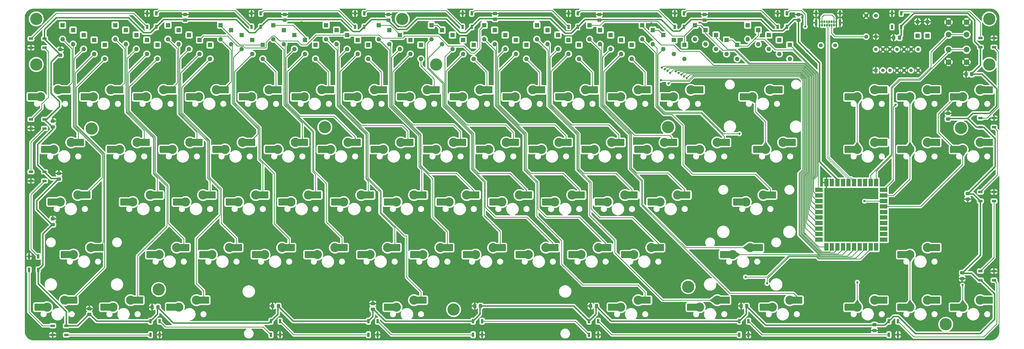
<source format=gbr>
%TF.GenerationSoftware,KiCad,Pcbnew,9.0.0*%
%TF.CreationDate,2025-03-06T23:08:25+00:00*%
%TF.ProjectId,discipline-pcb,64697363-6970-46c6-996e-652d7063622e,rev?*%
%TF.SameCoordinates,Original*%
%TF.FileFunction,Copper,L2,Bot*%
%TF.FilePolarity,Positive*%
%FSLAX46Y46*%
G04 Gerber Fmt 4.6, Leading zero omitted, Abs format (unit mm)*
G04 Created by KiCad (PCBNEW 9.0.0) date 2025-03-06 23:08:25*
%MOMM*%
%LPD*%
G01*
G04 APERTURE LIST*
G04 Aperture macros list*
%AMRoundRect*
0 Rectangle with rounded corners*
0 $1 Rounding radius*
0 $2 $3 $4 $5 $6 $7 $8 $9 X,Y pos of 4 corners*
0 Add a 4 corners polygon primitive as box body*
4,1,4,$2,$3,$4,$5,$6,$7,$8,$9,$2,$3,0*
0 Add four circle primitives for the rounded corners*
1,1,$1+$1,$2,$3*
1,1,$1+$1,$4,$5*
1,1,$1+$1,$6,$7*
1,1,$1+$1,$8,$9*
0 Add four rect primitives between the rounded corners*
20,1,$1+$1,$2,$3,$4,$5,0*
20,1,$1+$1,$4,$5,$6,$7,0*
20,1,$1+$1,$6,$7,$8,$9,0*
20,1,$1+$1,$8,$9,$2,$3,0*%
G04 Aperture macros list end*
%TA.AperFunction,ComponentPad*%
%ADD10R,1.600000X1.600000*%
%TD*%
%TA.AperFunction,ComponentPad*%
%ADD11O,1.600000X1.600000*%
%TD*%
%TA.AperFunction,ComponentPad*%
%ADD12R,1.295400X1.295400*%
%TD*%
%TA.AperFunction,ComponentPad*%
%ADD13C,1.295400*%
%TD*%
%TA.AperFunction,ComponentPad*%
%ADD14C,4.400000*%
%TD*%
%TA.AperFunction,ComponentPad*%
%ADD15O,0.650000X1.000000*%
%TD*%
%TA.AperFunction,ComponentPad*%
%ADD16O,0.900000X2.400000*%
%TD*%
%TA.AperFunction,ComponentPad*%
%ADD17O,0.900000X1.700000*%
%TD*%
%TA.AperFunction,ComponentPad*%
%ADD18C,1.400000*%
%TD*%
%TA.AperFunction,ComponentPad*%
%ADD19O,1.400000X1.400000*%
%TD*%
%TA.AperFunction,ComponentPad*%
%ADD20C,2.000000*%
%TD*%
%TA.AperFunction,ComponentPad*%
%ADD21C,3.300000*%
%TD*%
%TA.AperFunction,SMDPad,CuDef*%
%ADD22RoundRect,0.200000X1.730000X1.050000X-1.730000X1.050000X-1.730000X-1.050000X1.730000X-1.050000X0*%
%TD*%
%TA.AperFunction,SMDPad,CuDef*%
%ADD23RoundRect,0.200000X1.858500X1.050000X-1.858500X1.050000X-1.858500X-1.050000X1.858500X-1.050000X0*%
%TD*%
%TA.AperFunction,SMDPad,CuDef*%
%ADD24RoundRect,0.200000X1.980000X1.050000X-1.980000X1.050000X-1.980000X-1.050000X1.980000X-1.050000X0*%
%TD*%
%TA.AperFunction,SMDPad,CuDef*%
%ADD25RoundRect,0.200000X2.230000X1.050000X-2.230000X1.050000X-2.230000X-1.050000X2.230000X-1.050000X0*%
%TD*%
%TA.AperFunction,SMDPad,CuDef*%
%ADD26RoundRect,0.250000X0.475000X-0.337500X0.475000X0.337500X-0.475000X0.337500X-0.475000X-0.337500X0*%
%TD*%
%TA.AperFunction,SMDPad,CuDef*%
%ADD27RoundRect,0.090000X0.360000X-0.660000X0.360000X0.660000X-0.360000X0.660000X-0.360000X-0.660000X0*%
%TD*%
%TA.AperFunction,SMDPad,CuDef*%
%ADD28RoundRect,0.250000X0.337500X0.475000X-0.337500X0.475000X-0.337500X-0.475000X0.337500X-0.475000X0*%
%TD*%
%TA.AperFunction,SMDPad,CuDef*%
%ADD29RoundRect,0.090000X-0.360000X0.660000X-0.360000X-0.660000X0.360000X-0.660000X0.360000X0.660000X0*%
%TD*%
%TA.AperFunction,SMDPad,CuDef*%
%ADD30RoundRect,0.250000X-0.475000X0.337500X-0.475000X-0.337500X0.475000X-0.337500X0.475000X0.337500X0*%
%TD*%
%TA.AperFunction,SMDPad,CuDef*%
%ADD31RoundRect,0.090000X0.660000X0.360000X-0.660000X0.360000X-0.660000X-0.360000X0.660000X-0.360000X0*%
%TD*%
%TA.AperFunction,SMDPad,CuDef*%
%ADD32RoundRect,0.090000X-0.660000X-0.360000X0.660000X-0.360000X0.660000X0.360000X-0.660000X0.360000X0*%
%TD*%
%TA.AperFunction,SMDPad,CuDef*%
%ADD33R,2.800000X1.500000*%
%TD*%
%TA.AperFunction,SMDPad,CuDef*%
%ADD34R,1.500000X2.800000*%
%TD*%
%TA.AperFunction,ViaPad*%
%ADD35C,0.800000*%
%TD*%
%TA.AperFunction,Conductor*%
%ADD36C,0.250000*%
%TD*%
%TA.AperFunction,Conductor*%
%ADD37C,0.500000*%
%TD*%
%TA.AperFunction,Conductor*%
%ADD38C,0.200000*%
%TD*%
G04 APERTURE END LIST*
D10*
%TO.P,D1,1,K*%
%TO.N,row0*%
X67500000Y-66270000D03*
D11*
%TO.P,D1,2,A*%
%TO.N,Net-(D1-A)*%
X67500000Y-71350000D03*
%TD*%
D10*
%TO.P,D2,1,K*%
%TO.N,row0*%
X86538043Y-66270000D03*
D11*
%TO.P,D2,2,A*%
%TO.N,Net-(D2-A)*%
X86538043Y-71350000D03*
%TD*%
D10*
%TO.P,D3,1,K*%
%TO.N,row0*%
X105576087Y-66270000D03*
D11*
%TO.P,D3,2,A*%
%TO.N,Net-(D3-A)*%
X105576087Y-71350000D03*
%TD*%
D10*
%TO.P,D4,1,K*%
%TO.N,row0*%
X124614130Y-66270000D03*
D11*
%TO.P,D4,2,A*%
%TO.N,Net-(D4-A)*%
X124614130Y-71350000D03*
%TD*%
D10*
%TO.P,D5,1,K*%
%TO.N,row0*%
X139844565Y-73420000D03*
D11*
%TO.P,D5,2,A*%
%TO.N,Net-(D5-A)*%
X139844565Y-78500000D03*
%TD*%
D10*
%TO.P,D6,1,K*%
%TO.N,row0*%
X158882609Y-73420000D03*
D11*
%TO.P,D6,2,A*%
%TO.N,Net-(D6-A)*%
X158882609Y-78500000D03*
%TD*%
D10*
%TO.P,D7,1,K*%
%TO.N,row0*%
X177920652Y-73420000D03*
D11*
%TO.P,D7,2,A*%
%TO.N,Net-(D7-A)*%
X177920652Y-78500000D03*
%TD*%
D10*
%TO.P,D8,1,K*%
%TO.N,row0*%
X196958696Y-73420000D03*
D11*
%TO.P,D8,2,A*%
%TO.N,Net-(D8-A)*%
X196958696Y-78500000D03*
%TD*%
D10*
%TO.P,D9,1,K*%
%TO.N,row0*%
X215996739Y-73420000D03*
D11*
%TO.P,D9,2,A*%
%TO.N,Net-(D9-A)*%
X215996739Y-78500000D03*
%TD*%
D10*
%TO.P,D10,1,K*%
%TO.N,row0*%
X235034783Y-73420000D03*
D11*
%TO.P,D10,2,A*%
%TO.N,Net-(D10-A)*%
X235034783Y-78500000D03*
%TD*%
D10*
%TO.P,D11,1,K*%
%TO.N,row0*%
X254072826Y-73420000D03*
D11*
%TO.P,D11,2,A*%
%TO.N,Net-(D11-A)*%
X254072826Y-78500000D03*
%TD*%
D10*
%TO.P,D12,1,K*%
%TO.N,row0*%
X273110870Y-73420000D03*
D11*
%TO.P,D12,2,A*%
%TO.N,Net-(D12-A)*%
X273110870Y-78500000D03*
%TD*%
D10*
%TO.P,D13,1,K*%
%TO.N,row0*%
X288341304Y-71632500D03*
D11*
%TO.P,D13,2,A*%
%TO.N,Net-(D13-A)*%
X288341304Y-76712500D03*
%TD*%
D10*
%TO.P,D14,1,K*%
%TO.N,row0*%
X314994565Y-66270000D03*
D11*
%TO.P,D14,2,A*%
%TO.N,Net-(D14-A)*%
X314994565Y-71350000D03*
%TD*%
D10*
%TO.P,D16,1,K*%
%TO.N,row1*%
X71307609Y-68057500D03*
D11*
%TO.P,D16,2,A*%
%TO.N,Net-(D16-A)*%
X71307609Y-73137500D03*
%TD*%
D10*
%TO.P,D17,1,K*%
%TO.N,row1*%
X90345652Y-68057500D03*
D11*
%TO.P,D17,2,A*%
%TO.N,Net-(D17-A)*%
X90345652Y-73137500D03*
%TD*%
D10*
%TO.P,D18,1,K*%
%TO.N,row1*%
X109383696Y-68057500D03*
D11*
%TO.P,D18,2,A*%
%TO.N,Net-(D18-A)*%
X109383696Y-73137500D03*
%TD*%
D10*
%TO.P,D19,1,K*%
%TO.N,row1*%
X128421739Y-68057500D03*
D11*
%TO.P,D19,2,A*%
%TO.N,Net-(D19-A)*%
X128421739Y-73137500D03*
%TD*%
D10*
%TO.P,D20,1,K*%
%TO.N,row1*%
X143652174Y-66270000D03*
D11*
%TO.P,D20,2,A*%
%TO.N,Net-(D20-A)*%
X143652174Y-71350000D03*
%TD*%
D10*
%TO.P,D21,1,K*%
%TO.N,row1*%
X155075000Y-71632500D03*
D11*
%TO.P,D21,2,A*%
%TO.N,Net-(D21-A)*%
X155075000Y-76712500D03*
%TD*%
D10*
%TO.P,D22,1,K*%
%TO.N,row1*%
X174113043Y-71632500D03*
D11*
%TO.P,D22,2,A*%
%TO.N,Net-(D22-A)*%
X174113043Y-76712500D03*
%TD*%
D10*
%TO.P,D23,1,K*%
%TO.N,row1*%
X193151087Y-71632500D03*
D11*
%TO.P,D23,2,A*%
%TO.N,Net-(D23-A)*%
X193151087Y-76712500D03*
%TD*%
D10*
%TO.P,D24,1,K*%
%TO.N,row1*%
X212189130Y-71632500D03*
D11*
%TO.P,D24,2,A*%
%TO.N,Net-(D24-A)*%
X212189130Y-76712500D03*
%TD*%
D10*
%TO.P,D25,1,K*%
%TO.N,row1*%
X231227174Y-71632500D03*
D11*
%TO.P,D25,2,A*%
%TO.N,Net-(D25-A)*%
X231227174Y-76712500D03*
%TD*%
D10*
%TO.P,D26,1,K*%
%TO.N,row1*%
X250265217Y-71632500D03*
D11*
%TO.P,D26,2,A*%
%TO.N,Net-(D26-A)*%
X250265217Y-76712500D03*
%TD*%
D10*
%TO.P,D27,1,K*%
%TO.N,row1*%
X269303261Y-71632500D03*
D11*
%TO.P,D27,2,A*%
%TO.N,Net-(D27-A)*%
X269303261Y-76712500D03*
%TD*%
D10*
%TO.P,D28,1,K*%
%TO.N,row1*%
X280726087Y-68057500D03*
D11*
%TO.P,D28,2,A*%
%TO.N,Net-(D28-A)*%
X280726087Y-73137500D03*
%TD*%
D10*
%TO.P,D29,1,K*%
%TO.N,row1*%
X284533696Y-69845000D03*
D11*
%TO.P,D29,2,A*%
%TO.N,Net-(D29-A)*%
X284533696Y-74925000D03*
%TD*%
D10*
%TO.P,D31,1,K*%
%TO.N,row2*%
X75115217Y-69845000D03*
D11*
%TO.P,D31,2,A*%
%TO.N,Net-(D31-A)*%
X75115217Y-74925000D03*
%TD*%
D10*
%TO.P,D32,1,K*%
%TO.N,row2*%
X94153261Y-69845000D03*
D11*
%TO.P,D32,2,A*%
%TO.N,Net-(D32-A)*%
X94153261Y-74925000D03*
%TD*%
D10*
%TO.P,D33,1,K*%
%TO.N,row2*%
X113191304Y-69845000D03*
D11*
%TO.P,D33,2,A*%
%TO.N,Net-(D33-A)*%
X113191304Y-74925000D03*
%TD*%
D10*
%TO.P,D34,1,K*%
%TO.N,row2*%
X132229348Y-69845000D03*
D11*
%TO.P,D34,2,A*%
%TO.N,Net-(D34-A)*%
X132229348Y-74925000D03*
%TD*%
D10*
%TO.P,D35,1,K*%
%TO.N,row2*%
X147459783Y-68057500D03*
D11*
%TO.P,D35,2,A*%
%TO.N,Net-(D35-A)*%
X147459783Y-73137500D03*
%TD*%
D10*
%TO.P,D36,1,K*%
%TO.N,row2*%
X162690217Y-66270000D03*
D11*
%TO.P,D36,2,A*%
%TO.N,Net-(D36-A)*%
X162690217Y-71350000D03*
%TD*%
D10*
%TO.P,D37,1,K*%
%TO.N,row2*%
X181728261Y-66270000D03*
D11*
%TO.P,D37,2,A*%
%TO.N,Net-(D37-A)*%
X181728261Y-71350000D03*
%TD*%
D10*
%TO.P,D38,1,K*%
%TO.N,row2*%
X189343478Y-69845000D03*
D11*
%TO.P,D38,2,A*%
%TO.N,Net-(D38-A)*%
X189343478Y-74925000D03*
%TD*%
D10*
%TO.P,D39,1,K*%
%TO.N,row2*%
X208381522Y-69845000D03*
D11*
%TO.P,D39,2,A*%
%TO.N,Net-(D39-A)*%
X208381522Y-74925000D03*
%TD*%
D10*
%TO.P,D40,1,K*%
%TO.N,row2*%
X227419565Y-69845000D03*
D11*
%TO.P,D40,2,A*%
%TO.N,Net-(D40-A)*%
X227419565Y-74925000D03*
%TD*%
D10*
%TO.P,D41,1,K*%
%TO.N,row2*%
X246457609Y-69845000D03*
D11*
%TO.P,D41,2,A*%
%TO.N,Net-(D41-A)*%
X246457609Y-74925000D03*
%TD*%
D10*
%TO.P,D42,1,K*%
%TO.N,row2*%
X265495652Y-69845000D03*
D11*
%TO.P,D42,2,A*%
%TO.N,Net-(D42-A)*%
X265495652Y-74925000D03*
%TD*%
D10*
%TO.P,D43,1,K*%
%TO.N,row2*%
X276918478Y-66270000D03*
D11*
%TO.P,D43,2,A*%
%TO.N,Net-(D43-A)*%
X276918478Y-71350000D03*
%TD*%
D10*
%TO.P,D45,1,K*%
%TO.N,row3*%
X78922826Y-71632500D03*
D11*
%TO.P,D45,2,A*%
%TO.N,Net-(D45-A)*%
X78922826Y-76712500D03*
%TD*%
D10*
%TO.P,D46,1,K*%
%TO.N,row3*%
X101768478Y-73420000D03*
D11*
%TO.P,D46,2,A*%
%TO.N,Net-(D46-A)*%
X101768478Y-78500000D03*
%TD*%
D10*
%TO.P,D47,1,K*%
%TO.N,row3*%
X120806522Y-73420000D03*
D11*
%TO.P,D47,2,A*%
%TO.N,Net-(D47-A)*%
X120806522Y-78500000D03*
%TD*%
D10*
%TO.P,D48,1,K*%
%TO.N,row3*%
X136036957Y-71632500D03*
D11*
%TO.P,D48,2,A*%
%TO.N,Net-(D48-A)*%
X136036957Y-76712500D03*
%TD*%
D10*
%TO.P,D49,1,K*%
%TO.N,row3*%
X151267391Y-69845000D03*
D11*
%TO.P,D49,2,A*%
%TO.N,Net-(D49-A)*%
X151267391Y-74925000D03*
%TD*%
D10*
%TO.P,D50,1,K*%
%TO.N,row3*%
X166497826Y-68057500D03*
D11*
%TO.P,D50,2,A*%
%TO.N,Net-(D50-A)*%
X166497826Y-73137500D03*
%TD*%
D10*
%TO.P,D51,1,K*%
%TO.N,row3*%
X185535870Y-68057500D03*
D11*
%TO.P,D51,2,A*%
%TO.N,Net-(D51-A)*%
X185535870Y-73137500D03*
%TD*%
D10*
%TO.P,D52,1,K*%
%TO.N,row3*%
X200766304Y-66270000D03*
D11*
%TO.P,D52,2,A*%
%TO.N,Net-(D52-A)*%
X200766304Y-71350000D03*
%TD*%
D10*
%TO.P,D53,1,K*%
%TO.N,row3*%
X204573913Y-68057500D03*
D11*
%TO.P,D53,2,A*%
%TO.N,Net-(D53-A)*%
X204573913Y-73137500D03*
%TD*%
D10*
%TO.P,D54,1,K*%
%TO.N,row3*%
X223611957Y-68057500D03*
D11*
%TO.P,D54,2,A*%
%TO.N,Net-(D54-A)*%
X223611957Y-73137500D03*
%TD*%
D10*
%TO.P,D55,1,K*%
%TO.N,row3*%
X242650000Y-68057500D03*
D11*
%TO.P,D55,2,A*%
%TO.N,Net-(D55-A)*%
X242650000Y-73137500D03*
%TD*%
D10*
%TO.P,D56,1,K*%
%TO.N,row3*%
X261688043Y-68057500D03*
D11*
%TO.P,D56,2,A*%
%TO.N,Net-(D56-A)*%
X261688043Y-73137500D03*
%TD*%
D10*
%TO.P,D59,1,K*%
%TO.N,row4*%
X82730435Y-73420000D03*
D11*
%TO.P,D59,2,A*%
%TO.N,Net-(D59-A)*%
X82730435Y-78500000D03*
%TD*%
D10*
%TO.P,D60,1,K*%
%TO.N,row4*%
X97960870Y-71632500D03*
D11*
%TO.P,D60,2,A*%
%TO.N,Net-(D60-A)*%
X97960870Y-76712500D03*
%TD*%
D10*
%TO.P,D61,1,K*%
%TO.N,row4*%
X116998913Y-71632500D03*
D11*
%TO.P,D61,2,A*%
%TO.N,Net-(D61-A)*%
X116998913Y-76712500D03*
%TD*%
D10*
%TO.P,D62,1,K*%
%TO.N,row4*%
X170305435Y-69845000D03*
D11*
%TO.P,D62,2,A*%
%TO.N,Net-(D62-A)*%
X170305435Y-74925000D03*
%TD*%
D10*
%TO.P,D73,1,K*%
%TO.N,row4*%
X219804348Y-66270000D03*
D11*
%TO.P,D73,2,A*%
%TO.N,Net-(D73-A)*%
X219804348Y-71350000D03*
%TD*%
D10*
%TO.P,D74,1,K*%
%TO.N,row4*%
X238842391Y-66270000D03*
D11*
%TO.P,D74,2,A*%
%TO.N,Net-(D74-A)*%
X238842391Y-71350000D03*
%TD*%
D10*
%TO.P,D79,1,K*%
%TO.N,row0*%
X322609783Y-69845000D03*
D11*
%TO.P,D79,2,A*%
%TO.N,Net-(D79-A)*%
X322609783Y-74925000D03*
%TD*%
D12*
%TO.P,U1,1,\u002A1OE*%
%TO.N,GND*%
X361318333Y-82650000D03*
D13*
%TO.P,U1,2,1A*%
%TO.N,ledpin*%
X363858333Y-82650000D03*
%TO.P,U1,3,1Y*%
%TO.N,led5vout*%
X366398333Y-82650000D03*
%TO.P,U1,4,\u002A2OE*%
%TO.N,GND*%
X368938333Y-82650000D03*
%TO.P,U1,5,2A*%
X371478333Y-82650000D03*
%TO.P,U1,6,2Y*%
%TO.N,unconnected-(U1-2Y-Pad6)*%
X374018333Y-82650000D03*
%TO.P,U1,7,GND*%
%TO.N,GND*%
X376558333Y-82650000D03*
%TO.P,U1,8,3Y*%
%TO.N,unconnected-(U1-3Y-Pad8)*%
X376558333Y-75030000D03*
%TO.P,U1,9,3A*%
%TO.N,GND*%
X374018333Y-75030000D03*
%TO.P,U1,10,\u002A3OE*%
X371478333Y-75030000D03*
%TO.P,U1,11,4Y*%
%TO.N,unconnected-(U1-4Y-Pad11)*%
X368938333Y-75030000D03*
%TO.P,U1,12,4A*%
%TO.N,GND*%
X366398333Y-75030000D03*
%TO.P,U1,13,\u002A4OE*%
X363858333Y-75030000D03*
%TO.P,U1,14,VCC*%
%TO.N,+5V*%
X361318333Y-75030000D03*
%TD*%
D10*
%TO.P,D75,1,K*%
%TO.N,row0*%
X326417391Y-71632500D03*
D11*
%TO.P,D75,2,A*%
%TO.N,Net-(D75-A)*%
X326417391Y-76712500D03*
%TD*%
D10*
%TO.P,D70,1,K*%
%TO.N,D+*%
X376400000Y-70080000D03*
D11*
%TO.P,D70,2,A*%
%TO.N,GND*%
X376400000Y-65000000D03*
%TD*%
D14*
%TO.P,REF\u002A\u002A,1*%
%TO.N,N/C*%
X190223912Y-64000000D03*
%TD*%
%TO.P,,1*%
%TO.N,N/C*%
X402250000Y-64000000D03*
%TD*%
D15*
%TO.P,USB1,A1,GND*%
%TO.N,GND*%
X346975000Y-66325000D03*
%TO.P,USB1,A4,VBUS*%
%TO.N,VCC*%
X346125000Y-66325000D03*
%TO.P,USB1,A5,CC1*%
%TO.N,Net-(USB1-CC1)*%
X345275000Y-66325000D03*
%TO.P,USB1,A6,DP1*%
%TO.N,D+*%
X344425000Y-66325000D03*
%TO.P,USB1,A7,DN1*%
%TO.N,D-*%
X343575000Y-66325000D03*
%TO.P,USB1,A8,SBU1*%
%TO.N,unconnected-(USB1-SBU1-PadA8)*%
X342725000Y-66325000D03*
%TO.P,USB1,A9,VBUS*%
%TO.N,VCC*%
X341875000Y-66325000D03*
%TO.P,USB1,A12,GND*%
%TO.N,GND*%
X341025000Y-66325000D03*
%TO.P,USB1,B1,GND*%
X341020000Y-65000000D03*
%TO.P,USB1,B4,VBUS*%
%TO.N,VCC*%
X341870000Y-65000000D03*
%TO.P,USB1,B5,CC2*%
%TO.N,Net-(USB1-CC2)*%
X342720000Y-65000000D03*
%TO.P,USB1,B6,DP2*%
%TO.N,D+*%
X343570000Y-65000000D03*
%TO.P,USB1,B7,DN2*%
%TO.N,D-*%
X344420000Y-65000000D03*
%TO.P,USB1,B8,SBU2*%
%TO.N,unconnected-(USB1-SBU2-PadB8)*%
X345270000Y-65000000D03*
%TO.P,USB1,B9,VBUS*%
%TO.N,VCC*%
X346120000Y-65000000D03*
%TO.P,USB1,B12,GND*%
%TO.N,GND*%
X346975000Y-65000000D03*
D16*
%TO.P,USB1,S1,SHIELD*%
X348325000Y-65345000D03*
D17*
X348325000Y-61965000D03*
D16*
X339675000Y-65345000D03*
D17*
X339675000Y-61965000D03*
%TD*%
D14*
%TO.P,REF\u002A\u002A,1*%
%TO.N,N/C*%
X58000000Y-80500000D03*
%TD*%
%TO.P,,1*%
%TO.N,N/C*%
X286250000Y-103250000D03*
%TD*%
D18*
%TO.P,R2,1*%
%TO.N,Net-(USB1-CC2)*%
X361316667Y-62814047D03*
D19*
%TO.P,R2,2*%
%TO.N,GND*%
X361316667Y-70434047D03*
%TD*%
D10*
%TO.P,D81,1,K*%
%TO.N,row4*%
X299764130Y-68057500D03*
D11*
%TO.P,D81,2,A*%
%TO.N,Net-(D81-A)*%
X299764130Y-73137500D03*
%TD*%
D10*
%TO.P,D83,1,K*%
%TO.N,row1*%
X307379348Y-71632500D03*
D11*
%TO.P,D83,2,A*%
%TO.N,Net-(D83-A)*%
X307379348Y-76712500D03*
%TD*%
D14*
%TO.P,,1*%
%TO.N,N/C*%
X58000000Y-64000000D03*
%TD*%
D20*
%TO.P,SW-RST1,1,1*%
%TO.N,Resetbtn*%
X394050000Y-69685000D03*
X387550000Y-69685000D03*
%TO.P,SW-RST1,2,2*%
%TO.N,GND*%
X394050000Y-65185000D03*
X387550000Y-65185000D03*
%TD*%
D14*
%TO.P,,1*%
%TO.N,N/C*%
X402250000Y-80500000D03*
%TD*%
D10*
%TO.P,D57,1,K*%
%TO.N,row4*%
X257880435Y-66270000D03*
D11*
%TO.P,D57,2,A*%
%TO.N,Net-(D57-A)*%
X257880435Y-71350000D03*
%TD*%
D14*
%TO.P,,1*%
%TO.N,N/C*%
X202500000Y-80500000D03*
%TD*%
%TO.P,,1*%
%TO.N,N/C*%
X293500000Y-161000000D03*
%TD*%
%TO.P,,1*%
%TO.N,N/C*%
X102250000Y-162000000D03*
%TD*%
D10*
%TO.P,D82,1,K*%
%TO.N,row0*%
X330225000Y-73420000D03*
D11*
%TO.P,D82,2,A*%
%TO.N,Net-(D82-A)*%
X330225000Y-78500000D03*
%TD*%
D18*
%TO.P,R1,1*%
%TO.N,GND*%
X357800000Y-62814047D03*
D19*
%TO.P,R1,2*%
%TO.N,Net-(USB1-CC1)*%
X357800000Y-70434047D03*
%TD*%
D10*
%TO.P,D76,1,K*%
%TO.N,row1*%
X311186957Y-73420000D03*
D11*
%TO.P,D76,2,A*%
%TO.N,Net-(D76-A)*%
X311186957Y-78500000D03*
%TD*%
D10*
%TO.P,D77,1,K*%
%TO.N,row3*%
X303571739Y-69845000D03*
D11*
%TO.P,D77,2,A*%
%TO.N,Net-(D77-A)*%
X303571739Y-74925000D03*
%TD*%
D18*
%TO.P,F1,1*%
%TO.N,+5V*%
X346550000Y-73600000D03*
%TO.P,F1,2*%
%TO.N,VCC*%
X341450000Y-73600000D03*
%TD*%
D10*
%TO.P,D72,1,K*%
%TO.N,row4*%
X292148913Y-73420000D03*
D11*
%TO.P,D72,2,A*%
%TO.N,Net-(D72-A)*%
X292148913Y-78500000D03*
%TD*%
D14*
%TO.P,,1*%
%TO.N,N/C*%
X392000000Y-103500000D03*
%TD*%
%TO.P,,1*%
%TO.N,N/C*%
X162250000Y-103250000D03*
%TD*%
D10*
%TO.P,D69,1,K*%
%TO.N,D-*%
X379916667Y-70080000D03*
D11*
%TO.P,D69,2,A*%
%TO.N,GND*%
X379916667Y-65000000D03*
%TD*%
D10*
%TO.P,D78,1,K*%
%TO.N,row4*%
X295956522Y-66270000D03*
D11*
%TO.P,D78,2,A*%
%TO.N,Net-(D78-A)*%
X295956522Y-71350000D03*
%TD*%
D20*
%TO.P,SW-BOOTSEL1,1,1*%
%TO.N,Bootselbtn*%
X387550000Y-75135000D03*
X394050000Y-75135000D03*
%TO.P,SW-BOOTSEL1,2,2*%
%TO.N,GND*%
X387550000Y-79635000D03*
X394050000Y-79635000D03*
%TD*%
D14*
%TO.P,,1*%
%TO.N,N/C*%
X208750000Y-169250000D03*
%TD*%
D10*
%TO.P,D80,1,K*%
%TO.N,row1*%
X318802174Y-68057500D03*
D11*
%TO.P,D80,2,A*%
%TO.N,Net-(D80-A)*%
X318802174Y-73137500D03*
%TD*%
D14*
%TO.P,,1*%
%TO.N,N/C*%
X78000000Y-103750000D03*
%TD*%
%TO.P,,1*%
%TO.N,N/C*%
X386556250Y-174625000D03*
%TD*%
D21*
%TO.P,SW1,1*%
%TO.N,col0*%
X59531250Y-92233750D03*
D22*
X56911250Y-92233750D03*
D23*
%TO.P,SW1,2*%
%TO.N,Net-(D1-A)*%
X68399750Y-89693750D03*
D21*
X65881250Y-89693750D03*
%TD*%
%TO.P,SW2,1*%
%TO.N,col1*%
X78581250Y-92233750D03*
D22*
X75961250Y-92233750D03*
D23*
%TO.P,SW2,2*%
%TO.N,Net-(D2-A)*%
X87449750Y-89693750D03*
D21*
X84931250Y-89693750D03*
%TD*%
%TO.P,SW3,1*%
%TO.N,col2*%
X97631250Y-92233750D03*
D22*
X95011250Y-92233750D03*
D23*
%TO.P,SW3,2*%
%TO.N,Net-(D3-A)*%
X106499750Y-89693750D03*
D21*
X103981250Y-89693750D03*
%TD*%
%TO.P,SW4,1*%
%TO.N,col3*%
X116681250Y-92233750D03*
D22*
X114061250Y-92233750D03*
D23*
%TO.P,SW4,2*%
%TO.N,Net-(D4-A)*%
X125549750Y-89693750D03*
D21*
X123031250Y-89693750D03*
%TD*%
%TO.P,SW5,1*%
%TO.N,col4*%
X135731250Y-92233750D03*
D22*
X133111250Y-92233750D03*
D23*
%TO.P,SW5,2*%
%TO.N,Net-(D5-A)*%
X144599750Y-89693750D03*
D21*
X142081250Y-89693750D03*
%TD*%
%TO.P,SW6,1*%
%TO.N,col5*%
X154781250Y-92233750D03*
D22*
X152161250Y-92233750D03*
D23*
%TO.P,SW6,2*%
%TO.N,Net-(D6-A)*%
X163649750Y-89693750D03*
D21*
X161131250Y-89693750D03*
%TD*%
%TO.P,SW7,1*%
%TO.N,col6*%
X173831250Y-92233750D03*
D22*
X171211250Y-92233750D03*
D23*
%TO.P,SW7,2*%
%TO.N,Net-(D7-A)*%
X182699750Y-89693750D03*
D21*
X180181250Y-89693750D03*
%TD*%
%TO.P,SW8,1*%
%TO.N,col7*%
X192881250Y-92233750D03*
D22*
X190261250Y-92233750D03*
D23*
%TO.P,SW8,2*%
%TO.N,Net-(D8-A)*%
X201749750Y-89693750D03*
D21*
X199231250Y-89693750D03*
%TD*%
%TO.P,SW9,1*%
%TO.N,col8*%
X211931250Y-92233750D03*
D22*
X209311250Y-92233750D03*
D23*
%TO.P,SW9,2*%
%TO.N,Net-(D9-A)*%
X220799750Y-89693750D03*
D21*
X218281250Y-89693750D03*
%TD*%
%TO.P,SW10,1*%
%TO.N,col9*%
X230981250Y-92233750D03*
D22*
X228361250Y-92233750D03*
D23*
%TO.P,SW10,2*%
%TO.N,Net-(D10-A)*%
X239849750Y-89693750D03*
D21*
X237331250Y-89693750D03*
%TD*%
%TO.P,SW11,1*%
%TO.N,col10*%
X250031250Y-92233750D03*
D22*
X247411250Y-92233750D03*
D23*
%TO.P,SW11,2*%
%TO.N,Net-(D11-A)*%
X258899750Y-89693750D03*
D21*
X256381250Y-89693750D03*
%TD*%
%TO.P,SW12,1*%
%TO.N,col11*%
X269081250Y-92233750D03*
D22*
X266461250Y-92233750D03*
D23*
%TO.P,SW12,2*%
%TO.N,Net-(D12-A)*%
X277949750Y-89693750D03*
D21*
X275431250Y-89693750D03*
%TD*%
%TO.P,SW13,1*%
%TO.N,col12*%
X288131250Y-92233750D03*
D22*
X285511250Y-92233750D03*
D23*
%TO.P,SW13,2*%
%TO.N,Net-(D13-A)*%
X296999750Y-89693750D03*
D21*
X294481250Y-89693750D03*
%TD*%
%TO.P,SW17,1*%
%TO.N,col1*%
X88106250Y-111283750D03*
D22*
X85486250Y-111283750D03*
D23*
%TO.P,SW17,2*%
%TO.N,Net-(D17-A)*%
X96974750Y-108743750D03*
D21*
X94456250Y-108743750D03*
%TD*%
%TO.P,SW18,1*%
%TO.N,col2*%
X107156250Y-111283750D03*
D22*
X104536250Y-111283750D03*
D23*
%TO.P,SW18,2*%
%TO.N,Net-(D18-A)*%
X116024750Y-108743750D03*
D21*
X113506250Y-108743750D03*
%TD*%
%TO.P,SW19,1*%
%TO.N,col3*%
X126206250Y-111283750D03*
D22*
X123586250Y-111283750D03*
D23*
%TO.P,SW19,2*%
%TO.N,Net-(D19-A)*%
X135074750Y-108743750D03*
D21*
X132556250Y-108743750D03*
%TD*%
%TO.P,SW20,1*%
%TO.N,col4*%
X145256250Y-111283750D03*
D22*
X142636250Y-111283750D03*
D23*
%TO.P,SW20,2*%
%TO.N,Net-(D20-A)*%
X154124750Y-108743750D03*
D21*
X151606250Y-108743750D03*
%TD*%
%TO.P,SW21,1*%
%TO.N,col5*%
X164306250Y-111283750D03*
D22*
X161686250Y-111283750D03*
D23*
%TO.P,SW21,2*%
%TO.N,Net-(D21-A)*%
X173174750Y-108743750D03*
D21*
X170656250Y-108743750D03*
%TD*%
%TO.P,SW22,1*%
%TO.N,col6*%
X183356250Y-111283750D03*
D22*
X180736250Y-111283750D03*
D23*
%TO.P,SW22,2*%
%TO.N,Net-(D22-A)*%
X192224750Y-108743750D03*
D21*
X189706250Y-108743750D03*
%TD*%
%TO.P,SW23,1*%
%TO.N,col7*%
X202406250Y-111283750D03*
D22*
X199786250Y-111283750D03*
D23*
%TO.P,SW23,2*%
%TO.N,Net-(D23-A)*%
X211274750Y-108743750D03*
D21*
X208756250Y-108743750D03*
%TD*%
%TO.P,SW24,1*%
%TO.N,col8*%
X221456250Y-111283750D03*
D22*
X218836250Y-111283750D03*
D23*
%TO.P,SW24,2*%
%TO.N,Net-(D24-A)*%
X230324750Y-108743750D03*
D21*
X227806250Y-108743750D03*
%TD*%
%TO.P,SW25,1*%
%TO.N,col9*%
X240506250Y-111283750D03*
D22*
X237886250Y-111283750D03*
D23*
%TO.P,SW25,2*%
%TO.N,Net-(D25-A)*%
X249374750Y-108743750D03*
D21*
X246856250Y-108743750D03*
%TD*%
%TO.P,SW26,1*%
%TO.N,col10*%
X259556250Y-111283750D03*
D22*
X256936250Y-111283750D03*
D23*
%TO.P,SW26,2*%
%TO.N,Net-(D26-A)*%
X268424750Y-108743750D03*
D21*
X265906250Y-108743750D03*
%TD*%
%TO.P,SW27,1*%
%TO.N,col11*%
X278606250Y-111283750D03*
D22*
X275986250Y-111283750D03*
D23*
%TO.P,SW27,2*%
%TO.N,Net-(D27-A)*%
X287474750Y-108743750D03*
D21*
X284956250Y-108743750D03*
%TD*%
%TO.P,SW28,1*%
%TO.N,col12*%
X297656250Y-111283750D03*
D22*
X295036250Y-111283750D03*
D23*
%TO.P,SW28,2*%
%TO.N,Net-(D28-A)*%
X306524750Y-108743750D03*
D21*
X304006250Y-108743750D03*
%TD*%
%TO.P,SW32,1*%
%TO.N,col1*%
X92868750Y-130333750D03*
D22*
X90248750Y-130333750D03*
D23*
%TO.P,SW32,2*%
%TO.N,Net-(D32-A)*%
X101737250Y-127793750D03*
D21*
X99218750Y-127793750D03*
%TD*%
%TO.P,SW33,1*%
%TO.N,col2*%
X111918750Y-130333750D03*
D22*
X109298750Y-130333750D03*
D23*
%TO.P,SW33,2*%
%TO.N,Net-(D33-A)*%
X120787250Y-127793750D03*
D21*
X118268750Y-127793750D03*
%TD*%
%TO.P,SW34,1*%
%TO.N,col3*%
X130968750Y-130333750D03*
D22*
X128348750Y-130333750D03*
D23*
%TO.P,SW34,2*%
%TO.N,Net-(D34-A)*%
X139837250Y-127793750D03*
D21*
X137318750Y-127793750D03*
%TD*%
%TO.P,SW35,1*%
%TO.N,col4*%
X150018250Y-130333750D03*
D22*
X147398250Y-130333750D03*
D23*
%TO.P,SW35,2*%
%TO.N,Net-(D35-A)*%
X158886750Y-127793750D03*
D21*
X156368250Y-127793750D03*
%TD*%
%TO.P,SW36,1*%
%TO.N,col5*%
X169068250Y-130333750D03*
D22*
X166448250Y-130333750D03*
D23*
%TO.P,SW36,2*%
%TO.N,Net-(D36-A)*%
X177936750Y-127793750D03*
D21*
X175418250Y-127793750D03*
%TD*%
%TO.P,SW37,1*%
%TO.N,col6*%
X188118250Y-130333750D03*
D22*
X185498250Y-130333750D03*
D23*
%TO.P,SW37,2*%
%TO.N,Net-(D37-A)*%
X196986750Y-127793750D03*
D21*
X194468250Y-127793750D03*
%TD*%
%TO.P,SW38,1*%
%TO.N,col7*%
X207168250Y-130333750D03*
D22*
X204548250Y-130333750D03*
D23*
%TO.P,SW38,2*%
%TO.N,Net-(D38-A)*%
X216036750Y-127793750D03*
D21*
X213518250Y-127793750D03*
%TD*%
%TO.P,SW39,1*%
%TO.N,col8*%
X226218250Y-130333750D03*
D22*
X223598250Y-130333750D03*
D23*
%TO.P,SW39,2*%
%TO.N,Net-(D39-A)*%
X235086750Y-127793750D03*
D21*
X232568250Y-127793750D03*
%TD*%
%TO.P,SW40,1*%
%TO.N,col9*%
X245268250Y-130333750D03*
D22*
X242648250Y-130333750D03*
D23*
%TO.P,SW40,2*%
%TO.N,Net-(D40-A)*%
X254136750Y-127793750D03*
D21*
X251618250Y-127793750D03*
%TD*%
%TO.P,SW41,1*%
%TO.N,col10*%
X264318250Y-130333750D03*
D22*
X261698250Y-130333750D03*
D23*
%TO.P,SW41,2*%
%TO.N,Net-(D41-A)*%
X273186750Y-127793750D03*
D21*
X270668250Y-127793750D03*
%TD*%
%TO.P,SW42,1*%
%TO.N,col11*%
X283368250Y-130333750D03*
D22*
X280748250Y-130333750D03*
D23*
%TO.P,SW42,2*%
%TO.N,Net-(D42-A)*%
X292236750Y-127793750D03*
D21*
X289718250Y-127793750D03*
%TD*%
%TO.P,SW46,1*%
%TO.N,col2*%
X102393750Y-149383750D03*
D22*
X99773750Y-149383750D03*
D23*
%TO.P,SW46,2*%
%TO.N,Net-(D46-A)*%
X111262250Y-146843750D03*
D21*
X108743750Y-146843750D03*
%TD*%
%TO.P,SW47,1*%
%TO.N,col3*%
X121443750Y-149383750D03*
D22*
X118823750Y-149383750D03*
D23*
%TO.P,SW47,2*%
%TO.N,Net-(D47-A)*%
X130312250Y-146843750D03*
D21*
X127793750Y-146843750D03*
%TD*%
%TO.P,SW48,1*%
%TO.N,col4*%
X140493750Y-149383750D03*
D22*
X137873750Y-149383750D03*
D23*
%TO.P,SW48,2*%
%TO.N,Net-(D48-A)*%
X149362250Y-146843750D03*
D21*
X146843750Y-146843750D03*
%TD*%
%TO.P,SW49,1*%
%TO.N,col5*%
X159544250Y-149383750D03*
D22*
X156924250Y-149383750D03*
D23*
%TO.P,SW49,2*%
%TO.N,Net-(D49-A)*%
X168412750Y-146843750D03*
D21*
X165894250Y-146843750D03*
%TD*%
%TO.P,SW50,1*%
%TO.N,col6*%
X178594250Y-149383750D03*
D22*
X175974250Y-149383750D03*
D23*
%TO.P,SW50,2*%
%TO.N,Net-(D50-A)*%
X187462750Y-146843750D03*
D21*
X184944250Y-146843750D03*
%TD*%
%TO.P,SW51,1*%
%TO.N,col7*%
X197644250Y-149383750D03*
D22*
X195024250Y-149383750D03*
D23*
%TO.P,SW51,2*%
%TO.N,Net-(D51-A)*%
X206512750Y-146843750D03*
D21*
X203994250Y-146843750D03*
%TD*%
%TO.P,SW52,1*%
%TO.N,col8*%
X216694250Y-149383750D03*
D22*
X214074250Y-149383750D03*
D23*
%TO.P,SW52,2*%
%TO.N,Net-(D52-A)*%
X225562750Y-146843750D03*
D21*
X223044250Y-146843750D03*
%TD*%
%TO.P,SW53,1*%
%TO.N,col9*%
X235744250Y-149383750D03*
D22*
X233124250Y-149383750D03*
D23*
%TO.P,SW53,2*%
%TO.N,Net-(D53-A)*%
X244612750Y-146843750D03*
D21*
X242094250Y-146843750D03*
%TD*%
%TO.P,SW54,1*%
%TO.N,col10*%
X254794250Y-149383750D03*
D22*
X252174250Y-149383750D03*
D23*
%TO.P,SW54,2*%
%TO.N,Net-(D54-A)*%
X263662750Y-146843750D03*
D21*
X261144250Y-146843750D03*
%TD*%
%TO.P,SW55,1*%
%TO.N,col11*%
X273844250Y-149383750D03*
D22*
X271224250Y-149383750D03*
D23*
%TO.P,SW55,2*%
%TO.N,Net-(D55-A)*%
X282712750Y-146843750D03*
D21*
X280194250Y-146843750D03*
%TD*%
%TO.P,SW62,1*%
%TO.N,col6*%
X188119000Y-168433750D03*
D22*
X185499000Y-168433750D03*
D23*
%TO.P,SW62,2*%
%TO.N,Net-(D62-A)*%
X196987500Y-165893750D03*
D21*
X194469000Y-165893750D03*
%TD*%
%TO.P,SW14,1*%
%TO.N,col13*%
X316706250Y-92233750D03*
D24*
X314336250Y-92233750D03*
D23*
%TO.P,SW14,2*%
%TO.N,Net-(D14-A)*%
X325574750Y-89693750D03*
D21*
X323056250Y-89693750D03*
%TD*%
%TO.P,SW29,1*%
%TO.N,col13*%
X321468250Y-111283750D03*
D22*
X318848250Y-111283750D03*
D23*
%TO.P,SW29,2*%
%TO.N,Net-(D29-A)*%
X330336750Y-108743750D03*
D21*
X327818250Y-108743750D03*
%TD*%
%TO.P,SW31,1*%
%TO.N,col0*%
X66675050Y-130323620D03*
D24*
X64305050Y-130323620D03*
D23*
%TO.P,SW31,2*%
%TO.N,Net-(D31-A)*%
X75543550Y-127783620D03*
D21*
X73025050Y-127783620D03*
%TD*%
%TO.P,SW43,1*%
%TO.N,col13*%
X314325250Y-130333750D03*
D25*
X312205250Y-130333750D03*
D23*
%TO.P,SW43,2*%
%TO.N,Net-(D43-A)*%
X323193750Y-127793750D03*
D21*
X320675250Y-127793750D03*
%TD*%
%TO.P,SW45,1*%
%TO.N,col0*%
X71437450Y-149383750D03*
D25*
X69317450Y-149383750D03*
D23*
%TO.P,SW45,2*%
%TO.N,Net-(D45-A)*%
X80305950Y-146843750D03*
D21*
X77787450Y-146843750D03*
%TD*%
%TO.P,SW56,1*%
%TO.N,col12*%
X309562750Y-149383750D03*
D25*
X307442750Y-149383750D03*
D23*
%TO.P,SW56,2*%
%TO.N,Net-(D56-A)*%
X318431250Y-146843750D03*
D21*
X315912750Y-146843750D03*
%TD*%
%TO.P,SW59,1*%
%TO.N,col0*%
X61912450Y-168423620D03*
D22*
X59292450Y-168423620D03*
D23*
%TO.P,SW59,2*%
%TO.N,Net-(D59-A)*%
X70780950Y-165883620D03*
D21*
X68262450Y-165883620D03*
%TD*%
%TO.P,SW60,1*%
%TO.N,col1*%
X85725050Y-168433750D03*
D22*
X83105050Y-168433750D03*
D23*
%TO.P,SW60,2*%
%TO.N,Net-(D60-A)*%
X94593550Y-165893750D03*
D21*
X92075050Y-165893750D03*
%TD*%
%TO.P,SW61,1*%
%TO.N,col2*%
X109537450Y-168423620D03*
D22*
X106917450Y-168423620D03*
D23*
%TO.P,SW61,2*%
%TO.N,Net-(D61-A)*%
X118405950Y-165883620D03*
D21*
X115887450Y-165883620D03*
%TD*%
%TO.P,SW73,1*%
%TO.N,col10*%
X269081300Y-168433750D03*
D22*
X266461300Y-168433750D03*
D23*
%TO.P,SW73,2*%
%TO.N,Net-(D73-A)*%
X277949800Y-165893750D03*
D21*
X275431300Y-165893750D03*
%TD*%
%TO.P,SW74,1*%
%TO.N,col11*%
X297656300Y-168433750D03*
D22*
X295036300Y-168433750D03*
D23*
%TO.P,SW74,2*%
%TO.N,Net-(D74-A)*%
X306524800Y-165893750D03*
D21*
X304006300Y-165893750D03*
%TD*%
%TO.P,SW16,1*%
%TO.N,col0*%
X64293750Y-111283750D03*
D22*
X61673750Y-111283750D03*
D23*
%TO.P,SW16,2*%
%TO.N,Net-(D16-A)*%
X73162250Y-108743750D03*
D21*
X70643750Y-108743750D03*
%TD*%
D26*
%TO.P,C2,1*%
%TO.N,+5V*%
X299412500Y-64437500D03*
%TO.P,C2,2*%
%TO.N,GND*%
X299412500Y-62362500D03*
%TD*%
D27*
%TO.P,LED5,1,VDD*%
%TO.N,+5V*%
X176450000Y-66912500D03*
%TO.P,LED5,2,DOUT*%
%TO.N,Net-(LED5-DOUT)*%
X173150000Y-66912500D03*
%TO.P,LED5,3,VSS*%
%TO.N,GND*%
X173150000Y-62012500D03*
%TO.P,LED5,4,DIN*%
%TO.N,Net-(LED4-DOUT)*%
X176450000Y-62012500D03*
%TD*%
D28*
%TO.P,C23,1*%
%TO.N,+5V*%
X395975000Y-84000000D03*
%TO.P,C23,2*%
%TO.N,GND*%
X393900000Y-84000000D03*
%TD*%
D21*
%TO.P,SW82,1*%
%TO.N,col14*%
X354557628Y-92242750D03*
D22*
X351937628Y-92242750D03*
D23*
%TO.P,SW82,2*%
%TO.N,Net-(D82-A)*%
X363426128Y-89702750D03*
D21*
X360907628Y-89702750D03*
%TD*%
D29*
%TO.P,LED15,1,VDD*%
%TO.N,+5V*%
X178000000Y-173500000D03*
%TO.P,LED15,2,DOUT*%
%TO.N,Net-(LED15-DOUT)*%
X181300000Y-173500000D03*
%TO.P,LED15,3,VSS*%
%TO.N,GND*%
X181300000Y-178400000D03*
%TO.P,LED15,4,DIN*%
%TO.N,Net-(LED14-DOUT)*%
X178000000Y-178400000D03*
%TD*%
D21*
%TO.P,SW80,1*%
%TO.N,col16*%
X392657628Y-111283750D03*
D22*
X390037628Y-111283750D03*
D23*
%TO.P,SW80,2*%
%TO.N,Net-(D80-A)*%
X401526128Y-108743750D03*
D21*
X399007628Y-108743750D03*
%TD*%
D26*
%TO.P,C6,1*%
%TO.N,+5V*%
X147737500Y-64437500D03*
%TO.P,C6,2*%
%TO.N,GND*%
X147737500Y-62362500D03*
%TD*%
D21*
%TO.P,SW83,1*%
%TO.N,col14*%
X354557628Y-111292750D03*
D22*
X351937628Y-111292750D03*
D23*
%TO.P,SW83,2*%
%TO.N,Net-(D83-A)*%
X363426128Y-108752750D03*
D21*
X360907628Y-108752750D03*
%TD*%
D30*
%TO.P,C20,1*%
%TO.N,+5V*%
X392500000Y-155962500D03*
%TO.P,C20,2*%
%TO.N,GND*%
X392500000Y-158037500D03*
%TD*%
D21*
%TO.P,SW81,1*%
%TO.N,col16*%
X392657628Y-168433750D03*
D22*
X390037628Y-168433750D03*
D23*
%TO.P,SW81,2*%
%TO.N,Net-(D81-A)*%
X401526128Y-165893750D03*
D21*
X399007628Y-165893750D03*
%TD*%
D26*
%TO.P,C10,1*%
%TO.N,+5V*%
X66200000Y-122037500D03*
%TO.P,C10,2*%
%TO.N,GND*%
X66200000Y-119962500D03*
%TD*%
%TO.P,C12,1*%
%TO.N,+5V*%
X77200000Y-171037500D03*
%TO.P,C12,2*%
%TO.N,GND*%
X77200000Y-168962500D03*
%TD*%
D31*
%TO.P,LED9,1,VDD*%
%TO.N,+5V*%
X61000000Y-100400000D03*
%TO.P,LED9,2,DOUT*%
%TO.N,Net-(LED10-DIN)*%
X61000000Y-103700000D03*
%TO.P,LED9,3,VSS*%
%TO.N,GND*%
X56100000Y-103700000D03*
%TO.P,LED9,4,DIN*%
%TO.N,Net-(LED8-DOUT)*%
X56100000Y-100400000D03*
%TD*%
D26*
%TO.P,C11,1*%
%TO.N,+5V*%
X64000000Y-138487500D03*
%TO.P,C11,2*%
%TO.N,GND*%
X64000000Y-136412500D03*
%TD*%
D31*
%TO.P,LED10,1,VDD*%
%TO.N,+5V*%
X61000000Y-119400000D03*
%TO.P,LED10,2,DOUT*%
%TO.N,Net-(LED10-DOUT)*%
X61000000Y-122700000D03*
%TO.P,LED10,3,VSS*%
%TO.N,GND*%
X56100000Y-122700000D03*
%TO.P,LED10,4,DIN*%
%TO.N,Net-(LED10-DIN)*%
X56100000Y-119400000D03*
%TD*%
D26*
%TO.P,C15,1*%
%TO.N,+5V*%
X179600000Y-169175000D03*
%TO.P,C15,2*%
%TO.N,GND*%
X179600000Y-167100000D03*
%TD*%
D21*
%TO.P,SW76,1*%
%TO.N,col15*%
X373607628Y-111283750D03*
D22*
X370987628Y-111283750D03*
D23*
%TO.P,SW76,2*%
%TO.N,Net-(D76-A)*%
X382476128Y-108743750D03*
D21*
X379957628Y-108743750D03*
%TD*%
D27*
%TO.P,LED4,1,VDD*%
%TO.N,+5V*%
X215300000Y-66912500D03*
%TO.P,LED4,2,DOUT*%
%TO.N,Net-(LED4-DOUT)*%
X212000000Y-66912500D03*
%TO.P,LED4,3,VSS*%
%TO.N,GND*%
X212000000Y-62012500D03*
%TO.P,LED4,4,DIN*%
%TO.N,Net-(LED3-DOUT)*%
X215300000Y-62012500D03*
%TD*%
D28*
%TO.P,C24,1*%
%TO.N,+5V*%
X369837500Y-70800000D03*
%TO.P,C24,2*%
%TO.N,GND*%
X367762500Y-70800000D03*
%TD*%
D27*
%TO.P,LED3,1,VDD*%
%TO.N,+5V*%
X253600000Y-66912500D03*
%TO.P,LED3,2,DOUT*%
%TO.N,Net-(LED3-DOUT)*%
X250300000Y-66912500D03*
%TO.P,LED3,3,VSS*%
%TO.N,GND*%
X250300000Y-62012500D03*
%TO.P,LED3,4,DIN*%
%TO.N,Net-(LED2-DOUT)*%
X253600000Y-62012500D03*
%TD*%
D28*
%TO.P,C13,1*%
%TO.N,+5V*%
X101937500Y-168400000D03*
%TO.P,C13,2*%
%TO.N,GND*%
X99862500Y-168400000D03*
%TD*%
D26*
%TO.P,C22,1*%
%TO.N,+5V*%
X387350000Y-100256250D03*
%TO.P,C22,2*%
%TO.N,GND*%
X387350000Y-98181250D03*
%TD*%
D32*
%TO.P,LED20,1,VDD*%
%TO.N,+5V*%
X399050000Y-158650000D03*
%TO.P,LED20,2,DOUT*%
%TO.N,Net-(LED20-DOUT)*%
X399050000Y-155350000D03*
%TO.P,LED20,3,VSS*%
%TO.N,GND*%
X403950000Y-155350000D03*
%TO.P,LED20,4,DIN*%
%TO.N,Net-(LED19-DOUT)*%
X403950000Y-158650000D03*
%TD*%
D27*
%TO.P,LED2,1,VDD*%
%TO.N,+5V*%
X291962500Y-66912500D03*
%TO.P,LED2,2,DOUT*%
%TO.N,Net-(LED2-DOUT)*%
X288662500Y-66912500D03*
%TO.P,LED2,3,VSS*%
%TO.N,GND*%
X288662500Y-62012500D03*
%TO.P,LED2,4,DIN*%
%TO.N,Net-(LED1-DOUT)*%
X291962500Y-62012500D03*
%TD*%
D26*
%TO.P,C4,1*%
%TO.N,+5V*%
X223750000Y-64137500D03*
%TO.P,C4,2*%
%TO.N,GND*%
X223750000Y-62062500D03*
%TD*%
%TO.P,C9,1*%
%TO.N,+5V*%
X64000000Y-103087500D03*
%TO.P,C9,2*%
%TO.N,GND*%
X64000000Y-101012500D03*
%TD*%
D29*
%TO.P,LED17,1,VDD*%
%TO.N,+5V*%
X257662500Y-173500000D03*
%TO.P,LED17,2,DOUT*%
%TO.N,Net-(LED17-DOUT)*%
X260962500Y-173500000D03*
%TO.P,LED17,3,VSS*%
%TO.N,GND*%
X260962500Y-178400000D03*
%TO.P,LED17,4,DIN*%
%TO.N,Net-(LED16-DOUT)*%
X257662500Y-178400000D03*
%TD*%
D21*
%TO.P,SW72,1*%
%TO.N,col14*%
X354557628Y-168433750D03*
D22*
X351937628Y-168433750D03*
D23*
%TO.P,SW72,2*%
%TO.N,Net-(D72-A)*%
X363426128Y-165893750D03*
D21*
X360907628Y-165893750D03*
%TD*%
D31*
%TO.P,LED12,1,VDD*%
%TO.N,+5V*%
X68850000Y-175150000D03*
%TO.P,LED12,2,DOUT*%
%TO.N,Net-(LED12-DOUT)*%
X68850000Y-178450000D03*
%TO.P,LED12,3,VSS*%
%TO.N,GND*%
X63950000Y-178450000D03*
%TO.P,LED12,4,DIN*%
%TO.N,Net-(LED11-DOUT)*%
X63950000Y-175150000D03*
%TD*%
D27*
%TO.P,LED24,1,VDD*%
%TO.N,+5V*%
X370450000Y-66912500D03*
%TO.P,LED24,2,DOUT*%
%TO.N,unconnected-(LED24-DOUT-Pad2)*%
X367150000Y-66912500D03*
%TO.P,LED24,3,VSS*%
%TO.N,GND*%
X367150000Y-62012500D03*
%TO.P,LED24,4,DIN*%
%TO.N,Net-(LED23-DOUT)*%
X370450000Y-62012500D03*
%TD*%
%TO.P,LED6,1,VDD*%
%TO.N,+5V*%
X139087500Y-66912500D03*
%TO.P,LED6,2,DOUT*%
%TO.N,Net-(LED6-DOUT)*%
X135787500Y-66912500D03*
%TO.P,LED6,3,VSS*%
%TO.N,GND*%
X135787500Y-62012500D03*
%TO.P,LED6,4,DIN*%
%TO.N,Net-(LED5-DOUT)*%
X139087500Y-62012500D03*
%TD*%
D28*
%TO.P,C18,1*%
%TO.N,+5V*%
X314675000Y-168000000D03*
%TO.P,C18,2*%
%TO.N,GND*%
X312600000Y-168000000D03*
%TD*%
D26*
%TO.P,C1,1*%
%TO.N,+5V*%
X333350000Y-64437500D03*
%TO.P,C1,2*%
%TO.N,GND*%
X333350000Y-62362500D03*
%TD*%
D31*
%TO.P,LED8,1,VDD*%
%TO.N,+5V*%
X61000000Y-71150000D03*
%TO.P,LED8,2,DOUT*%
%TO.N,Net-(LED8-DOUT)*%
X61000000Y-74450000D03*
%TO.P,LED8,3,VSS*%
%TO.N,GND*%
X56100000Y-74450000D03*
%TO.P,LED8,4,DIN*%
%TO.N,Net-(LED7-DOUT)*%
X56100000Y-71150000D03*
%TD*%
D29*
%TO.P,LED13,1,VDD*%
%TO.N,+5V*%
X99250000Y-173500000D03*
%TO.P,LED13,2,DOUT*%
%TO.N,Net-(LED13-DOUT)*%
X102550000Y-173500000D03*
%TO.P,LED13,3,VSS*%
%TO.N,GND*%
X102550000Y-178400000D03*
%TO.P,LED13,4,DIN*%
%TO.N,Net-(LED12-DOUT)*%
X99250000Y-178400000D03*
%TD*%
D32*
%TO.P,LED21,1,VDD*%
%TO.N,+5V*%
X399050000Y-130000000D03*
%TO.P,LED21,2,DOUT*%
%TO.N,Net-(LED21-DOUT)*%
X399050000Y-126700000D03*
%TO.P,LED21,3,VSS*%
%TO.N,GND*%
X403950000Y-126700000D03*
%TO.P,LED21,4,DIN*%
%TO.N,Net-(LED20-DOUT)*%
X403950000Y-130000000D03*
%TD*%
D26*
%TO.P,C3,1*%
%TO.N,+5V*%
X261400000Y-64437500D03*
%TO.P,C3,2*%
%TO.N,GND*%
X261400000Y-62362500D03*
%TD*%
D30*
%TO.P,C19,1*%
%TO.N,+5V*%
X360800000Y-174762500D03*
%TO.P,C19,2*%
%TO.N,GND*%
X360800000Y-176837500D03*
%TD*%
D26*
%TO.P,C5,1*%
%TO.N,+5V*%
X185200000Y-64437500D03*
%TO.P,C5,2*%
%TO.N,GND*%
X185200000Y-62362500D03*
%TD*%
D21*
%TO.P,SW79,1*%
%TO.N,col16*%
X392657628Y-92233750D03*
D22*
X390037628Y-92233750D03*
D23*
%TO.P,SW79,2*%
%TO.N,Net-(D79-A)*%
X401526128Y-89693750D03*
D21*
X399007628Y-89693750D03*
%TD*%
D26*
%TO.P,C7,1*%
%TO.N,+5V*%
X111800000Y-64437500D03*
%TO.P,C7,2*%
%TO.N,GND*%
X111800000Y-62362500D03*
%TD*%
D28*
%TO.P,C14,1*%
%TO.N,+5V*%
X145475000Y-168000000D03*
%TO.P,C14,2*%
%TO.N,GND*%
X143400000Y-168000000D03*
%TD*%
D32*
%TO.P,LED22,1,VDD*%
%TO.N,+5V*%
X399050000Y-103200000D03*
%TO.P,LED22,2,DOUT*%
%TO.N,Net-(LED22-DOUT)*%
X399050000Y-99900000D03*
%TO.P,LED22,3,VSS*%
%TO.N,GND*%
X403950000Y-99900000D03*
%TO.P,LED22,4,DIN*%
%TO.N,Net-(LED21-DOUT)*%
X403950000Y-103200000D03*
%TD*%
D26*
%TO.P,C8,1*%
%TO.N,+5V*%
X66675000Y-77168750D03*
%TO.P,C8,2*%
%TO.N,GND*%
X66675000Y-75093750D03*
%TD*%
D29*
%TO.P,LED16,1,VDD*%
%TO.N,+5V*%
X215800000Y-173500000D03*
%TO.P,LED16,2,DOUT*%
%TO.N,Net-(LED16-DOUT)*%
X219100000Y-173500000D03*
%TO.P,LED16,3,VSS*%
%TO.N,GND*%
X219100000Y-178400000D03*
%TO.P,LED16,4,DIN*%
%TO.N,Net-(LED15-DOUT)*%
X215800000Y-178400000D03*
%TD*%
D21*
%TO.P,SW77,1*%
%TO.N,col15*%
X373607628Y-149383750D03*
D22*
X370987628Y-149383750D03*
D23*
%TO.P,SW77,2*%
%TO.N,Net-(D77-A)*%
X382476128Y-146843750D03*
D21*
X379957628Y-146843750D03*
%TD*%
D28*
%TO.P,C17,1*%
%TO.N,+5V*%
X260350000Y-168000000D03*
%TO.P,C17,2*%
%TO.N,GND*%
X258275000Y-168000000D03*
%TD*%
D29*
%TO.P,LED14,1,VDD*%
%TO.N,+5V*%
X142787500Y-173500000D03*
%TO.P,LED14,2,DOUT*%
%TO.N,Net-(LED14-DOUT)*%
X146087500Y-173500000D03*
%TO.P,LED14,3,VSS*%
%TO.N,GND*%
X146087500Y-178400000D03*
%TO.P,LED14,4,DIN*%
%TO.N,Net-(LED13-DOUT)*%
X142787500Y-178400000D03*
%TD*%
%TO.P,LED19,1,VDD*%
%TO.N,+5V*%
X366000000Y-173500000D03*
%TO.P,LED19,2,DOUT*%
%TO.N,Net-(LED19-DOUT)*%
X369300000Y-173500000D03*
%TO.P,LED19,3,VSS*%
%TO.N,GND*%
X369300000Y-178400000D03*
%TO.P,LED19,4,DIN*%
%TO.N,Net-(LED18-DOUT)*%
X366000000Y-178400000D03*
%TD*%
D28*
%TO.P,C16,1*%
%TO.N,+5V*%
X218487500Y-168000000D03*
%TO.P,C16,2*%
%TO.N,GND*%
X216412500Y-168000000D03*
%TD*%
D27*
%TO.P,LED11,1,VDD*%
%TO.N,+5V*%
X58700000Y-154900000D03*
%TO.P,LED11,2,DOUT*%
%TO.N,Net-(LED11-DOUT)*%
X55400000Y-154900000D03*
%TO.P,LED11,3,VSS*%
%TO.N,GND*%
X55400000Y-150000000D03*
%TO.P,LED11,4,DIN*%
%TO.N,Net-(LED10-DOUT)*%
X58700000Y-150000000D03*
%TD*%
D21*
%TO.P,SW57,1*%
%TO.N,col13*%
X323850050Y-168433750D03*
D22*
X321230050Y-168433750D03*
D23*
%TO.P,SW57,2*%
%TO.N,Net-(D57-A)*%
X332718550Y-165893750D03*
D21*
X330200050Y-165893750D03*
%TD*%
D29*
%TO.P,LED18,1,VDD*%
%TO.N,+5V*%
X311987500Y-173500000D03*
%TO.P,LED18,2,DOUT*%
%TO.N,Net-(LED18-DOUT)*%
X315287500Y-173500000D03*
%TO.P,LED18,3,VSS*%
%TO.N,GND*%
X315287500Y-178400000D03*
%TO.P,LED18,4,DIN*%
%TO.N,Net-(LED17-DOUT)*%
X311987500Y-178400000D03*
%TD*%
D32*
%TO.P,LED23,1,VDD*%
%TO.N,+5V*%
X399050000Y-74250000D03*
%TO.P,LED23,2,DOUT*%
%TO.N,Net-(LED23-DOUT)*%
X399050000Y-70950000D03*
%TO.P,LED23,3,VSS*%
%TO.N,GND*%
X403950000Y-70950000D03*
%TO.P,LED23,4,DIN*%
%TO.N,Net-(LED22-DOUT)*%
X403950000Y-74250000D03*
%TD*%
D27*
%TO.P,LED7,1,VDD*%
%TO.N,+5V*%
X101350000Y-66912500D03*
%TO.P,LED7,2,DOUT*%
%TO.N,Net-(LED7-DOUT)*%
X98050000Y-66912500D03*
%TO.P,LED7,3,VSS*%
%TO.N,GND*%
X98050000Y-62012500D03*
%TO.P,LED7,4,DIN*%
%TO.N,Net-(LED6-DOUT)*%
X101350000Y-62012500D03*
%TD*%
%TO.P,LED1,1,VDD*%
%TO.N,+5V*%
X329100000Y-66912500D03*
%TO.P,LED1,2,DOUT*%
%TO.N,Net-(LED1-DOUT)*%
X325800000Y-66912500D03*
%TO.P,LED1,3,VSS*%
%TO.N,GND*%
X325800000Y-62012500D03*
%TO.P,LED1,4,DIN*%
%TO.N,led5vout*%
X329100000Y-62012500D03*
%TD*%
D21*
%TO.P,SW78,1*%
%TO.N,col15*%
X373607628Y-168433750D03*
D22*
X370987628Y-168433750D03*
D23*
%TO.P,SW78,2*%
%TO.N,Net-(D78-A)*%
X382476128Y-165893750D03*
D21*
X379957628Y-165893750D03*
%TD*%
%TO.P,SW75,1*%
%TO.N,col15*%
X373607628Y-92233750D03*
D22*
X370987628Y-92233750D03*
D23*
%TO.P,SW75,2*%
%TO.N,Net-(D75-A)*%
X382476128Y-89693750D03*
D21*
X379957628Y-89693750D03*
%TD*%
D30*
%TO.P,C21,1*%
%TO.N,+5V*%
X394500000Y-127225000D03*
%TO.P,C21,2*%
%TO.N,GND*%
X394500000Y-129300000D03*
%TD*%
D33*
%TO.P,U2,1,GPIO0*%
%TO.N,ledpin*%
X364075000Y-125937500D03*
%TO.P,U2,2,GPIO1*%
%TO.N,col15*%
X364075000Y-127937500D03*
%TO.P,U2,3,GPIO2*%
%TO.N,col14*%
X364075000Y-129937500D03*
%TO.P,U2,4,GPIO3*%
%TO.N,col16*%
X364075000Y-131937500D03*
%TO.P,U2,5,GPIO4*%
%TO.N,unconnected-(U2-GPIO4-Pad5)*%
X364075000Y-133937500D03*
%TO.P,U2,6,GPIO5*%
%TO.N,unconnected-(U2-GPIO5-Pad6)*%
X364075000Y-135937500D03*
%TO.P,U2,7,GPIO6*%
%TO.N,unconnected-(U2-GPIO6-Pad7)*%
X364075000Y-137937500D03*
%TO.P,U2,8,GPIO7*%
%TO.N,unconnected-(U2-GPIO7-Pad8)*%
X364075000Y-139937500D03*
%TO.P,U2,9,GPIO8*%
%TO.N,unconnected-(U2-GPIO8-Pad9)*%
X364075000Y-141937500D03*
%TO.P,U2,10,GPIO9*%
%TO.N,unconnected-(U2-GPIO9-Pad10)*%
X364075000Y-143937500D03*
D34*
%TO.P,U2,11,GPIO10*%
%TO.N,unconnected-(U2-GPIO10-Pad11)*%
X361425000Y-146587500D03*
%TO.P,U2,12,GPIO11*%
%TO.N,col13*%
X359425000Y-146587500D03*
%TO.P,U2,13,GPIO12*%
%TO.N,col11*%
X357425000Y-146587500D03*
%TO.P,U2,14,GPIO13*%
%TO.N,col12*%
X355425000Y-146587500D03*
%TO.P,U2,15,GPIO14*%
%TO.N,col10*%
X353425000Y-146587500D03*
%TO.P,U2,16,GPIO15*%
%TO.N,col9*%
X351425000Y-146587500D03*
%TO.P,U2,17,GPIO16*%
%TO.N,col8*%
X349425000Y-146587500D03*
%TO.P,U2,18,GPIO17*%
%TO.N,col7*%
X347425000Y-146587500D03*
%TO.P,U2,19,GPIO18*%
%TO.N,col6*%
X345425000Y-146587500D03*
%TO.P,U2,20,GPIO19*%
%TO.N,col5*%
X343425000Y-146587500D03*
D33*
%TO.P,U2,21,GPIO20*%
%TO.N,col4*%
X340775000Y-143937500D03*
%TO.P,U2,22,GPIO21*%
%TO.N,col3*%
X340775000Y-141937500D03*
%TO.P,U2,23,GPIO22*%
%TO.N,col2*%
X340775000Y-139937500D03*
%TO.P,U2,24,GPIO23*%
%TO.N,col1*%
X340775000Y-137937500D03*
%TO.P,U2,25,GPIO24*%
%TO.N,col0*%
X340775000Y-135937500D03*
%TO.P,U2,26,GPIO25*%
%TO.N,row2*%
X340775000Y-133937500D03*
%TO.P,U2,27,GPIO26*%
%TO.N,row4*%
X340775000Y-131937500D03*
%TO.P,U2,28,GPIO27*%
%TO.N,row3*%
X340775000Y-129937500D03*
%TO.P,U2,29,GPIO28*%
%TO.N,row1*%
X340775000Y-127937500D03*
%TO.P,U2,30,GPIO29*%
%TO.N,row0*%
X340775000Y-125937500D03*
D34*
%TO.P,U2,31,GND*%
%TO.N,GND*%
X343425000Y-123287500D03*
%TO.P,U2,32,VBAT*%
%TO.N,unconnected-(U2-VBAT-Pad32)*%
X345425000Y-123287500D03*
%TO.P,U2,33,5V*%
%TO.N,+5V*%
X347425000Y-123287500D03*
%TO.P,U2,34,3.3V*%
%TO.N,unconnected-(U2-3.3V-Pad34)*%
X349425000Y-123287500D03*
%TO.P,U2,35,USB_D-*%
%TO.N,D-*%
X351425000Y-123287500D03*
%TO.P,U2,36,USB_D+*%
%TO.N,D+*%
X353425000Y-123287500D03*
%TO.P,U2,37,SWDIO*%
%TO.N,unconnected-(U2-SWDIO-Pad37)*%
X355425000Y-123287500D03*
%TO.P,U2,38,SWCLK*%
%TO.N,unconnected-(U2-SWCLK-Pad38)*%
X357425000Y-123287500D03*
%TO.P,U2,39,~{RESET}*%
%TO.N,Resetbtn*%
X359425000Y-123287500D03*
%TO.P,U2,40,BOOTSEL*%
%TO.N,Bootselbtn*%
X361425000Y-123287500D03*
%TD*%
D35*
%TO.N,GND*%
X364500000Y-119700000D03*
X196600000Y-65400000D03*
X286100000Y-61400000D03*
X261000000Y-133800000D03*
X283400000Y-170200000D03*
X403400000Y-84800000D03*
X164800000Y-62600000D03*
X93800000Y-64200000D03*
X180600000Y-62500000D03*
X309000000Y-66800000D03*
X300300000Y-131000000D03*
X387900000Y-158900000D03*
X229400000Y-62400000D03*
X221200000Y-78400000D03*
X342200000Y-119800000D03*
X153800000Y-65200000D03*
X301000000Y-75400000D03*
X199400000Y-62400000D03*
X284400000Y-94800000D03*
X270200000Y-67200000D03*
X330400000Y-69200000D03*
X117100000Y-62600000D03*
X289600000Y-151800000D03*
X269600000Y-140400000D03*
X316600000Y-75600000D03*
X156800000Y-67800000D03*
X302400000Y-79200000D03*
X401500000Y-101800000D03*
X280200000Y-65600000D03*
X213600000Y-79800000D03*
X387600000Y-105200000D03*
X256300000Y-99900000D03*
X74191380Y-157676492D03*
%TO.N,Net-(D29-A)*%
X312000000Y-105600000D03*
%TO.N,col0*%
X284000000Y-81600000D03*
%TO.N,col1*%
X285000000Y-82200000D03*
%TO.N,col2*%
X286000000Y-82800000D03*
%TO.N,col3*%
X287000000Y-83600000D03*
%TO.N,col4*%
X289000000Y-83000000D03*
%TO.N,col5*%
X290000000Y-83600000D03*
%TO.N,col6*%
X291000000Y-84200000D03*
%TO.N,col7*%
X292000000Y-84800000D03*
%TO.N,col8*%
X293000000Y-85400000D03*
%TO.N,col9*%
X283700000Y-86200000D03*
%TO.N,col10*%
X286400000Y-87400000D03*
%TO.N,col11*%
X314200000Y-157500000D03*
%TO.N,col13*%
X322000000Y-159800000D03*
%TO.N,col14*%
X354600000Y-159400000D03*
X357200000Y-130000000D03*
%TO.N,+5V*%
X336600000Y-75600000D03*
%TO.N,ledpin*%
X368400000Y-95100000D03*
%TO.N,col16*%
X392600000Y-160400000D03*
%TO.N,led5vout*%
X335800000Y-66800000D03*
%TD*%
D36*
%TO.N,Net-(D57-A)*%
X332718550Y-164518550D02*
X332718550Y-165893750D01*
X331600000Y-163400000D02*
X332718550Y-164518550D01*
%TO.N,Net-(D74-A)*%
X284204832Y-165893750D02*
X304006300Y-165893750D01*
%TO.N,Net-(D73-A)*%
X277949800Y-165893750D02*
X277949800Y-162952572D01*
%TO.N,row0*%
X124614130Y-66501891D02*
X124614130Y-66270000D01*
X340497000Y-125659500D02*
X340497000Y-83692000D01*
X340497000Y-83692000D02*
X330225000Y-73420000D01*
X131532239Y-73420000D02*
X124614130Y-66501891D01*
X139844565Y-73420000D02*
X131532239Y-73420000D01*
X340775000Y-125937500D02*
X340497000Y-125659500D01*
%TO.N,Net-(D1-A)*%
X70929609Y-74779609D02*
X70929609Y-87163891D01*
X67500000Y-71350000D02*
X70929609Y-74779609D01*
X70929609Y-87163891D02*
X68399750Y-89693750D01*
%TO.N,Net-(D2-A)*%
X89967652Y-74779609D02*
X89967652Y-87175848D01*
X89967652Y-87175848D02*
X87449750Y-89693750D01*
X86538043Y-71350000D02*
X89967652Y-74779609D01*
%TO.N,Net-(D3-A)*%
X109005696Y-87187804D02*
X106499750Y-89693750D01*
X105576087Y-71350000D02*
X109005696Y-74779609D01*
X109005696Y-74779609D02*
X109005696Y-87187804D01*
%TO.N,Net-(D4-A)*%
X128422000Y-75157870D02*
X128422000Y-86821500D01*
X128422000Y-86821500D02*
X125549750Y-89693750D01*
X124614130Y-71350000D02*
X128422000Y-75157870D01*
%TO.N,Net-(D5-A)*%
X139844565Y-78500000D02*
X144599750Y-83255185D01*
X144599750Y-83255185D02*
X144599750Y-89693750D01*
%TO.N,Net-(D6-A)*%
X163649750Y-83267141D02*
X163649750Y-89693750D01*
X158882609Y-78500000D02*
X163649750Y-83267141D01*
%TO.N,Net-(D7-A)*%
X177920652Y-78500000D02*
X182699750Y-83279098D01*
X182699750Y-83279098D02*
X182699750Y-89693750D01*
%TO.N,Net-(D8-A)*%
X196958696Y-78500000D02*
X196958696Y-80958696D01*
X201749750Y-85749750D02*
X201749750Y-89693750D01*
X196958696Y-80958696D02*
X201749750Y-85749750D01*
%TO.N,Net-(D9-A)*%
X220799750Y-83303011D02*
X220799750Y-89693750D01*
X215996739Y-78500000D02*
X220799750Y-83303011D01*
%TO.N,Net-(D10-A)*%
X239849750Y-83314967D02*
X239849750Y-89693750D01*
X235034783Y-78500000D02*
X239849750Y-83314967D01*
%TO.N,Net-(D11-A)*%
X254072826Y-78500000D02*
X258899750Y-83326924D01*
X258899750Y-83326924D02*
X258899750Y-89693750D01*
%TO.N,Net-(D12-A)*%
X273110870Y-78500000D02*
X277949750Y-83338880D01*
X277949750Y-83338880D02*
X277949750Y-89693750D01*
%TO.N,row1*%
X317500000Y-71300000D02*
X315000000Y-73800000D01*
X309399457Y-71632500D02*
X307379348Y-71632500D01*
X331470428Y-75200000D02*
X324894674Y-75200000D01*
X155075000Y-71632500D02*
X155075000Y-70582500D01*
X150762500Y-66270000D02*
X143652174Y-66270000D01*
X340119000Y-83848572D02*
X331470428Y-75200000D01*
X318802174Y-69997826D02*
X317500000Y-71300000D01*
X340775000Y-127937500D02*
X340125000Y-127937500D01*
X340119000Y-120881000D02*
X340119000Y-83848572D01*
X324894674Y-75200000D02*
X320994674Y-71300000D01*
X338800000Y-122200000D02*
X340119000Y-120881000D01*
X311566957Y-73800000D02*
X311186957Y-73420000D01*
X311186957Y-73420000D02*
X309399457Y-71632500D01*
X320994674Y-71300000D02*
X317500000Y-71300000D01*
X315000000Y-73800000D02*
X311566957Y-73800000D01*
X338800000Y-126612500D02*
X338800000Y-122200000D01*
X155075000Y-70582500D02*
X150762500Y-66270000D01*
X282746196Y-68057500D02*
X280726087Y-68057500D01*
X318802174Y-68057500D02*
X318802174Y-69997826D01*
X284533696Y-69845000D02*
X282746196Y-68057500D01*
X340125000Y-127937500D02*
X338800000Y-126612500D01*
%TO.N,Net-(D16-A)*%
X71307609Y-103042181D02*
X71307609Y-73137500D01*
X73162250Y-108743750D02*
X73162250Y-104896822D01*
X73162250Y-104896822D02*
X71307609Y-103042181D01*
%TO.N,Net-(D17-A)*%
X90422000Y-97825716D02*
X90422000Y-96400000D01*
X96974750Y-108743750D02*
X96974750Y-104378466D01*
X90400000Y-73191848D02*
X90345652Y-73137500D01*
X96974750Y-104378466D02*
X90422000Y-97825716D01*
X90400000Y-96378000D02*
X90400000Y-73191848D01*
X90422000Y-96400000D02*
X90400000Y-96378000D01*
%TO.N,Net-(D18-A)*%
X116024750Y-105028466D02*
X109383696Y-98387412D01*
X116024750Y-108743750D02*
X116024750Y-105028466D01*
X109383696Y-73137500D02*
X109383696Y-98387412D01*
%TO.N,Net-(D19-A)*%
X135074750Y-108743750D02*
X138044000Y-105774500D01*
X128844000Y-73559761D02*
X128421739Y-73137500D01*
X138044000Y-103778572D02*
X128844000Y-94578573D01*
X128844000Y-94578573D02*
X128844000Y-73559761D01*
X138044000Y-105774500D02*
X138044000Y-103778572D01*
%TO.N,Net-(D20-A)*%
X154124750Y-101728468D02*
X154124750Y-108743750D01*
X143652174Y-71350000D02*
X147444000Y-75141826D01*
X147444000Y-95047719D02*
X154124750Y-101728468D01*
X147444000Y-75141826D02*
X147444000Y-95047719D01*
%TO.N,Net-(D21-A)*%
X148600000Y-94600000D02*
X153200000Y-99200000D01*
X153200000Y-99200000D02*
X165600000Y-99200000D01*
X148600000Y-83187500D02*
X148600000Y-94600000D01*
X173174750Y-106774750D02*
X173174750Y-108743750D01*
X165600000Y-99200000D02*
X173174750Y-106774750D01*
X155075000Y-76712500D02*
X148600000Y-83187500D01*
%TO.N,Net-(D22-A)*%
X175400000Y-102600000D02*
X190200000Y-102600000D01*
X167800000Y-83025543D02*
X167800000Y-95000000D01*
X174113043Y-76712500D02*
X167800000Y-83025543D01*
X167800000Y-95000000D02*
X175400000Y-102600000D01*
X190200000Y-102600000D02*
X192224750Y-104624750D01*
X192224750Y-104624750D02*
X192224750Y-108743750D01*
%TO.N,Net-(D23-A)*%
X193151087Y-76712500D02*
X186800000Y-83063587D01*
X194000000Y-102400000D02*
X208800000Y-102400000D01*
X186800000Y-95200000D02*
X194000000Y-102400000D01*
X186800000Y-83063587D02*
X186800000Y-95200000D01*
X208800000Y-102400000D02*
X211274750Y-104874750D01*
X211274750Y-104874750D02*
X211274750Y-108743750D01*
%TO.N,Net-(D24-A)*%
X213400000Y-102400000D02*
X227600000Y-102400000D01*
X227600000Y-102400000D02*
X230324750Y-105124750D01*
X206000000Y-82901630D02*
X206000000Y-95000000D01*
X206000000Y-95000000D02*
X213400000Y-102400000D01*
X230324750Y-105124750D02*
X230324750Y-108743750D01*
X212189130Y-76712500D02*
X206000000Y-82901630D01*
%TO.N,Net-(D25-A)*%
X225000000Y-82939674D02*
X225000000Y-95000000D01*
X232400000Y-102400000D02*
X245400000Y-102400000D01*
X249374750Y-106374750D02*
X249374750Y-108743750D01*
X245400000Y-102400000D02*
X249374750Y-106374750D01*
X231227174Y-76712500D02*
X225000000Y-82939674D01*
X225000000Y-95000000D02*
X232400000Y-102400000D01*
%TO.N,Net-(D26-A)*%
X251400000Y-102400000D02*
X264800000Y-102400000D01*
X268424750Y-106024750D02*
X268424750Y-108743750D01*
X244000000Y-82977717D02*
X244000000Y-95000000D01*
X264800000Y-102400000D02*
X268424750Y-106024750D01*
X250265217Y-76712500D02*
X244000000Y-82977717D01*
X244000000Y-95000000D02*
X251400000Y-102400000D01*
%TO.N,Net-(D27-A)*%
X287474750Y-106874750D02*
X286800000Y-106200000D01*
X287474750Y-108743750D02*
X287474750Y-106874750D01*
X263000000Y-95000000D02*
X263000000Y-83015761D01*
X286800000Y-106200000D02*
X274200000Y-106200000D01*
X263000000Y-83015761D02*
X269303261Y-76712500D01*
X274200000Y-106200000D02*
X263000000Y-95000000D01*
%TO.N,Net-(D28-A)*%
X282222000Y-74633413D02*
X282222000Y-95556573D01*
X284865428Y-98200000D02*
X298200000Y-98200000D01*
X306524750Y-106524750D02*
X306524750Y-108743750D01*
X298200000Y-98200000D02*
X306524750Y-106524750D01*
X280726087Y-73137500D02*
X282222000Y-74633413D01*
X282222000Y-95556573D02*
X284865428Y-98200000D01*
%TO.N,Net-(D29-A)*%
X306134572Y-105600000D02*
X312000000Y-105600000D01*
X282600000Y-95400000D02*
X285022000Y-97822000D01*
X284533696Y-74925000D02*
X282600000Y-76858696D01*
X285022000Y-97822000D02*
X298356573Y-97822000D01*
X298356573Y-97822000D02*
X306134572Y-105600000D01*
X282600000Y-76858696D02*
X282600000Y-95400000D01*
%TO.N,Net-(D31-A)*%
X71685609Y-78354608D02*
X75115217Y-74925000D01*
X71685609Y-102885609D02*
X71685609Y-78354608D01*
X81934450Y-121392720D02*
X81934450Y-113134450D01*
X81934450Y-113134450D02*
X71685609Y-102885609D01*
X75543550Y-127783620D02*
X81934450Y-121392720D01*
%TO.N,row2*%
X290600000Y-75800000D02*
X297649877Y-75800000D01*
X337666000Y-131478500D02*
X340125000Y-133937500D01*
X283668291Y-73400000D02*
X288200000Y-73400000D01*
X338985000Y-84318288D02*
X338985000Y-120411284D01*
X276918478Y-66270000D02*
X276918478Y-66650187D01*
X276918478Y-66650187D02*
X283668291Y-73400000D01*
X288200000Y-73400000D02*
X290600000Y-75800000D01*
X189343478Y-69845000D02*
X189343478Y-69613108D01*
X189343478Y-69613108D02*
X186000370Y-66270000D01*
X302605877Y-80756000D02*
X335422712Y-80756000D01*
X186000370Y-66270000D02*
X181728261Y-66270000D01*
X297649877Y-75800000D02*
X302605877Y-80756000D01*
X335422712Y-80756000D02*
X338985000Y-84318288D01*
X338985000Y-120411284D02*
X337666000Y-121730284D01*
X337666000Y-121730284D02*
X337666000Y-131478500D01*
X340125000Y-133937500D02*
X340775000Y-133937500D01*
%TO.N,Net-(D32-A)*%
X101737250Y-127793750D02*
X101737250Y-121606395D01*
X100244000Y-107113144D02*
X90800000Y-97669144D01*
X101737250Y-121606395D02*
X100244000Y-120113146D01*
X100244000Y-120113146D02*
X100244000Y-107113144D01*
X90800000Y-78278261D02*
X90800000Y-97669144D01*
X94153261Y-74925000D02*
X90800000Y-78278261D01*
%TO.N,Net-(D33-A)*%
X120787250Y-122656396D02*
X119844000Y-121713146D01*
X109822000Y-78294304D02*
X109822000Y-86000000D01*
X120787250Y-127793750D02*
X120787250Y-122656396D01*
X113191304Y-74925000D02*
X109822000Y-78294304D01*
X119844000Y-108313144D02*
X109800000Y-98269144D01*
X109822000Y-86000000D02*
X109800000Y-86022000D01*
X119844000Y-121713146D02*
X119844000Y-108313144D01*
X109800000Y-86022000D02*
X109800000Y-98269144D01*
%TO.N,Net-(D34-A)*%
X139837250Y-116371823D02*
X139837250Y-127793750D01*
X138422000Y-103622000D02*
X138422000Y-114956572D01*
X129222000Y-77932348D02*
X129222000Y-94422000D01*
X129222000Y-94422000D02*
X138422000Y-103622000D01*
X132229348Y-74925000D02*
X129222000Y-77932348D01*
X138422000Y-114956572D02*
X139837250Y-116371823D01*
%TO.N,Net-(D35-A)*%
X157822000Y-104891145D02*
X157822000Y-119222000D01*
X157822000Y-119222000D02*
X158886750Y-120286750D01*
X147822000Y-73499717D02*
X147822000Y-94891146D01*
X147459783Y-73137500D02*
X147822000Y-73499717D01*
X158886750Y-120286750D02*
X158886750Y-127793750D01*
X147822000Y-94891146D02*
X157822000Y-104891145D01*
%TO.N,Net-(D36-A)*%
X166644000Y-75303783D02*
X166644000Y-95447717D01*
X162690217Y-71350000D02*
X166644000Y-75303783D01*
X177044000Y-105847716D02*
X177044000Y-121913146D01*
X166644000Y-95447717D02*
X177044000Y-105847716D01*
X177936750Y-122805896D02*
X177936750Y-127793750D01*
X177044000Y-121913146D02*
X177936750Y-122805896D01*
%TO.N,Net-(D37-A)*%
X181728261Y-71350000D02*
X185644000Y-75265739D01*
X196244000Y-117513144D02*
X197265428Y-118534572D01*
X196244000Y-106247716D02*
X196244000Y-117513144D01*
X197265428Y-118534572D02*
X197265428Y-127515072D01*
X185644000Y-75265739D02*
X185644000Y-95647716D01*
X197265428Y-127515072D02*
X196986750Y-127793750D01*
X185644000Y-95647716D02*
X196244000Y-106247716D01*
%TO.N,Net-(D38-A)*%
X186400000Y-77868478D02*
X186400000Y-95334572D01*
X189343478Y-74925000D02*
X186400000Y-77868478D01*
X197000000Y-117200000D02*
X199800000Y-120000000D01*
X199800000Y-120000000D02*
X209800000Y-120000000D01*
X216036750Y-126236750D02*
X216036750Y-127793750D01*
X186400000Y-95334572D02*
X197000000Y-105934572D01*
X197000000Y-105934572D02*
X197000000Y-117200000D01*
X209800000Y-120000000D02*
X216036750Y-126236750D01*
%TO.N,Net-(D39-A)*%
X205622000Y-95156573D02*
X216000000Y-105534572D01*
X205622000Y-77684522D02*
X205622000Y-95156573D01*
X208381522Y-74925000D02*
X205622000Y-77684522D01*
X217800000Y-120000000D02*
X229200000Y-120000000D01*
X229200000Y-120000000D02*
X235086750Y-125886750D01*
X216000000Y-118200000D02*
X217800000Y-120000000D01*
X235086750Y-125886750D02*
X235086750Y-127793750D01*
X216000000Y-105534572D02*
X216000000Y-118200000D01*
%TO.N,Net-(D40-A)*%
X248400000Y-120000000D02*
X254136750Y-125736750D01*
X235000000Y-118400000D02*
X236600000Y-120000000D01*
X227419565Y-74925000D02*
X224622000Y-77722565D01*
X254136750Y-125736750D02*
X254136750Y-127793750D01*
X236600000Y-120000000D02*
X248400000Y-120000000D01*
X224622000Y-77722565D02*
X224622000Y-95156573D01*
X224622000Y-95156573D02*
X235000000Y-105534572D01*
X235000000Y-105534572D02*
X235000000Y-118400000D01*
%TO.N,Net-(D41-A)*%
X267400000Y-120000000D02*
X255734572Y-120000000D01*
X273186750Y-125786750D02*
X267400000Y-120000000D01*
X273186750Y-127793750D02*
X273186750Y-125786750D01*
X254000000Y-105534572D02*
X243622000Y-95156573D01*
X243622000Y-77760609D02*
X246457609Y-74925000D01*
X243622000Y-95156573D02*
X243622000Y-77760609D01*
X254000000Y-118265428D02*
X254000000Y-105534572D01*
X255734572Y-120000000D02*
X254000000Y-118265428D01*
%TO.N,Net-(D42-A)*%
X262622000Y-95156573D02*
X273000000Y-105534572D01*
X273000000Y-105534572D02*
X273000000Y-118000000D01*
X273000000Y-118000000D02*
X274800000Y-119800000D01*
X274800000Y-119800000D02*
X286200000Y-119800000D01*
X265495652Y-74925000D02*
X262622000Y-77798652D01*
X262622000Y-77798652D02*
X262622000Y-95156573D01*
X292236750Y-125836750D02*
X292236750Y-127793750D01*
X286200000Y-119800000D02*
X292236750Y-125836750D01*
%TO.N,Net-(D43-A)*%
X291600000Y-116800000D02*
X295000000Y-120200000D01*
X287600000Y-98578000D02*
X291600000Y-102578000D01*
X295000000Y-120200000D02*
X317800000Y-120200000D01*
X284708856Y-98578000D02*
X287600000Y-98578000D01*
X317800000Y-120200000D02*
X323193750Y-125593750D01*
X276918478Y-71350000D02*
X281844000Y-76275522D01*
X323193750Y-125593750D02*
X323193750Y-127793750D01*
X281844000Y-95713146D02*
X284708856Y-98578000D01*
X281844000Y-76275522D02*
X281844000Y-95713146D01*
X291600000Y-102578000D02*
X291600000Y-116800000D01*
%TO.N,row3*%
X315600000Y-80000000D02*
X335735856Y-80000000D01*
X303571739Y-70895000D02*
X307676739Y-75000000D01*
X307676739Y-75000000D02*
X310600000Y-75000000D01*
X339741000Y-84005144D02*
X339741000Y-120724428D01*
X335735856Y-80000000D02*
X339741000Y-84005144D01*
X310600000Y-75000000D02*
X315600000Y-80000000D01*
X303571739Y-69845000D02*
X303571739Y-70895000D01*
X338422000Y-122043428D02*
X338422000Y-128234500D01*
X202786413Y-66270000D02*
X200766304Y-66270000D01*
X204573913Y-68057500D02*
X202786413Y-66270000D01*
X339741000Y-120724428D02*
X338422000Y-122043428D01*
X338422000Y-128234500D02*
X340125000Y-129937500D01*
X340125000Y-129937500D02*
X340775000Y-129937500D01*
%TO.N,Net-(D45-A)*%
X72063609Y-83571717D02*
X72063609Y-102729037D01*
X78922826Y-76712500D02*
X72063609Y-83571717D01*
X82312450Y-144837250D02*
X80305950Y-146843750D01*
X82312450Y-112977878D02*
X82312450Y-144837250D01*
X72063609Y-102729037D02*
X82312450Y-112977878D01*
%TO.N,Net-(D46-A)*%
X111262250Y-143662250D02*
X105600000Y-138000000D01*
X111262250Y-146843750D02*
X111262250Y-143662250D01*
X105600000Y-124400000D02*
X101000000Y-119800000D01*
X101768478Y-78500000D02*
X91600000Y-88668478D01*
X101000000Y-106800000D02*
X91600000Y-97400000D01*
X105600000Y-138000000D02*
X105600000Y-124400000D01*
X101000000Y-119800000D02*
X101000000Y-106800000D01*
X91600000Y-97400000D02*
X91600000Y-88668478D01*
%TO.N,Net-(D47-A)*%
X124800000Y-125600000D02*
X120600000Y-121400000D01*
X120806522Y-78500000D02*
X110600000Y-88706522D01*
X120600000Y-108000000D02*
X110600000Y-98000000D01*
X120600000Y-121400000D02*
X120600000Y-108000000D01*
X110600000Y-88706522D02*
X110600000Y-98000000D01*
X124800000Y-138000000D02*
X124800000Y-125600000D01*
X130312250Y-143512250D02*
X124800000Y-138000000D01*
X130312250Y-146843750D02*
X130312250Y-143512250D01*
%TO.N,Net-(D48-A)*%
X144000000Y-138200000D02*
X149362250Y-143562250D01*
X144000000Y-120000000D02*
X144000000Y-138200000D01*
X129600000Y-83149457D02*
X129600000Y-94200000D01*
X149362250Y-143562250D02*
X149362250Y-146843750D01*
X138800000Y-114800000D02*
X144000000Y-120000000D01*
X136036957Y-76712500D02*
X129600000Y-83149457D01*
X129600000Y-94200000D02*
X138800000Y-103400000D01*
X138800000Y-103400000D02*
X138800000Y-114800000D01*
%TO.N,Net-(D49-A)*%
X158200000Y-119000000D02*
X162800000Y-123600000D01*
X162800000Y-137600000D02*
X168412750Y-143212750D01*
X158200000Y-104734573D02*
X158200000Y-119000000D01*
X162800000Y-123600000D02*
X162800000Y-137600000D01*
X148200000Y-94734573D02*
X158200000Y-104734573D01*
X148200000Y-77992391D02*
X148200000Y-94734573D01*
X151267391Y-74925000D02*
X148200000Y-77992391D01*
X168412750Y-143212750D02*
X168412750Y-146843750D01*
%TO.N,Net-(D50-A)*%
X187462750Y-139597322D02*
X187462750Y-146843750D01*
X167022000Y-95291145D02*
X177422000Y-105691144D01*
X182222000Y-126556572D02*
X182222000Y-134356572D01*
X177422000Y-121756572D02*
X182222000Y-126556572D01*
X182222000Y-134356572D02*
X187462750Y-139597322D01*
X167022000Y-73661674D02*
X167022000Y-95291145D01*
X166497826Y-73137500D02*
X167022000Y-73661674D01*
X177422000Y-105691144D02*
X177422000Y-121756572D01*
%TO.N,Net-(D51-A)*%
X206512750Y-141112750D02*
X206512750Y-146843750D01*
X196622000Y-117356572D02*
X201200000Y-121934573D01*
X201200000Y-121934573D02*
X201200000Y-135800000D01*
X196622000Y-106091144D02*
X196622000Y-117356572D01*
X186022000Y-73623630D02*
X186022000Y-95491144D01*
X201200000Y-135800000D02*
X206512750Y-141112750D01*
X185535870Y-73137500D02*
X186022000Y-73623630D01*
X186022000Y-95491144D02*
X196622000Y-106091144D01*
%TO.N,Net-(D52-A)*%
X199400000Y-82000000D02*
X199465428Y-82000000D01*
X219822000Y-123091144D02*
X219822000Y-135222000D01*
X215244000Y-118513146D02*
X215244002Y-118513146D01*
X199465428Y-82000000D02*
X204866000Y-87400572D01*
X199222000Y-72894304D02*
X199222000Y-81822000D01*
X199222000Y-81822000D02*
X199400000Y-82000000D01*
X204866000Y-95469719D02*
X215244000Y-105847716D01*
X204866000Y-87400572D02*
X204866000Y-95469719D01*
X225562750Y-140962750D02*
X225562750Y-146843750D01*
X215244000Y-105847716D02*
X215244000Y-118513146D01*
X200766304Y-71350000D02*
X199222000Y-72894304D01*
X215244002Y-118513146D02*
X219822000Y-123091144D01*
X219822000Y-135222000D02*
X225562750Y-140962750D01*
%TO.N,Net-(D53-A)*%
X205244000Y-95313146D02*
X215622000Y-105691144D01*
X220200000Y-122934572D02*
X220200000Y-132200000D01*
X223800000Y-135800000D02*
X235200000Y-135800000D01*
X220200000Y-132200000D02*
X223800000Y-135800000D01*
X217332714Y-120067286D02*
X220200000Y-122934572D01*
X215622000Y-118356573D02*
X217332714Y-120067286D01*
X199600000Y-81600000D02*
X205244000Y-87244000D01*
X235200000Y-135800000D02*
X244612750Y-145212750D01*
X215622000Y-118356572D02*
X217332714Y-120067286D01*
X215622000Y-105691144D02*
X215622000Y-118356573D01*
X205244000Y-87244000D02*
X205244000Y-95313146D01*
X199600000Y-78111413D02*
X199600000Y-81600000D01*
X244612750Y-145212750D02*
X244612750Y-146843750D01*
X204573913Y-73137500D02*
X199600000Y-78111413D01*
%TO.N,Net-(D54-A)*%
X234600000Y-118534572D02*
X239200000Y-123134572D01*
X234600000Y-105669144D02*
X234600000Y-118534572D01*
X254200000Y-135800000D02*
X263662750Y-145262750D01*
X263662750Y-145262750D02*
X263662750Y-146843750D01*
X223611957Y-73137500D02*
X224244000Y-73769543D01*
X242200000Y-135800000D02*
X254200000Y-135800000D01*
X239200000Y-132800000D02*
X242200000Y-135800000D01*
X239200000Y-123134572D02*
X239200000Y-132800000D01*
X224244000Y-95313146D02*
X234600000Y-105669144D01*
X224244000Y-73769543D02*
X224244000Y-95313146D01*
%TO.N,Net-(D55-A)*%
X258400000Y-132800000D02*
X261600000Y-136000000D01*
X282712750Y-145312750D02*
X282712750Y-146843750D01*
X242650000Y-73137500D02*
X243244000Y-73731500D01*
X243244000Y-95313145D02*
X253622000Y-105691145D01*
X243244000Y-73731500D02*
X243244000Y-95313145D01*
X258400000Y-123200000D02*
X258400000Y-132800000D01*
X273400000Y-136000000D02*
X282712750Y-145312750D01*
X253622000Y-118422000D02*
X258400000Y-123200000D01*
X261600000Y-136000000D02*
X273400000Y-136000000D01*
X253622000Y-105691145D02*
X253622000Y-118422000D01*
%TO.N,Net-(D56-A)*%
X276978000Y-131200000D02*
X292621750Y-146843750D01*
X292621750Y-146843750D02*
X315912750Y-146843750D01*
X264565428Y-97634572D02*
X272622000Y-105691144D01*
X262244000Y-95313146D02*
X264565428Y-97634572D01*
X272622000Y-105691144D02*
X272622000Y-118156572D01*
X262244000Y-73693457D02*
X262244000Y-95313146D01*
X272622000Y-118156572D02*
X276978000Y-122512572D01*
X276978000Y-122512572D02*
X276978000Y-131200000D01*
X261688043Y-73137500D02*
X262244000Y-73693457D01*
%TO.N,Net-(D59-A)*%
X82730435Y-78500000D02*
X72441609Y-88788826D01*
X70780950Y-165883620D02*
X82690450Y-153974120D01*
X72441609Y-88788826D02*
X72441609Y-102572465D01*
X72441609Y-102572465D02*
X82690450Y-112821306D01*
X82690450Y-153974120D02*
X82690450Y-112821306D01*
%TO.N,row4*%
X339363000Y-120567856D02*
X338044000Y-121886856D01*
X299764130Y-69164130D02*
X305978000Y-75378000D01*
X140970565Y-74429435D02*
X140854000Y-74546000D01*
X155559500Y-73400000D02*
X153800000Y-73400000D01*
X144118579Y-70224000D02*
X143185769Y-70224000D01*
X295956522Y-66270000D02*
X292148913Y-70077609D01*
X338044000Y-121886856D02*
X338044000Y-130008500D01*
X181845000Y-69845000D02*
X170305435Y-69845000D01*
X315443428Y-80378000D02*
X335579284Y-80378000D01*
X287800000Y-70200000D02*
X292026522Y-70200000D01*
X191216478Y-70224000D02*
X190469478Y-70971000D01*
X140970565Y-72439204D02*
X140970565Y-74429435D01*
X261730000Y-66270000D02*
X263126000Y-64874000D01*
X335579284Y-80378000D02*
X339363000Y-84161716D01*
X153800000Y-73400000D02*
X152411500Y-72011500D01*
X310443428Y-75378000D02*
X315443428Y-80378000D01*
X299764130Y-68057500D02*
X299764130Y-69164130D01*
X295956522Y-66270000D02*
X297976630Y-66270000D01*
X339363000Y-84161716D02*
X339363000Y-120567856D01*
X216400000Y-76400000D02*
X215000000Y-76400000D01*
X203252818Y-70224000D02*
X191216478Y-70224000D01*
X140854000Y-74546000D02*
X133442753Y-74546000D01*
X152411500Y-72011500D02*
X145906079Y-72011500D01*
X218200000Y-67874348D02*
X218200000Y-74600000D01*
X339973000Y-131937500D02*
X340775000Y-131937500D01*
X145906079Y-72011500D02*
X144118579Y-70224000D01*
X219804348Y-66270000D02*
X218200000Y-67874348D01*
X206827818Y-73799000D02*
X203252818Y-70224000D01*
X338044000Y-130008500D02*
X339973000Y-131937500D01*
X132695753Y-73799000D02*
X130675644Y-73799000D01*
X292148913Y-70077609D02*
X292148913Y-73420000D01*
X305978000Y-75378000D02*
X310443428Y-75378000D01*
X218200000Y-74600000D02*
X216400000Y-76400000D01*
X212399000Y-73799000D02*
X206827818Y-73799000D01*
X133442753Y-74546000D02*
X132695753Y-73799000D01*
X170305435Y-69845000D02*
X159114500Y-69845000D01*
X257880435Y-66270000D02*
X261730000Y-66270000D01*
X127100644Y-70224000D02*
X118407413Y-70224000D01*
X182971000Y-70971000D02*
X181845000Y-69845000D01*
X143185769Y-70224000D02*
X140970565Y-72439204D01*
X159114500Y-69845000D02*
X155559500Y-73400000D01*
X292026522Y-70200000D02*
X292148913Y-70077609D01*
X297976630Y-66270000D02*
X299764130Y-68057500D01*
X215000000Y-76400000D02*
X212399000Y-73799000D01*
X118407413Y-70224000D02*
X116998913Y-71632500D01*
X282474000Y-64874000D02*
X287800000Y-70200000D01*
X130675644Y-73799000D02*
X127100644Y-70224000D01*
X263126000Y-64874000D02*
X282474000Y-64874000D01*
X190469478Y-70971000D02*
X182971000Y-70971000D01*
%TO.N,Net-(D60-A)*%
X94593550Y-165893750D02*
X94593550Y-149806450D01*
X97960870Y-76712500D02*
X91222000Y-83451370D01*
X100622000Y-106956572D02*
X91222000Y-97556572D01*
X91222000Y-83451370D02*
X91222000Y-97556572D01*
X105222000Y-139178000D02*
X105222000Y-124556572D01*
X105222000Y-124556572D02*
X100622000Y-119956573D01*
X94593550Y-149806450D02*
X105222000Y-139178000D01*
X100622000Y-119956573D02*
X100622000Y-106956572D01*
%TO.N,Net-(D61-A)*%
X124422000Y-135000000D02*
X124422000Y-125756572D01*
X118405950Y-162405950D02*
X115800000Y-159800000D01*
X115800000Y-143622000D02*
X124422000Y-135000000D01*
X120222000Y-121556573D02*
X120222000Y-108156572D01*
X118405950Y-165883620D02*
X118405950Y-162405950D01*
X124422000Y-125756572D02*
X120222000Y-121556573D01*
X116998913Y-76712500D02*
X110200000Y-83511413D01*
X110200000Y-83511413D02*
X110200000Y-98134572D01*
X115800000Y-159800000D02*
X115800000Y-143622000D01*
X120222000Y-108156572D02*
X110200000Y-98134572D01*
%TO.N,Net-(D62-A)*%
X191800000Y-157600000D02*
X196987500Y-162787500D01*
X191800000Y-142600000D02*
X191800000Y-157600000D01*
X167400000Y-77830435D02*
X167400000Y-95134572D01*
X177800000Y-105534572D02*
X177800000Y-121600000D01*
X182600000Y-134200000D02*
X191000000Y-142600000D01*
X196987500Y-162787500D02*
X196987500Y-165893750D01*
X191000000Y-142600000D02*
X191800000Y-142600000D01*
X177800000Y-121600000D02*
X182600000Y-126400000D01*
X182600000Y-126400000D02*
X182600000Y-134200000D01*
X167400000Y-95134572D02*
X177800000Y-105534572D01*
X170305435Y-74925000D02*
X167400000Y-77830435D01*
%TO.N,Net-(D73-A)*%
X223866000Y-75411652D02*
X223866000Y-95469719D01*
X234222000Y-105825716D02*
X234222000Y-118691144D01*
X234222000Y-118691144D02*
X234865428Y-119334572D01*
X238822000Y-123291144D02*
X238822000Y-135422000D01*
X234865428Y-119334572D02*
X238822000Y-123291144D01*
X275400000Y-160400000D02*
X277951186Y-162951186D01*
X255400000Y-160400000D02*
X275400000Y-160400000D01*
X219804348Y-71350000D02*
X223866000Y-75411652D01*
X223866000Y-95469719D02*
X234222000Y-105825716D01*
X247800000Y-152800000D02*
X255400000Y-160400000D01*
X234244000Y-118713145D02*
X234865428Y-119334572D01*
X247800000Y-144400000D02*
X247800000Y-152800000D01*
X238822000Y-135422000D02*
X247800000Y-144400000D01*
%TO.N,Net-(D74-A)*%
X253244000Y-118578572D02*
X257932714Y-123267286D01*
X267000000Y-144200000D02*
X267000000Y-148688918D01*
X257932714Y-123267286D02*
X257932714Y-135132714D01*
X242866000Y-75373609D02*
X242866000Y-95469718D01*
X238842391Y-71350000D02*
X242866000Y-75373609D01*
X267000000Y-148688918D02*
X284204832Y-165893750D01*
X257932714Y-135132714D02*
X267000000Y-144200000D01*
X242866000Y-95469718D02*
X253244000Y-105847717D01*
X253244000Y-105847717D02*
X253244000Y-118578572D01*
%TO.N,col0*%
X338607000Y-84474860D02*
X338607000Y-120254712D01*
X284000000Y-81600000D02*
X284466000Y-81134000D01*
X337288000Y-133100500D02*
X340125000Y-135937500D01*
X284466000Y-81134000D02*
X335266140Y-81134000D01*
X338607000Y-120254712D02*
X337288000Y-121573712D01*
X335266140Y-81134000D02*
X338607000Y-84474860D01*
X340125000Y-135937500D02*
X340775000Y-135937500D01*
X337288000Y-121573712D02*
X337288000Y-133100500D01*
%TO.N,col1*%
X340125000Y-137937500D02*
X336910000Y-134722500D01*
X340775000Y-137937500D02*
X340125000Y-137937500D01*
X336910000Y-121417140D02*
X338229000Y-120098140D01*
X338229000Y-84631432D02*
X335109568Y-81512000D01*
X335109568Y-81512000D02*
X285688000Y-81512000D01*
X285688000Y-81512000D02*
X285000000Y-82200000D01*
X336910000Y-134722500D02*
X336910000Y-121417140D01*
X338229000Y-120098140D02*
X338229000Y-84631432D01*
%TO.N,col2*%
X339973000Y-139937500D02*
X336532000Y-136496500D01*
X286910000Y-81890000D02*
X286000000Y-82800000D01*
X336532000Y-136496500D02*
X336532000Y-121260567D01*
X337851000Y-119941568D02*
X337851000Y-84788004D01*
X334952996Y-81890000D02*
X286910000Y-81890000D01*
X336532000Y-121260567D02*
X337851000Y-119941568D01*
X340775000Y-139937500D02*
X339973000Y-139937500D01*
X337851000Y-84788004D02*
X334952996Y-81890000D01*
%TO.N,col3*%
X288332000Y-82268000D02*
X287000000Y-83600000D01*
X337473000Y-84944576D02*
X334796424Y-82268000D01*
X334796424Y-82268000D02*
X288332000Y-82268000D01*
X336154000Y-137966500D02*
X336154000Y-121103995D01*
X340125000Y-141937500D02*
X336154000Y-137966500D01*
X340775000Y-141937500D02*
X340125000Y-141937500D01*
X336154000Y-121103995D02*
X337473000Y-119784996D01*
X337473000Y-119784996D02*
X337473000Y-84944576D01*
%TO.N,col4*%
X334639852Y-82646000D02*
X337095000Y-85101148D01*
X335776000Y-120947423D02*
X337095000Y-119628424D01*
X340125000Y-143937500D02*
X335776000Y-139588500D01*
X335776000Y-139588500D02*
X335776000Y-120947423D01*
X289347000Y-82646000D02*
X334639852Y-82646000D01*
X337095000Y-119628424D02*
X337095000Y-85101148D01*
X340775000Y-143937500D02*
X340125000Y-143937500D01*
X289347000Y-82646000D02*
X289000000Y-82993000D01*
%TO.N,col5*%
X335398000Y-141362500D02*
X335398000Y-120790850D01*
X340623000Y-146587500D02*
X335398000Y-141362500D01*
X335398000Y-120790850D02*
X336717000Y-119471852D01*
X290576000Y-83024000D02*
X290000000Y-83600000D01*
X334483280Y-83024000D02*
X290576000Y-83024000D01*
X336717000Y-119471852D02*
X336717000Y-85257720D01*
X336717000Y-85257720D02*
X334483280Y-83024000D01*
X343425000Y-146587500D02*
X340623000Y-146587500D01*
%TO.N,col6*%
X335020000Y-120634277D02*
X336339000Y-119315279D01*
X336339000Y-119315279D02*
X336339000Y-85414292D01*
X291798000Y-83402000D02*
X291000000Y-84200000D01*
X345425000Y-146587500D02*
X345425000Y-147389500D01*
X335020000Y-141519072D02*
X335020000Y-120634277D01*
X345425000Y-147389500D02*
X344501000Y-148313500D01*
X334326708Y-83402000D02*
X291798000Y-83402000D01*
X336339000Y-85414292D02*
X334326708Y-83402000D01*
X344501000Y-148313500D02*
X341814428Y-148313500D01*
X341814428Y-148313500D02*
X335020000Y-141519072D01*
%TO.N,col7*%
X347425000Y-147389500D02*
X346123000Y-148691500D01*
X335961000Y-85570864D02*
X334170136Y-83780000D01*
X293020000Y-83780000D02*
X292000000Y-84800000D01*
X334642000Y-141742000D02*
X334642000Y-120477704D01*
X335961000Y-119158706D02*
X335961000Y-85570864D01*
X334642000Y-120477704D02*
X335961000Y-119158706D01*
X346123000Y-148691500D02*
X341591500Y-148691500D01*
X341591500Y-148691500D02*
X334642000Y-141742000D01*
X347425000Y-146587500D02*
X347425000Y-147389500D01*
X334170136Y-83780000D02*
X293020000Y-83780000D01*
%TO.N,col8*%
X335583000Y-119002133D02*
X335583000Y-85727436D01*
X334013564Y-84158000D02*
X294242000Y-84158000D01*
X347562500Y-149100000D02*
X341465427Y-149100000D01*
X349425000Y-146587500D02*
X349425000Y-147237500D01*
X349425000Y-147237500D02*
X347562500Y-149100000D01*
X341465427Y-149100000D02*
X334264000Y-141898572D01*
X334264000Y-120321131D02*
X335583000Y-119002133D01*
X294242000Y-84158000D02*
X293000000Y-85400000D01*
X335583000Y-85727436D02*
X334013564Y-84158000D01*
X334264000Y-141898572D02*
X334264000Y-120321131D01*
%TO.N,col9*%
X333886000Y-142086000D02*
X333886000Y-120164558D01*
X351425000Y-146587500D02*
X351425000Y-147237500D01*
X333886000Y-120164558D02*
X335205000Y-118845560D01*
X295300000Y-84536000D02*
X293636000Y-86200000D01*
X333886000Y-142086000D02*
X341278000Y-149478000D01*
X335205000Y-118845560D02*
X335205000Y-85884008D01*
X341278000Y-149478000D02*
X349184500Y-149478000D01*
X335205000Y-85884008D02*
X333856992Y-84536000D01*
X295300000Y-84536000D02*
X333856992Y-84536000D01*
X351425000Y-147237500D02*
X349184500Y-149478000D01*
X293636000Y-86200000D02*
X283700000Y-86200000D01*
%TO.N,col10*%
X333700420Y-84914000D02*
X295456572Y-84914000D01*
X350958500Y-149856000D02*
X341121428Y-149856000D01*
X287222000Y-86578000D02*
X286400000Y-87400000D01*
X334827000Y-118688986D02*
X334827000Y-86040580D01*
X334827000Y-86040580D02*
X333700420Y-84914000D01*
X333508000Y-120007985D02*
X334827000Y-118688986D01*
X353425000Y-146587500D02*
X353425000Y-147389500D01*
X333508000Y-142242572D02*
X333508000Y-120007985D01*
X295456572Y-84914000D02*
X293792572Y-86578000D01*
X341121428Y-149856000D02*
X333508000Y-142242572D01*
X293792572Y-86578000D02*
X287222000Y-86578000D01*
X353425000Y-147389500D02*
X350958500Y-149856000D01*
%TO.N,col11*%
X339958034Y-149761750D02*
X340808284Y-150612000D01*
X329800000Y-149761750D02*
X322061750Y-157500000D01*
X357425000Y-146587500D02*
X357425000Y-147237500D01*
X357425000Y-147237500D02*
X354050500Y-150612000D01*
X340808284Y-150612000D02*
X354050500Y-150612000D01*
X339958034Y-149761750D02*
X329800000Y-149761750D01*
X322061750Y-157500000D02*
X314200000Y-157500000D01*
%TO.N,col12*%
X352428500Y-150234000D02*
X340964856Y-150234000D01*
X340114606Y-149383750D02*
X309562750Y-149383750D01*
X355425000Y-146587500D02*
X355425000Y-147237500D01*
X355425000Y-147237500D02*
X352428500Y-150234000D01*
X340964856Y-150234000D02*
X340114606Y-149383750D01*
%TO.N,col13*%
X339801462Y-150139750D02*
X340651712Y-150990000D01*
X317800000Y-97600000D02*
X317800000Y-93327500D01*
X322000000Y-158096323D02*
X329956572Y-150139750D01*
X322000000Y-159800000D02*
X322000000Y-158096323D01*
X359425000Y-147237500D02*
X359425000Y-146587500D01*
X317800000Y-93327500D02*
X316706250Y-92233750D01*
X340651712Y-150990000D02*
X355672500Y-150990000D01*
X321468250Y-101268250D02*
X317800000Y-97600000D01*
X321468250Y-111283750D02*
X321468250Y-101268250D01*
X355672500Y-150990000D02*
X359425000Y-147237500D01*
X329956572Y-150139750D02*
X339801462Y-150139750D01*
%TO.N,col14*%
X354557628Y-159442372D02*
X354600000Y-159400000D01*
X354557628Y-168433750D02*
X354557628Y-159442372D01*
X354557628Y-92242750D02*
X354557628Y-111292750D01*
X357262500Y-129937500D02*
X357200000Y-130000000D01*
X364075000Y-129937500D02*
X357262500Y-129937500D01*
%TO.N,Net-(D57-A)*%
X261866000Y-95469719D02*
X264898142Y-98501858D01*
X308600000Y-163400000D02*
X331600000Y-163400000D01*
X272244000Y-118313144D02*
X276600000Y-122669144D01*
X272244000Y-105847716D02*
X272244000Y-118313144D01*
X257880435Y-71350000D02*
X261866000Y-75335565D01*
X264898142Y-98501858D02*
X272244000Y-105847716D01*
X261866000Y-75335565D02*
X261866000Y-95469719D01*
X276600000Y-122669144D02*
X276600000Y-131400000D01*
X276600000Y-131400000D02*
X308600000Y-163400000D01*
D37*
%TO.N,+5V*%
X404200000Y-163600000D02*
X399250000Y-158650000D01*
X178000000Y-173400000D02*
X179600000Y-171800000D01*
X341000000Y-80000000D02*
X341000000Y-115800000D01*
X141737500Y-64262500D02*
X139087500Y-66912500D01*
X141737500Y-64262500D02*
X147737500Y-64262500D01*
X311987500Y-173500000D02*
X265675000Y-173500000D01*
X66400000Y-95749999D02*
X66400000Y-94000000D01*
X392500000Y-156137500D02*
X399050000Y-149587500D01*
X370450000Y-70012500D02*
X369662500Y-70800000D01*
X314500000Y-170987500D02*
X314500000Y-168000000D01*
X66675000Y-76993750D02*
X61000000Y-71318750D01*
X252162500Y-168000000D02*
X257662500Y-173500000D01*
X283862500Y-64262500D02*
X288000000Y-68400000D01*
X111625000Y-64262500D02*
X104000000Y-64262500D01*
X370450000Y-66912500D02*
X370450000Y-70012500D01*
X256250000Y-64262500D02*
X261400000Y-64262500D01*
X321437500Y-174937500D02*
X360800000Y-174937500D01*
X60400000Y-153200000D02*
X58700000Y-154900000D01*
X58200000Y-129862500D02*
X58200000Y-133000000D01*
X211200000Y-69000000D02*
X213212500Y-69000000D01*
X394481250Y-100081250D02*
X387350000Y-100081250D01*
X145300000Y-168000000D02*
X145300000Y-170987500D01*
X185200000Y-64600000D02*
X188400000Y-67800000D01*
X58500000Y-109500000D02*
X58500000Y-116900000D01*
X142087500Y-174200000D02*
X142787500Y-173500000D01*
X367700000Y-171800000D02*
X369400000Y-171800000D01*
X111975000Y-64262500D02*
X130262500Y-64262500D01*
X191800000Y-67800000D02*
X195600000Y-64000000D01*
X397000000Y-64400000D02*
X394600000Y-62000000D01*
X66200000Y-121862500D02*
X58200000Y-129862500D01*
X364562500Y-174937500D02*
X366000000Y-173500000D01*
X179100000Y-64262500D02*
X176450000Y-66912500D01*
X218312500Y-170987500D02*
X218312500Y-168000000D01*
X213212500Y-69000000D02*
X215300000Y-66912500D01*
X65200000Y-63600000D02*
X61000000Y-67800000D01*
X168062500Y-64262500D02*
X147737500Y-64262500D01*
X370450000Y-66550000D02*
X370450000Y-66912500D01*
X395850000Y-156137500D02*
X392500000Y-156137500D01*
X405000000Y-89332926D02*
X399667074Y-84000000D01*
X139087500Y-66912500D02*
X137000000Y-69000000D01*
X398362500Y-158650000D02*
X395850000Y-156137500D01*
X178000000Y-173500000D02*
X178000000Y-173400000D01*
X299412500Y-64262500D02*
X294612500Y-64262500D01*
X66400000Y-94000000D02*
X63400000Y-91000000D01*
X332400000Y-64262500D02*
X331750000Y-64262500D01*
X333350000Y-64262500D02*
X332400000Y-64262500D01*
X63462500Y-121862500D02*
X66200000Y-121862500D01*
X176450000Y-66912500D02*
X174762500Y-68600000D01*
X291962500Y-66912500D02*
X290475000Y-68400000D01*
X195600000Y-64000000D02*
X206200000Y-64000000D01*
X253600000Y-66912500D02*
X251312500Y-69200000D01*
X366000000Y-173500000D02*
X367700000Y-171800000D01*
X64000000Y-138312500D02*
X60400000Y-141912500D01*
X68850000Y-175150000D02*
X72912500Y-175150000D01*
X399000000Y-178000000D02*
X404200000Y-172800000D01*
X61000000Y-71318750D02*
X61000000Y-71150000D01*
X111800000Y-64437500D02*
X111975000Y-64262500D01*
X283862500Y-64262500D02*
X261400000Y-64262500D01*
X218250000Y-63962500D02*
X219500000Y-63962500D01*
X399050000Y-158650000D02*
X398362500Y-158650000D01*
X179600000Y-171800000D02*
X179600000Y-169000000D01*
X60400000Y-141912500D02*
X60400000Y-153200000D01*
X63512500Y-102912500D02*
X61000000Y-100400000D01*
X66675000Y-76993750D02*
X66106250Y-76993750D01*
X215300000Y-66912500D02*
X218250000Y-63962500D01*
X395800000Y-84000000D02*
X399050000Y-80750000D01*
X397000000Y-72200000D02*
X397000000Y-64400000D01*
X64000000Y-102912500D02*
X64000000Y-104000000D01*
X399667074Y-84000000D02*
X395800000Y-84000000D01*
X61749999Y-100400000D02*
X66400000Y-95749999D01*
X185200000Y-64262500D02*
X185200000Y-64600000D01*
X399050000Y-130000000D02*
X396450000Y-127400000D01*
X185200000Y-64262500D02*
X179400000Y-64262500D01*
X311987500Y-173500000D02*
X314500000Y-170987500D01*
X331750000Y-64262500D02*
X329100000Y-66912500D01*
X64000000Y-138312500D02*
X63512500Y-138312500D01*
X179400000Y-64262500D02*
X179100000Y-64262500D01*
X347425000Y-122225000D02*
X347425000Y-123287500D01*
X314500000Y-168000000D02*
X321437500Y-174937500D01*
X206200000Y-64000000D02*
X211200000Y-69000000D01*
X369400000Y-171800000D02*
X375600000Y-178000000D01*
X58200000Y-133000000D02*
X63512500Y-138312500D01*
X399050000Y-149587500D02*
X399050000Y-130000000D01*
X265675000Y-173500000D02*
X260175000Y-168000000D01*
X394500000Y-127400000D02*
X404400000Y-117500000D01*
X397600000Y-103200000D02*
X394481250Y-100081250D01*
X249000000Y-69200000D02*
X243762500Y-63962500D01*
X333350000Y-64262500D02*
X333350000Y-72350000D01*
X396450000Y-127400000D02*
X394500000Y-127400000D01*
X294612500Y-64262500D02*
X291962500Y-66912500D01*
X319850000Y-64262500D02*
X323887500Y-68300000D01*
X101350000Y-66912500D02*
X99262500Y-69000000D01*
X91400000Y-63600000D02*
X65200000Y-63600000D01*
X341000000Y-115800000D02*
X347425000Y-122225000D01*
X299412500Y-64262500D02*
X319850000Y-64262500D01*
X260175000Y-170987500D02*
X260175000Y-168000000D01*
X394481250Y-100081250D02*
X396362500Y-98200000D01*
X184100000Y-173500000D02*
X215800000Y-173500000D01*
X188400000Y-67800000D02*
X191800000Y-67800000D01*
X399050000Y-103200000D02*
X397600000Y-103200000D01*
X375000000Y-62000000D02*
X370450000Y-66550000D01*
X405000000Y-95600000D02*
X405000000Y-89332926D01*
X323887500Y-68300000D02*
X327712500Y-68300000D01*
X150800000Y-173500000D02*
X178000000Y-173500000D01*
X58500000Y-116900000D02*
X61000000Y-119400000D01*
X256250000Y-64262500D02*
X253600000Y-66912500D01*
X107562500Y-174200000D02*
X142087500Y-174200000D01*
X99262500Y-69000000D02*
X96800000Y-69000000D01*
X219500000Y-63962500D02*
X223750000Y-63962500D01*
X145300000Y-168000000D02*
X150800000Y-173500000D01*
X243762500Y-63962500D02*
X223750000Y-63962500D01*
X402400000Y-98200000D02*
X405000000Y-95600000D01*
X174762500Y-68600000D02*
X172400000Y-68600000D01*
X68850000Y-170050000D02*
X68850000Y-175150000D01*
X172400000Y-68600000D02*
X168062500Y-64262500D01*
X99250000Y-173500000D02*
X101762500Y-170987500D01*
X61000000Y-100400000D02*
X61749999Y-100400000D01*
X101762500Y-170987500D02*
X101762500Y-168400000D01*
X218312500Y-168000000D02*
X252162500Y-168000000D01*
X111800000Y-64437500D02*
X111625000Y-64262500D01*
X360800000Y-174937500D02*
X364562500Y-174937500D01*
X64000000Y-104000000D02*
X58500000Y-109500000D01*
X375600000Y-178000000D02*
X399000000Y-178000000D01*
X400200000Y-103200000D02*
X399050000Y-103200000D01*
X61000000Y-119400000D02*
X63462500Y-121862500D01*
X251312500Y-69200000D02*
X249000000Y-69200000D01*
X404400000Y-117500000D02*
X404400000Y-107400000D01*
X179600000Y-169000000D02*
X184100000Y-173500000D01*
X215800000Y-173500000D02*
X218312500Y-170987500D01*
X58700000Y-154900000D02*
X58700000Y-159900000D01*
X327712500Y-68300000D02*
X329100000Y-66912500D01*
X72912500Y-175150000D02*
X77200000Y-170862500D01*
X333350000Y-72350000D02*
X336600000Y-75600000D01*
X58700000Y-159900000D02*
X68850000Y-170050000D01*
X399050000Y-74250000D02*
X397000000Y-72200000D01*
X404400000Y-107400000D02*
X400200000Y-103200000D01*
X96800000Y-69000000D02*
X91400000Y-63600000D01*
X135000000Y-69000000D02*
X130262500Y-64262500D01*
X394600000Y-62000000D02*
X375000000Y-62000000D01*
X290475000Y-68400000D02*
X288000000Y-68400000D01*
X99250000Y-173500000D02*
X79837500Y-173500000D01*
X257662500Y-173500000D02*
X260175000Y-170987500D01*
X104000000Y-64262500D02*
X101350000Y-66912500D01*
X61000000Y-67800000D02*
X61000000Y-71150000D01*
X336600000Y-75600000D02*
X341000000Y-80000000D01*
X399250000Y-158650000D02*
X399050000Y-158650000D01*
X137000000Y-69000000D02*
X135000000Y-69000000D01*
X399050000Y-80750000D02*
X399050000Y-74250000D01*
X66106250Y-76993750D02*
X63400000Y-79700000D01*
X64000000Y-102912500D02*
X63512500Y-102912500D01*
X396362500Y-98200000D02*
X402400000Y-98200000D01*
X101762500Y-168400000D02*
X107562500Y-174200000D01*
X77200000Y-170862500D02*
X79837500Y-173500000D01*
X404200000Y-172800000D02*
X404200000Y-163600000D01*
X63400000Y-91000000D02*
X63400000Y-79700000D01*
X145300000Y-170987500D02*
X142787500Y-173500000D01*
D36*
%TO.N,col15*%
X367662500Y-127937500D02*
X364075000Y-127937500D01*
X373607628Y-111283750D02*
X373607628Y-121992372D01*
X373607628Y-121992372D02*
X367662500Y-127937500D01*
X373607628Y-92233750D02*
X373607628Y-111283750D01*
X373607628Y-168433750D02*
X373607628Y-149383750D01*
%TO.N,VCC*%
X346120000Y-65000000D02*
X346120000Y-63320000D01*
X346125000Y-66325000D02*
X346125000Y-65005000D01*
X346120000Y-63320000D02*
X345400000Y-62600000D01*
X341870000Y-63330000D02*
X341870000Y-65000000D01*
X346125000Y-65005000D02*
X346120000Y-65000000D01*
X341870000Y-66320000D02*
X341875000Y-66325000D01*
X345400000Y-62600000D02*
X342600000Y-62600000D01*
X342600000Y-62600000D02*
X341870000Y-63330000D01*
X341870000Y-65000000D02*
X341870000Y-66320000D01*
%TO.N,Resetbtn*%
X366800000Y-88800000D02*
X366800000Y-113200000D01*
X381200000Y-76035000D02*
X381200000Y-81600000D01*
X381200000Y-81600000D02*
X377000000Y-85800000D01*
X366800000Y-113200000D02*
X359425000Y-120575000D01*
X359425000Y-120575000D02*
X359425000Y-123287500D01*
X377000000Y-85800000D02*
X369800000Y-85800000D01*
X387550000Y-69685000D02*
X381200000Y-76035000D01*
X387550000Y-69685000D02*
X394050000Y-69685000D01*
X369800000Y-85800000D02*
X366800000Y-88800000D01*
%TO.N,Net-(USB1-CC1)*%
X346484047Y-70434047D02*
X345275000Y-69225000D01*
X357800000Y-70434047D02*
X346484047Y-70434047D01*
X345275000Y-69225000D02*
X345275000Y-66325000D01*
%TO.N,ledpin*%
X364075000Y-125937500D02*
X367600000Y-122412500D01*
X367600000Y-122412500D02*
X367600000Y-95900000D01*
X367600000Y-95900000D02*
X368400000Y-95100000D01*
%TO.N,col16*%
X377462500Y-131937500D02*
X364075000Y-131937500D01*
X392657628Y-111283750D02*
X392657628Y-116742372D01*
X392657628Y-116742372D02*
X377462500Y-131937500D01*
X392657628Y-160457628D02*
X392600000Y-160400000D01*
X383874000Y-98397378D02*
X383874000Y-105120122D01*
X383874000Y-105120122D02*
X390037628Y-111283750D01*
X390037628Y-92233750D02*
X383874000Y-98397378D01*
X392657628Y-168433750D02*
X392657628Y-160457628D01*
D38*
%TO.N,D-*%
X351425000Y-121923897D02*
X343775000Y-114273897D01*
X351425000Y-123287500D02*
X351425000Y-121923897D01*
X343775000Y-67025000D02*
X343575000Y-66825000D01*
X344420000Y-65000000D02*
X344420000Y-65269702D01*
X344420000Y-65269702D02*
X343575000Y-66114702D01*
X343775000Y-114273897D02*
X343775000Y-67025000D01*
X343575000Y-66825000D02*
X343575000Y-66325000D01*
X343575000Y-66114702D02*
X343575000Y-66325000D01*
D36*
%TO.N,led5vout*%
X330112500Y-61000000D02*
X329100000Y-62012500D01*
X335800000Y-62400000D02*
X334400000Y-61000000D01*
X334400000Y-61000000D02*
X330112500Y-61000000D01*
X335800000Y-66800000D02*
X335800000Y-62400000D01*
D38*
%TO.N,D+*%
X352476000Y-121586500D02*
X351724000Y-121586500D01*
X344425000Y-66825000D02*
X344425000Y-66325000D01*
X353425000Y-123287500D02*
X352476000Y-122338500D01*
X351724000Y-121586500D02*
X344225000Y-114087500D01*
X344225000Y-114087500D02*
X344225000Y-67025000D01*
X344225000Y-67025000D02*
X344425000Y-66825000D01*
X352476000Y-122338500D02*
X352476000Y-121586500D01*
D36*
%TO.N,Net-(LED1-DOUT)*%
X292975000Y-61000000D02*
X291962500Y-62012500D01*
X319887500Y-61000000D02*
X292975000Y-61000000D01*
X325800000Y-66912500D02*
X319887500Y-61000000D01*
%TO.N,Net-(LED2-DOUT)*%
X254612500Y-61000000D02*
X282750000Y-61000000D01*
X253600000Y-62012500D02*
X254612500Y-61000000D01*
X288662500Y-66912500D02*
X282750000Y-61000000D01*
%TO.N,Net-(LED3-DOUT)*%
X250300000Y-66912500D02*
X244387500Y-61000000D01*
X215300000Y-62012500D02*
X216312500Y-61000000D01*
X244387500Y-61000000D02*
X216600000Y-61000000D01*
X216312500Y-61000000D02*
X216600000Y-61000000D01*
%TO.N,Net-(LED4-DOUT)*%
X206087500Y-61000000D02*
X177800000Y-61000000D01*
X176450000Y-62012500D02*
X177462500Y-61000000D01*
X212000000Y-66912500D02*
X206087500Y-61000000D01*
X177462500Y-61000000D02*
X177800000Y-61000000D01*
%TO.N,Net-(LED5-DOUT)*%
X140100000Y-61000000D02*
X167237500Y-61000000D01*
X139087500Y-62012500D02*
X140100000Y-61000000D01*
X167237500Y-61000000D02*
X173150000Y-66912500D01*
%TO.N,Net-(LED6-DOUT)*%
X102426000Y-60936500D02*
X101350000Y-62012500D01*
X129811500Y-60936500D02*
X102426000Y-60936500D01*
X135787500Y-66912500D02*
X129811500Y-60936500D01*
%TO.N,Net-(LED7-DOUT)*%
X93137500Y-62000000D02*
X98050000Y-66912500D01*
X56100000Y-71150000D02*
X65250000Y-62000000D01*
X65250000Y-62000000D02*
X93137500Y-62000000D01*
%TO.N,Net-(LED8-DOUT)*%
X61000000Y-74450000D02*
X62400000Y-75850000D01*
X62400000Y-75850000D02*
X62400000Y-92363455D01*
X60000000Y-94763455D02*
X60000000Y-96500000D01*
X62400000Y-92363455D02*
X60000000Y-94763455D01*
X60000000Y-96500000D02*
X56100000Y-100400000D01*
%TO.N,Net-(LED10-DIN)*%
X56100000Y-108600000D02*
X56100000Y-119400000D01*
X61000000Y-103700000D02*
X56100000Y-108600000D01*
%TO.N,Net-(LED10-DOUT)*%
X56100000Y-147400000D02*
X56100000Y-127600000D01*
X58700000Y-150000000D02*
X56100000Y-147400000D01*
X56100000Y-127600000D02*
X61000000Y-122700000D01*
%TO.N,Net-(LED11-DOUT)*%
X55400000Y-170200000D02*
X60350000Y-175150000D01*
X60350000Y-175150000D02*
X63950000Y-175150000D01*
X55400000Y-154900000D02*
X55400000Y-170200000D01*
%TO.N,Net-(LED12-DOUT)*%
X99200000Y-178450000D02*
X99250000Y-178400000D01*
X68850000Y-178450000D02*
X99200000Y-178450000D01*
%TO.N,Net-(LED13-DOUT)*%
X139987500Y-175600000D02*
X142787500Y-178400000D01*
X104650000Y-175600000D02*
X139987500Y-175600000D01*
X102550000Y-173500000D02*
X104650000Y-175600000D01*
%TO.N,Net-(LED14-DOUT)*%
X150987500Y-178400000D02*
X178000000Y-178400000D01*
X146087500Y-173500000D02*
X150987500Y-178400000D01*
%TO.N,Net-(LED15-DOUT)*%
X186200000Y-178400000D02*
X215800000Y-178400000D01*
X181300000Y-173500000D02*
X186200000Y-178400000D01*
%TO.N,Net-(LED16-DOUT)*%
X257662500Y-178400000D02*
X252762500Y-173500000D01*
X252762500Y-173500000D02*
X219100000Y-173500000D01*
%TO.N,Net-(LED17-DOUT)*%
X260962500Y-173500000D02*
X265862500Y-178400000D01*
X265862500Y-178400000D02*
X311987500Y-178400000D01*
%TO.N,Net-(LED18-DOUT)*%
X315287500Y-173500000D02*
X320187500Y-178400000D01*
X320187500Y-178400000D02*
X366000000Y-178400000D01*
%TO.N,Net-(LED19-DOUT)*%
X405000000Y-174400000D02*
X405000000Y-159700000D01*
X375000000Y-179200000D02*
X400200000Y-179200000D01*
X369300000Y-173500000D02*
X375000000Y-179200000D01*
X405000000Y-159700000D02*
X403950000Y-158650000D01*
X400200000Y-179200000D02*
X405000000Y-174400000D01*
%TO.N,Net-(LED20-DOUT)*%
X403950000Y-150450000D02*
X403950000Y-130000000D01*
X399050000Y-155350000D02*
X403950000Y-150450000D01*
%TO.N,Net-(LED21-DOUT)*%
X405200000Y-104450000D02*
X405200000Y-120550000D01*
X405200000Y-120550000D02*
X399050000Y-126700000D01*
X403950000Y-103200000D02*
X405200000Y-104450000D01*
%TO.N,Net-(LED22-DOUT)*%
X401411350Y-99900000D02*
X399050000Y-99900000D01*
X405503000Y-75803000D02*
X405503000Y-95808350D01*
X405503000Y-95808350D02*
X401411350Y-99900000D01*
X403950000Y-74250000D02*
X405503000Y-75803000D01*
%TO.N,Net-(LED23-DOUT)*%
X371062500Y-61400000D02*
X370450000Y-62012500D01*
X399050000Y-65250000D02*
X395200000Y-61400000D01*
X395200000Y-61400000D02*
X371062500Y-61400000D01*
X399050000Y-70950000D02*
X399050000Y-65250000D01*
%TO.N,Bootselbtn*%
X367178000Y-113356572D02*
X367178000Y-88956572D01*
X394050000Y-75135000D02*
X387550000Y-75135000D01*
X377156573Y-86178000D02*
X387550000Y-75784573D01*
X367178000Y-88956572D02*
X369956572Y-86178000D01*
X387550000Y-75784573D02*
X387550000Y-75135000D01*
X369956572Y-86178000D02*
X377156573Y-86178000D01*
X361425000Y-119109572D02*
X367178000Y-113356572D01*
X361425000Y-123287500D02*
X361425000Y-119109572D01*
%TD*%
%TA.AperFunction,Conductor*%
%TO.N,GND*%
G36*
X101960276Y-60290252D02*
G01*
X102006769Y-60343908D01*
X102016873Y-60414182D01*
X101987379Y-60478762D01*
X101981263Y-60485331D01*
X101827840Y-60638755D01*
X101749499Y-60717096D01*
X101687187Y-60751121D01*
X101660404Y-60754000D01*
X100950776Y-60754000D01*
X100950767Y-60754001D01*
X100833762Y-60769404D01*
X100827512Y-60771993D01*
X100688168Y-60829712D01*
X100688167Y-60829713D01*
X100688166Y-60829713D01*
X100563145Y-60925645D01*
X100467213Y-61050666D01*
X100467209Y-61050673D01*
X100406906Y-61196255D01*
X100406905Y-61196260D01*
X100391500Y-61313272D01*
X100391500Y-62711724D01*
X100391501Y-62711732D01*
X100406904Y-62828737D01*
X100406904Y-62828739D01*
X100406905Y-62828740D01*
X100467212Y-62974332D01*
X100563145Y-63099355D01*
X100688168Y-63195288D01*
X100833760Y-63255595D01*
X100950775Y-63271000D01*
X101749224Y-63270999D01*
X101753023Y-63270499D01*
X101763104Y-63269171D01*
X101866240Y-63255595D01*
X102011832Y-63195288D01*
X102136855Y-63099355D01*
X102232788Y-62974332D01*
X102293095Y-62828740D01*
X102308500Y-62711725D01*
X102308499Y-62002095D01*
X102328501Y-61933975D01*
X102345404Y-61913000D01*
X102651501Y-61606904D01*
X102713813Y-61572879D01*
X102740596Y-61570000D01*
X110502750Y-61570000D01*
X110570871Y-61590002D01*
X110617364Y-61643658D01*
X110627468Y-61713932D01*
X110622355Y-61735632D01*
X110577606Y-61870675D01*
X110577605Y-61870681D01*
X110567000Y-61974483D01*
X110567000Y-62108500D01*
X113033000Y-62108500D01*
X113033000Y-61974483D01*
X113022394Y-61870681D01*
X113022393Y-61870675D01*
X112977645Y-61735632D01*
X112975205Y-61664678D01*
X113011513Y-61603668D01*
X113075042Y-61571972D01*
X113097250Y-61570000D01*
X129496906Y-61570000D01*
X129565027Y-61590002D01*
X129586001Y-61606905D01*
X134792095Y-66812999D01*
X134826121Y-66875311D01*
X134829000Y-66902094D01*
X134829000Y-67452129D01*
X134808998Y-67520250D01*
X134755342Y-67566743D01*
X134685068Y-67576847D01*
X134620488Y-67547353D01*
X134613905Y-67541224D01*
X130746019Y-63673338D01*
X130746015Y-63673334D01*
X130621784Y-63590326D01*
X130483747Y-63533149D01*
X130410476Y-63518574D01*
X130410475Y-63518573D01*
X130337211Y-63504000D01*
X130337206Y-63504000D01*
X112847165Y-63504000D01*
X112779044Y-63483998D01*
X112732551Y-63430342D01*
X112722447Y-63360068D01*
X112751941Y-63295488D01*
X112758070Y-63288905D01*
X112873629Y-63173345D01*
X112873634Y-63173339D01*
X112966657Y-63022525D01*
X113022393Y-62854321D01*
X113022394Y-62854318D01*
X113032999Y-62750516D01*
X113033000Y-62750516D01*
X113033000Y-62616500D01*
X110567000Y-62616500D01*
X110567000Y-62750516D01*
X110577605Y-62854318D01*
X110577606Y-62854321D01*
X110633342Y-63022525D01*
X110726365Y-63173339D01*
X110726370Y-63173345D01*
X110841930Y-63288905D01*
X110875956Y-63351217D01*
X110870891Y-63422032D01*
X110828344Y-63478868D01*
X110761824Y-63503679D01*
X110752835Y-63504000D01*
X103925288Y-63504000D01*
X103852024Y-63518573D01*
X103852024Y-63518574D01*
X103778753Y-63533149D01*
X103778751Y-63533149D01*
X103778750Y-63533150D01*
X103703821Y-63564187D01*
X103659842Y-63582404D01*
X103640714Y-63590327D01*
X103516483Y-63673335D01*
X103516477Y-63673340D01*
X101572722Y-65617095D01*
X101510410Y-65651121D01*
X101483627Y-65654000D01*
X100950776Y-65654000D01*
X100950767Y-65654001D01*
X100833762Y-65669404D01*
X100800780Y-65683065D01*
X100688168Y-65729712D01*
X100688167Y-65729713D01*
X100688166Y-65729713D01*
X100563145Y-65825645D01*
X100467213Y-65950666D01*
X100467209Y-65950673D01*
X100406906Y-66096255D01*
X100406905Y-66096260D01*
X100391500Y-66213272D01*
X100391500Y-66746128D01*
X100371498Y-66814249D01*
X100354595Y-66835223D01*
X99030026Y-68159792D01*
X98967714Y-68193818D01*
X98896899Y-68188753D01*
X98840063Y-68146206D01*
X98815252Y-68079686D01*
X98830343Y-68010312D01*
X98840969Y-67993993D01*
X98845996Y-67987442D01*
X98932788Y-67874332D01*
X98993095Y-67728740D01*
X99008500Y-67611725D01*
X99008499Y-66213276D01*
X99008499Y-66213275D01*
X99008498Y-66213267D01*
X99002094Y-66164618D01*
X98993095Y-66096260D01*
X98932788Y-65950668D01*
X98836855Y-65825645D01*
X98711832Y-65729712D01*
X98711829Y-65729710D01*
X98711826Y-65729709D01*
X98566244Y-65669406D01*
X98566240Y-65669405D01*
X98501227Y-65660846D01*
X98449227Y-65654000D01*
X98449225Y-65654000D01*
X97739594Y-65654000D01*
X97671473Y-65633998D01*
X97650499Y-65617095D01*
X94745100Y-62711696D01*
X97092000Y-62711696D01*
X97107391Y-62828607D01*
X97167647Y-62974078D01*
X97167649Y-62974081D01*
X97263501Y-63098998D01*
X97388418Y-63194850D01*
X97388421Y-63194852D01*
X97533892Y-63255108D01*
X97650803Y-63270499D01*
X97650813Y-63270500D01*
X97796000Y-63270500D01*
X98304000Y-63270500D01*
X98449187Y-63270500D01*
X98449196Y-63270499D01*
X98566107Y-63255108D01*
X98711578Y-63194852D01*
X98711581Y-63194850D01*
X98836498Y-63098998D01*
X98932350Y-62974081D01*
X98932352Y-62974078D01*
X98992608Y-62828607D01*
X99007999Y-62711696D01*
X99008000Y-62711687D01*
X99008000Y-62266500D01*
X98304000Y-62266500D01*
X98304000Y-63270500D01*
X97796000Y-63270500D01*
X97796000Y-62266500D01*
X97092000Y-62266500D01*
X97092000Y-62711696D01*
X94745100Y-62711696D01*
X93541335Y-61507931D01*
X93541333Y-61507929D01*
X93437575Y-61438600D01*
X93406165Y-61425589D01*
X93406164Y-61425588D01*
X93322292Y-61390847D01*
X93322287Y-61390846D01*
X93322285Y-61390845D01*
X93248324Y-61376133D01*
X93199896Y-61366500D01*
X93199894Y-61366500D01*
X65312394Y-61366500D01*
X65187606Y-61366500D01*
X65187603Y-61366500D01*
X65127604Y-61378435D01*
X65065215Y-61390845D01*
X65065213Y-61390845D01*
X65065212Y-61390846D01*
X64949923Y-61438601D01*
X64846171Y-61507926D01*
X64846164Y-61507931D01*
X56199499Y-70154595D01*
X56137187Y-70188621D01*
X56110404Y-70191500D01*
X55400776Y-70191500D01*
X55400767Y-70191501D01*
X55283762Y-70206904D01*
X55283760Y-70206905D01*
X55138168Y-70267212D01*
X55138167Y-70267213D01*
X55138166Y-70267213D01*
X55013145Y-70363145D01*
X54917213Y-70488166D01*
X54917209Y-70488173D01*
X54856906Y-70633755D01*
X54856905Y-70633760D01*
X54841500Y-70750773D01*
X54841500Y-71549223D01*
X54841501Y-71549232D01*
X54856904Y-71666237D01*
X54856904Y-71666239D01*
X54856905Y-71666240D01*
X54917212Y-71811832D01*
X55013145Y-71936855D01*
X55138168Y-72032788D01*
X55150369Y-72037842D01*
X55279904Y-72091498D01*
X55283760Y-72093095D01*
X55400775Y-72108500D01*
X56799224Y-72108499D01*
X56799232Y-72108498D01*
X56837016Y-72103524D01*
X56916240Y-72093095D01*
X57061832Y-72032788D01*
X57186855Y-71936855D01*
X57282788Y-71811832D01*
X57343095Y-71666240D01*
X57358500Y-71549225D01*
X57358499Y-70839592D01*
X57378501Y-70771472D01*
X57395399Y-70750503D01*
X60026407Y-68119496D01*
X60088717Y-68085472D01*
X60159533Y-68090537D01*
X60216368Y-68133084D01*
X60241179Y-68199604D01*
X60241500Y-68208593D01*
X60241500Y-70098798D01*
X60221498Y-70166919D01*
X60167842Y-70213412D01*
X60163748Y-70215193D01*
X60038168Y-70267212D01*
X60038167Y-70267213D01*
X60038166Y-70267213D01*
X59913145Y-70363145D01*
X59817213Y-70488166D01*
X59817209Y-70488173D01*
X59756906Y-70633755D01*
X59756905Y-70633760D01*
X59741500Y-70750773D01*
X59741500Y-71549223D01*
X59741501Y-71549232D01*
X59756904Y-71666237D01*
X59756904Y-71666239D01*
X59756905Y-71666240D01*
X59817212Y-71811832D01*
X59913145Y-71936855D01*
X60038168Y-72032788D01*
X60050369Y-72037842D01*
X60179904Y-72091498D01*
X60183760Y-72093095D01*
X60300775Y-72108500D01*
X60664878Y-72108499D01*
X60732998Y-72128501D01*
X60753973Y-72145404D01*
X61898375Y-73289806D01*
X61932401Y-73352118D01*
X61927336Y-73422933D01*
X61884789Y-73479769D01*
X61818269Y-73504580D01*
X61792835Y-73503823D01*
X61723871Y-73494744D01*
X61699225Y-73491500D01*
X61699223Y-73491500D01*
X60300775Y-73491500D01*
X60300767Y-73491501D01*
X60183762Y-73506904D01*
X60164787Y-73514764D01*
X60038168Y-73567212D01*
X60038167Y-73567213D01*
X60038166Y-73567213D01*
X59913145Y-73663145D01*
X59817213Y-73788166D01*
X59817209Y-73788173D01*
X59756906Y-73933755D01*
X59756905Y-73933760D01*
X59741500Y-74050773D01*
X59741500Y-74849223D01*
X59741501Y-74849232D01*
X59756904Y-74966237D01*
X59756904Y-74966239D01*
X59756905Y-74966240D01*
X59817212Y-75111832D01*
X59913145Y-75236855D01*
X60038168Y-75332788D01*
X60183760Y-75393095D01*
X60300775Y-75408500D01*
X61010405Y-75408499D01*
X61078526Y-75428501D01*
X61099500Y-75445404D01*
X61729595Y-76075499D01*
X61763621Y-76137811D01*
X61766500Y-76164594D01*
X61766500Y-91356245D01*
X61746498Y-91424366D01*
X61692842Y-91470859D01*
X61622568Y-91480963D01*
X61557988Y-91451469D01*
X61524091Y-91404464D01*
X61471303Y-91277022D01*
X61471299Y-91277015D01*
X61471296Y-91277009D01*
X61329825Y-91031973D01*
X61157582Y-90807504D01*
X61157580Y-90807502D01*
X61157578Y-90807499D01*
X61157572Y-90807493D01*
X61157563Y-90807483D01*
X60957516Y-90607436D01*
X60957495Y-90607417D01*
X60733026Y-90435174D01*
X60487990Y-90293703D01*
X60487982Y-90293699D01*
X60487978Y-90293697D01*
X60226566Y-90185416D01*
X59953256Y-90112183D01*
X59953254Y-90112182D01*
X59953248Y-90112181D01*
X59672728Y-90075250D01*
X59672726Y-90075250D01*
X59389774Y-90075250D01*
X59389771Y-90075250D01*
X59109251Y-90112181D01*
X58835934Y-90185416D01*
X58574520Y-90293698D01*
X58574509Y-90293703D01*
X58329479Y-90435171D01*
X58311178Y-90449214D01*
X58244957Y-90474813D01*
X58234476Y-90475250D01*
X55123988Y-90475250D01*
X55052603Y-90481736D01*
X55052602Y-90481736D01*
X54888343Y-90532920D01*
X54888338Y-90532922D01*
X54741094Y-90621934D01*
X54741089Y-90621938D01*
X54619438Y-90743589D01*
X54619434Y-90743594D01*
X54530422Y-90890838D01*
X54530420Y-90890843D01*
X54479236Y-91055103D01*
X54472750Y-91126487D01*
X54472750Y-93341011D01*
X54479236Y-93412396D01*
X54479236Y-93412397D01*
X54530420Y-93576656D01*
X54530422Y-93576661D01*
X54530423Y-93576663D01*
X54574353Y-93649332D01*
X54619434Y-93723905D01*
X54619438Y-93723910D01*
X54741089Y-93845561D01*
X54741094Y-93845565D01*
X54741095Y-93845566D01*
X54888337Y-93934577D01*
X54888341Y-93934578D01*
X54888343Y-93934579D01*
X54898022Y-93937595D01*
X55052601Y-93985763D01*
X55123985Y-93992250D01*
X57220348Y-93992249D01*
X57288469Y-94012251D01*
X57334962Y-94065907D01*
X57345066Y-94136181D01*
X57322289Y-94192304D01*
X57319249Y-94196488D01*
X57240543Y-94350957D01*
X57240540Y-94350963D01*
X57186971Y-94515832D01*
X57186970Y-94515837D01*
X57186970Y-94515838D01*
X57159850Y-94687068D01*
X57159850Y-94860432D01*
X57183528Y-95009928D01*
X57186971Y-95031667D01*
X57240540Y-95196536D01*
X57240542Y-95196541D01*
X57317610Y-95347795D01*
X57319250Y-95351013D01*
X57421150Y-95491266D01*
X57543733Y-95613849D01*
X57624749Y-95672711D01*
X57683990Y-95715752D01*
X57838459Y-95794458D01*
X58003332Y-95848028D01*
X58003333Y-95848028D01*
X58003338Y-95848030D01*
X58174568Y-95875150D01*
X58174571Y-95875150D01*
X58347929Y-95875150D01*
X58347932Y-95875150D01*
X58519162Y-95848030D01*
X58684041Y-95794458D01*
X58838510Y-95715752D01*
X58978764Y-95613851D01*
X59101351Y-95491264D01*
X59138565Y-95440042D01*
X59194786Y-95396690D01*
X59265522Y-95390615D01*
X59328314Y-95423746D01*
X59363225Y-95485566D01*
X59366500Y-95514105D01*
X59366500Y-96185405D01*
X59346498Y-96253526D01*
X59329595Y-96274500D01*
X56199499Y-99404595D01*
X56137187Y-99438621D01*
X56110404Y-99441500D01*
X55400776Y-99441500D01*
X55400767Y-99441501D01*
X55283762Y-99456904D01*
X55283760Y-99456905D01*
X55138168Y-99517212D01*
X55138167Y-99517213D01*
X55138166Y-99517213D01*
X55013145Y-99613145D01*
X54917213Y-99738166D01*
X54917209Y-99738173D01*
X54856906Y-99883755D01*
X54856905Y-99883760D01*
X54841500Y-100000773D01*
X54841500Y-100799223D01*
X54841501Y-100799232D01*
X54856904Y-100916237D01*
X54856904Y-100916239D01*
X54856905Y-100916240D01*
X54917212Y-101061832D01*
X55013145Y-101186855D01*
X55138168Y-101282788D01*
X55283760Y-101343095D01*
X55400775Y-101358500D01*
X56799224Y-101358499D01*
X56799232Y-101358498D01*
X56813104Y-101356671D01*
X56916240Y-101343095D01*
X57061832Y-101282788D01*
X57186855Y-101186855D01*
X57282788Y-101061832D01*
X57343095Y-100916240D01*
X57358500Y-100799225D01*
X57358499Y-100089592D01*
X57378501Y-100021472D01*
X57395399Y-100000503D01*
X60492071Y-96903833D01*
X60561400Y-96800075D01*
X60609155Y-96684785D01*
X60633500Y-96562394D01*
X60633500Y-96437606D01*
X60633500Y-95078049D01*
X60653502Y-95009928D01*
X60670405Y-94988954D01*
X60881755Y-94777604D01*
X60944067Y-94743578D01*
X61014882Y-94748643D01*
X61071718Y-94791190D01*
X61096529Y-94857710D01*
X61096850Y-94866699D01*
X61096850Y-94920858D01*
X61135250Y-95212542D01*
X61135251Y-95212548D01*
X61135252Y-95212550D01*
X61211400Y-95496737D01*
X61323989Y-95768553D01*
X61323990Y-95768554D01*
X61323995Y-95768564D01*
X61471092Y-96023343D01*
X61471097Y-96023350D01*
X61650195Y-96256755D01*
X61650214Y-96256776D01*
X61858223Y-96464785D01*
X61858233Y-96464794D01*
X61858239Y-96464800D01*
X61858242Y-96464802D01*
X61858244Y-96464804D01*
X62091649Y-96643902D01*
X62091656Y-96643907D01*
X62162459Y-96684785D01*
X62346447Y-96791011D01*
X62618263Y-96903600D01*
X62902450Y-96979748D01*
X62902456Y-96979748D01*
X62902457Y-96979749D01*
X62904797Y-96980057D01*
X63194144Y-97018150D01*
X63194151Y-97018150D01*
X63488349Y-97018150D01*
X63488356Y-97018150D01*
X63777701Y-96980057D01*
X63847850Y-96990996D01*
X63900948Y-97038125D01*
X63920138Y-97106478D01*
X63899327Y-97174356D01*
X63883242Y-97194074D01*
X61672721Y-99404595D01*
X61610409Y-99438621D01*
X61583626Y-99441500D01*
X60300775Y-99441500D01*
X60300767Y-99441501D01*
X60183762Y-99456904D01*
X60183760Y-99456905D01*
X60038168Y-99517212D01*
X60038167Y-99517213D01*
X60038166Y-99517213D01*
X59913145Y-99613145D01*
X59817213Y-99738166D01*
X59817209Y-99738173D01*
X59756906Y-99883755D01*
X59756905Y-99883760D01*
X59741500Y-100000773D01*
X59741500Y-100799223D01*
X59741501Y-100799232D01*
X59756904Y-100916237D01*
X59756904Y-100916239D01*
X59756905Y-100916240D01*
X59817212Y-101061832D01*
X59913145Y-101186855D01*
X60038168Y-101282788D01*
X60183760Y-101343095D01*
X60300775Y-101358500D01*
X60833628Y-101358499D01*
X60901749Y-101378501D01*
X60922723Y-101395404D01*
X62729595Y-103202276D01*
X62763621Y-103264588D01*
X62766500Y-103291370D01*
X62766500Y-103475544D01*
X62777112Y-103579425D01*
X62832885Y-103747738D01*
X62912846Y-103877375D01*
X62931583Y-103945855D01*
X62910324Y-104013594D01*
X62894700Y-104032617D01*
X57910840Y-109016477D01*
X57910835Y-109016483D01*
X57827826Y-109140716D01*
X57789394Y-109233499D01*
X57770650Y-109278749D01*
X57770649Y-109278754D01*
X57741500Y-109425290D01*
X57741500Y-109425294D01*
X57741500Y-116974706D01*
X57750723Y-117021073D01*
X57770649Y-117121247D01*
X57827826Y-117259284D01*
X57910834Y-117383515D01*
X57910838Y-117383519D01*
X59704595Y-119177276D01*
X59738621Y-119239588D01*
X59741500Y-119266371D01*
X59741500Y-119799223D01*
X59741501Y-119799232D01*
X59756904Y-119916237D01*
X59756904Y-119916239D01*
X59756905Y-119916240D01*
X59817212Y-120061832D01*
X59913145Y-120186855D01*
X60038168Y-120282788D01*
X60183760Y-120343095D01*
X60300775Y-120358500D01*
X60833628Y-120358499D01*
X60901749Y-120378501D01*
X60922723Y-120395404D01*
X62978985Y-122451666D01*
X63103216Y-122534674D01*
X63241253Y-122591851D01*
X63289898Y-122601527D01*
X63387794Y-122621000D01*
X63387795Y-122621000D01*
X63537205Y-122621000D01*
X64064629Y-122621000D01*
X64132750Y-122641002D01*
X64179243Y-122694658D01*
X64189347Y-122764932D01*
X64159853Y-122829512D01*
X64153724Y-122836095D01*
X57610838Y-129378980D01*
X57610833Y-129378986D01*
X57527827Y-129503214D01*
X57470650Y-129641250D01*
X57461030Y-129689611D01*
X57441500Y-129787791D01*
X57441500Y-133074707D01*
X57470649Y-133221247D01*
X57527826Y-133359284D01*
X57610834Y-133483515D01*
X57610838Y-133483519D01*
X62594474Y-138467155D01*
X62628500Y-138529467D01*
X62623435Y-138600282D01*
X62594474Y-138645345D01*
X59810838Y-141428980D01*
X59810833Y-141428986D01*
X59727826Y-141553215D01*
X59675475Y-141679604D01*
X59675474Y-141679606D01*
X59670650Y-141691250D01*
X59670649Y-141691254D01*
X59641500Y-141837790D01*
X59641500Y-148776305D01*
X59621498Y-148844426D01*
X59567842Y-148890919D01*
X59497568Y-148901023D01*
X59438797Y-148876268D01*
X59361838Y-148817216D01*
X59361834Y-148817214D01*
X59361832Y-148817212D01*
X59361829Y-148817210D01*
X59361826Y-148817209D01*
X59216244Y-148756906D01*
X59216240Y-148756905D01*
X59173756Y-148751312D01*
X59099227Y-148741500D01*
X59099225Y-148741500D01*
X58389594Y-148741500D01*
X58321473Y-148721498D01*
X58300499Y-148704595D01*
X56770405Y-147174501D01*
X56736379Y-147112189D01*
X56733500Y-147085406D01*
X56733500Y-127914593D01*
X56753502Y-127846472D01*
X56770400Y-127825503D01*
X60900499Y-123695403D01*
X60962811Y-123661378D01*
X60989594Y-123658499D01*
X61699224Y-123658499D01*
X61699232Y-123658498D01*
X61713104Y-123656671D01*
X61816240Y-123643095D01*
X61961832Y-123582788D01*
X62086855Y-123486855D01*
X62182788Y-123361832D01*
X62243095Y-123216240D01*
X62258500Y-123099225D01*
X62258499Y-122300776D01*
X62258499Y-122300775D01*
X62258498Y-122300767D01*
X62244835Y-122196976D01*
X62243095Y-122183760D01*
X62182788Y-122038168D01*
X62086855Y-121913145D01*
X61961832Y-121817212D01*
X61961829Y-121817210D01*
X61961826Y-121817209D01*
X61816244Y-121756906D01*
X61816240Y-121756905D01*
X61699225Y-121741500D01*
X61699222Y-121741500D01*
X60300775Y-121741500D01*
X60300767Y-121741501D01*
X60183762Y-121756904D01*
X60159698Y-121766872D01*
X60038168Y-121817212D01*
X60038167Y-121817213D01*
X60038166Y-121817213D01*
X59913145Y-121913145D01*
X59817213Y-122038166D01*
X59817209Y-122038173D01*
X59756905Y-122183758D01*
X59741500Y-122300772D01*
X59741500Y-123010405D01*
X59721498Y-123078526D01*
X59704595Y-123099500D01*
X55696167Y-127107929D01*
X55607931Y-127196164D01*
X55607926Y-127196171D01*
X55538601Y-127299923D01*
X55490846Y-127415212D01*
X55466500Y-127537603D01*
X55466500Y-127537606D01*
X55466500Y-147337606D01*
X55466500Y-147462394D01*
X55490845Y-147584785D01*
X55538600Y-147700075D01*
X55607929Y-147803833D01*
X55607931Y-147803835D01*
X57704595Y-149900499D01*
X57738621Y-149962811D01*
X57741500Y-149989594D01*
X57741500Y-150699223D01*
X57741501Y-150699232D01*
X57756904Y-150816237D01*
X57756904Y-150816239D01*
X57756905Y-150816240D01*
X57817212Y-150961832D01*
X57913145Y-151086855D01*
X58038168Y-151182788D01*
X58183760Y-151243095D01*
X58300775Y-151258500D01*
X59099224Y-151258499D01*
X59103023Y-151257999D01*
X59113104Y-151256671D01*
X59216240Y-151243095D01*
X59361832Y-151182788D01*
X59438798Y-151123730D01*
X59505016Y-151098131D01*
X59574565Y-151112396D01*
X59625361Y-151161997D01*
X59641500Y-151223694D01*
X59641500Y-152833627D01*
X59621498Y-152901748D01*
X59604595Y-152922723D01*
X58922721Y-153604596D01*
X58860409Y-153638621D01*
X58833626Y-153641500D01*
X58300776Y-153641500D01*
X58300767Y-153641501D01*
X58183762Y-153656904D01*
X58177435Y-153659525D01*
X58038168Y-153717212D01*
X58038167Y-153717213D01*
X58038166Y-153717213D01*
X57913145Y-153813145D01*
X57817213Y-153938166D01*
X57817209Y-153938173D01*
X57756906Y-154083755D01*
X57756905Y-154083760D01*
X57741500Y-154200772D01*
X57741500Y-155599224D01*
X57741501Y-155599232D01*
X57756904Y-155716237D01*
X57756904Y-155716239D01*
X57756905Y-155716240D01*
X57817212Y-155861832D01*
X57913145Y-155986855D01*
X57913146Y-155986856D01*
X57915463Y-155989875D01*
X57941063Y-156056096D01*
X57941500Y-156066579D01*
X57941500Y-159974707D01*
X57970649Y-160121247D01*
X58027826Y-160259284D01*
X58110834Y-160383515D01*
X58110838Y-160383519D01*
X66271606Y-168544287D01*
X66305632Y-168606599D01*
X66300567Y-168677414D01*
X66258020Y-168734250D01*
X66191500Y-168759061D01*
X66165435Y-168757434D01*
X66165340Y-168758160D01*
X65869558Y-168719220D01*
X65869556Y-168719220D01*
X65575344Y-168719220D01*
X65575341Y-168719220D01*
X65283657Y-168757620D01*
X65057000Y-168818353D01*
X64999463Y-168833770D01*
X64777900Y-168925544D01*
X64727645Y-168946360D01*
X64727635Y-168946365D01*
X64472856Y-169093462D01*
X64472849Y-169093467D01*
X64239444Y-169272565D01*
X64239431Y-169272577D01*
X64103021Y-169408987D01*
X64040709Y-169443012D01*
X63969893Y-169437947D01*
X63913058Y-169395400D01*
X63888247Y-169328879D01*
X63897516Y-169271677D01*
X63960784Y-169118936D01*
X64034017Y-168845626D01*
X64070950Y-168565096D01*
X64070950Y-168282144D01*
X64034017Y-168001614D01*
X63960784Y-167728304D01*
X63852503Y-167466892D01*
X63852497Y-167466883D01*
X63852496Y-167466879D01*
X63711025Y-167221843D01*
X63538782Y-166997374D01*
X63538780Y-166997372D01*
X63538778Y-166997369D01*
X63538772Y-166997363D01*
X63538763Y-166997353D01*
X63338716Y-166797306D01*
X63338695Y-166797287D01*
X63114226Y-166625044D01*
X62869190Y-166483573D01*
X62869182Y-166483569D01*
X62869178Y-166483567D01*
X62607766Y-166375286D01*
X62334456Y-166302053D01*
X62334454Y-166302052D01*
X62334448Y-166302051D01*
X62053928Y-166265120D01*
X62053926Y-166265120D01*
X61770974Y-166265120D01*
X61770971Y-166265120D01*
X61490451Y-166302051D01*
X61217134Y-166375286D01*
X61024327Y-166455150D01*
X60955720Y-166483568D01*
X60955709Y-166483573D01*
X60710679Y-166625041D01*
X60692378Y-166639084D01*
X60626157Y-166664683D01*
X60615676Y-166665120D01*
X57505188Y-166665120D01*
X57433803Y-166671606D01*
X57433802Y-166671606D01*
X57269543Y-166722790D01*
X57269538Y-166722792D01*
X57122294Y-166811804D01*
X57122289Y-166811808D01*
X57000638Y-166933459D01*
X57000634Y-166933464D01*
X56911622Y-167080708D01*
X56911620Y-167080713D01*
X56860436Y-167244973D01*
X56853950Y-167316357D01*
X56853950Y-169530881D01*
X56860436Y-169602266D01*
X56860436Y-169602267D01*
X56911620Y-169766526D01*
X56911622Y-169766531D01*
X56911623Y-169766533D01*
X56969468Y-169862220D01*
X57000634Y-169913775D01*
X57000638Y-169913780D01*
X57122289Y-170035431D01*
X57122294Y-170035435D01*
X57122295Y-170035436D01*
X57269537Y-170124447D01*
X57269541Y-170124448D01*
X57269543Y-170124449D01*
X57297956Y-170133302D01*
X57433801Y-170175633D01*
X57505185Y-170182120D01*
X59601548Y-170182119D01*
X59669669Y-170202121D01*
X59716162Y-170255777D01*
X59726266Y-170326051D01*
X59703489Y-170382174D01*
X59700449Y-170386358D01*
X59621743Y-170540827D01*
X59621740Y-170540833D01*
X59568171Y-170705702D01*
X59568170Y-170705707D01*
X59568170Y-170705708D01*
X59541050Y-170876938D01*
X59541050Y-171050302D01*
X59566476Y-171210834D01*
X59568171Y-171221537D01*
X59621740Y-171386406D01*
X59621742Y-171386411D01*
X59686767Y-171514029D01*
X59700450Y-171540883D01*
X59802350Y-171681136D01*
X59924933Y-171803719D01*
X59997918Y-171856746D01*
X60065190Y-171905622D01*
X60219659Y-171984328D01*
X60384532Y-172037898D01*
X60384533Y-172037898D01*
X60384538Y-172037900D01*
X60555768Y-172065020D01*
X60555771Y-172065020D01*
X60729129Y-172065020D01*
X60729132Y-172065020D01*
X60900362Y-172037900D01*
X61065241Y-171984328D01*
X61219710Y-171905622D01*
X61359964Y-171803721D01*
X61482551Y-171681134D01*
X61584452Y-171540880D01*
X61663158Y-171386411D01*
X61716730Y-171221532D01*
X61743850Y-171050302D01*
X61743850Y-170876938D01*
X61720233Y-170727827D01*
X61729333Y-170657420D01*
X61775054Y-170603106D01*
X61842883Y-170582133D01*
X61844682Y-170582120D01*
X62053919Y-170582120D01*
X62053926Y-170582120D01*
X62334456Y-170545187D01*
X62607766Y-170471954D01*
X62869178Y-170363673D01*
X63114221Y-170222198D01*
X63114221Y-170222197D01*
X63114226Y-170222195D01*
X63272203Y-170100974D01*
X63338701Y-170049948D01*
X63459056Y-169929592D01*
X63521366Y-169895569D01*
X63592182Y-169900633D01*
X63649018Y-169943180D01*
X63673829Y-170009700D01*
X63664559Y-170066906D01*
X63608937Y-170201191D01*
X63592600Y-170240633D01*
X63553553Y-170386357D01*
X63516450Y-170524827D01*
X63478050Y-170816511D01*
X63478050Y-171110728D01*
X63516450Y-171402412D01*
X63516451Y-171402418D01*
X63516452Y-171402420D01*
X63592600Y-171686607D01*
X63705189Y-171958423D01*
X63705190Y-171958424D01*
X63705195Y-171958434D01*
X63852292Y-172213213D01*
X63852297Y-172213220D01*
X64031395Y-172446625D01*
X64031414Y-172446646D01*
X64239423Y-172654655D01*
X64239433Y-172654664D01*
X64239439Y-172654670D01*
X64239442Y-172654672D01*
X64239444Y-172654674D01*
X64472849Y-172833772D01*
X64472856Y-172833777D01*
X64571702Y-172890846D01*
X64727647Y-172980881D01*
X64999463Y-173093470D01*
X65283650Y-173169618D01*
X65283656Y-173169618D01*
X65283657Y-173169619D01*
X65317131Y-173174025D01*
X65575344Y-173208020D01*
X65575351Y-173208020D01*
X65869549Y-173208020D01*
X65869556Y-173208020D01*
X66161250Y-173169618D01*
X66445437Y-173093470D01*
X66717253Y-172980881D01*
X66972047Y-172833775D01*
X67205461Y-172654670D01*
X67413500Y-172446631D01*
X67592605Y-172213217D01*
X67739711Y-171958423D01*
X67849092Y-171694349D01*
X67893639Y-171639071D01*
X67961002Y-171616650D01*
X68029794Y-171634208D01*
X68078172Y-171686170D01*
X68091500Y-171742570D01*
X68091500Y-174098798D01*
X68071498Y-174166919D01*
X68017842Y-174213412D01*
X68013748Y-174215193D01*
X67888168Y-174267212D01*
X67888167Y-174267213D01*
X67888166Y-174267213D01*
X67763145Y-174363145D01*
X67667213Y-174488166D01*
X67667209Y-174488173D01*
X67606906Y-174633755D01*
X67606905Y-174633760D01*
X67591500Y-174750773D01*
X67591500Y-175549223D01*
X67591501Y-175549232D01*
X67606904Y-175666237D01*
X67606904Y-175666239D01*
X67606905Y-175666240D01*
X67667212Y-175811832D01*
X67763145Y-175936855D01*
X67888168Y-176032788D01*
X67888173Y-176032790D01*
X68031280Y-176092068D01*
X68033760Y-176093095D01*
X68150775Y-176108500D01*
X69549224Y-176108499D01*
X69549232Y-176108498D01*
X69563104Y-176106671D01*
X69666240Y-176093095D01*
X69811832Y-176032788D01*
X69936855Y-175936855D01*
X69936856Y-175936853D01*
X69939875Y-175934537D01*
X70006096Y-175908937D01*
X70016579Y-175908500D01*
X72987201Y-175908500D01*
X72987205Y-175908500D01*
X72987206Y-175908500D01*
X73060476Y-175893925D01*
X73133747Y-175879351D01*
X73271784Y-175822174D01*
X73396015Y-175739166D01*
X76964776Y-172170403D01*
X77027088Y-172136378D01*
X77053871Y-172133499D01*
X77346128Y-172133499D01*
X77414249Y-172153501D01*
X77435223Y-172170404D01*
X79248334Y-173983515D01*
X79248335Y-173983516D01*
X79353984Y-174089165D01*
X79475844Y-174170589D01*
X79478216Y-174172174D01*
X79478218Y-174172175D01*
X79519859Y-174189423D01*
X79524876Y-174191501D01*
X79616253Y-174229351D01*
X79689524Y-174243925D01*
X79696338Y-174245280D01*
X79696340Y-174245281D01*
X79706764Y-174247354D01*
X79762794Y-174258500D01*
X79762795Y-174258500D01*
X79912205Y-174258500D01*
X98198798Y-174258500D01*
X98266919Y-174278502D01*
X98313412Y-174332158D01*
X98315193Y-174336251D01*
X98367212Y-174461832D01*
X98463145Y-174586855D01*
X98588168Y-174682788D01*
X98733760Y-174743095D01*
X98850775Y-174758500D01*
X99649224Y-174758499D01*
X99766240Y-174743095D01*
X99911832Y-174682788D01*
X100036855Y-174586855D01*
X100132788Y-174461832D01*
X100193095Y-174316240D01*
X100208500Y-174199225D01*
X100208499Y-173666369D01*
X100228501Y-173598249D01*
X100245399Y-173577280D01*
X102351666Y-171471015D01*
X102434674Y-171346784D01*
X102491851Y-171208746D01*
X102516715Y-171083746D01*
X102521000Y-171062206D01*
X102521000Y-170535371D01*
X102541002Y-170467250D01*
X102594658Y-170420757D01*
X102664932Y-170410653D01*
X102729512Y-170440147D01*
X102736095Y-170446276D01*
X107041224Y-174751405D01*
X107075250Y-174813717D01*
X107070185Y-174884532D01*
X107027638Y-174941368D01*
X106961118Y-174966179D01*
X106952129Y-174966500D01*
X104964594Y-174966500D01*
X104896473Y-174946498D01*
X104875499Y-174929595D01*
X103545404Y-173599500D01*
X103511378Y-173537188D01*
X103508499Y-173510405D01*
X103508499Y-172800775D01*
X103508498Y-172800767D01*
X103497734Y-172718999D01*
X103493095Y-172683760D01*
X103432788Y-172538168D01*
X103336855Y-172413145D01*
X103211832Y-172317212D01*
X103211829Y-172317210D01*
X103211826Y-172317209D01*
X103066244Y-172256906D01*
X103066240Y-172256905D01*
X102949225Y-172241500D01*
X102949221Y-172241500D01*
X102150776Y-172241500D01*
X102150767Y-172241501D01*
X102033762Y-172256904D01*
X102000780Y-172270565D01*
X101888168Y-172317212D01*
X101888167Y-172317213D01*
X101888161Y-172317216D01*
X101775052Y-172404006D01*
X101775041Y-172404016D01*
X101763145Y-172413145D01*
X101754016Y-172425041D01*
X101754006Y-172425052D01*
X101667216Y-172538161D01*
X101667209Y-172538173D01*
X101606906Y-172683755D01*
X101606905Y-172683760D01*
X101591500Y-172800772D01*
X101591500Y-174199224D01*
X101591501Y-174199232D01*
X101606904Y-174316237D01*
X101606904Y-174316239D01*
X101606905Y-174316240D01*
X101667212Y-174461832D01*
X101763145Y-174586855D01*
X101888168Y-174682788D01*
X102033760Y-174743095D01*
X102150775Y-174758500D01*
X102860405Y-174758499D01*
X102928526Y-174778501D01*
X102949500Y-174795404D01*
X104157929Y-176003833D01*
X104246167Y-176092071D01*
X104349925Y-176161400D01*
X104465215Y-176209155D01*
X104587606Y-176233500D01*
X133747984Y-176233500D01*
X133816105Y-176253502D01*
X133862598Y-176307158D01*
X133872702Y-176377432D01*
X133843208Y-176442012D01*
X133810984Y-176468619D01*
X133791029Y-176480139D01*
X133606481Y-176621748D01*
X133606470Y-176621757D01*
X133442007Y-176786220D01*
X133441998Y-176786231D01*
X133300389Y-176970780D01*
X133184091Y-177172213D01*
X133184086Y-177172223D01*
X133184085Y-177172225D01*
X133099132Y-177377320D01*
X133095068Y-177387132D01*
X133034861Y-177611827D01*
X133004500Y-177842441D01*
X133004500Y-178075058D01*
X133034861Y-178305672D01*
X133034862Y-178305678D01*
X133034863Y-178305680D01*
X133095068Y-178530368D01*
X133184085Y-178745275D01*
X133184086Y-178745276D01*
X133184091Y-178745286D01*
X133244100Y-178849224D01*
X133300392Y-178946724D01*
X133441998Y-179131269D01*
X133442002Y-179131273D01*
X133442007Y-179131279D01*
X133606470Y-179295742D01*
X133606475Y-179295746D01*
X133606481Y-179295752D01*
X133791026Y-179437358D01*
X133992475Y-179553665D01*
X134207382Y-179642682D01*
X134432070Y-179702887D01*
X134432076Y-179702887D01*
X134432077Y-179702888D01*
X134454260Y-179705808D01*
X134662693Y-179733250D01*
X134662700Y-179733250D01*
X134895300Y-179733250D01*
X134895307Y-179733250D01*
X135125930Y-179702887D01*
X135350618Y-179642682D01*
X135565525Y-179553665D01*
X135766974Y-179437358D01*
X135951519Y-179295752D01*
X136116002Y-179131269D01*
X136257608Y-178946724D01*
X136373915Y-178745275D01*
X136462932Y-178530368D01*
X136523137Y-178305680D01*
X136553500Y-178075057D01*
X136553500Y-177842443D01*
X136523137Y-177611820D01*
X136462932Y-177387132D01*
X136373915Y-177172225D01*
X136257608Y-176970776D01*
X136116002Y-176786231D01*
X136115996Y-176786225D01*
X136115992Y-176786220D01*
X135951529Y-176621757D01*
X135951523Y-176621752D01*
X135951519Y-176621748D01*
X135766974Y-176480142D01*
X135766973Y-176480141D01*
X135766970Y-176480139D01*
X135747016Y-176468619D01*
X135698023Y-176417237D01*
X135684587Y-176347523D01*
X135710973Y-176281612D01*
X135768805Y-176240430D01*
X135810016Y-176233500D01*
X139672906Y-176233500D01*
X139741027Y-176253502D01*
X139762001Y-176270405D01*
X141792095Y-178300499D01*
X141826121Y-178362811D01*
X141829000Y-178389594D01*
X141829000Y-179099223D01*
X141829001Y-179099232D01*
X141844404Y-179216237D01*
X141844404Y-179216239D01*
X141844405Y-179216240D01*
X141904712Y-179361832D01*
X142000645Y-179486855D01*
X142125668Y-179582788D01*
X142125673Y-179582790D01*
X142270260Y-179642681D01*
X142271260Y-179643095D01*
X142388275Y-179658500D01*
X143186724Y-179658499D01*
X143190523Y-179657999D01*
X143200604Y-179656671D01*
X143303740Y-179643095D01*
X143449332Y-179582788D01*
X143574355Y-179486855D01*
X143670288Y-179361832D01*
X143730595Y-179216240D01*
X143746000Y-179099225D01*
X143746000Y-179099196D01*
X145129500Y-179099196D01*
X145144891Y-179216107D01*
X145205147Y-179361578D01*
X145205149Y-179361581D01*
X145301001Y-179486498D01*
X145425918Y-179582350D01*
X145425921Y-179582352D01*
X145571392Y-179642608D01*
X145688303Y-179657999D01*
X145688313Y-179658000D01*
X145833500Y-179658000D01*
X146341500Y-179658000D01*
X146486687Y-179658000D01*
X146486696Y-179657999D01*
X146603607Y-179642608D01*
X146749078Y-179582352D01*
X146749081Y-179582350D01*
X146873998Y-179486498D01*
X146969850Y-179361581D01*
X146969852Y-179361578D01*
X147030108Y-179216107D01*
X147045499Y-179099196D01*
X147045500Y-179099187D01*
X147045500Y-178654000D01*
X146341500Y-178654000D01*
X146341500Y-179658000D01*
X145833500Y-179658000D01*
X145833500Y-178654000D01*
X145129500Y-178654000D01*
X145129500Y-179099196D01*
X143746000Y-179099196D01*
X143745999Y-178389594D01*
X143745999Y-177700803D01*
X145129500Y-177700803D01*
X145129500Y-178146000D01*
X145833500Y-178146000D01*
X146341500Y-178146000D01*
X147045500Y-178146000D01*
X147045500Y-177700813D01*
X147045499Y-177700803D01*
X147030108Y-177583892D01*
X146969852Y-177438421D01*
X146969850Y-177438418D01*
X146873998Y-177313501D01*
X146749081Y-177217649D01*
X146749078Y-177217647D01*
X146603607Y-177157391D01*
X146486696Y-177142000D01*
X146341500Y-177142000D01*
X146341500Y-178146000D01*
X145833500Y-178146000D01*
X145833500Y-177142000D01*
X145688303Y-177142000D01*
X145571392Y-177157391D01*
X145425921Y-177217647D01*
X145425918Y-177217649D01*
X145301001Y-177313501D01*
X145205149Y-177438418D01*
X145205147Y-177438421D01*
X145144891Y-177583892D01*
X145129500Y-177700803D01*
X143745999Y-177700803D01*
X143745999Y-177700775D01*
X143745998Y-177700767D01*
X143730595Y-177583762D01*
X143730595Y-177583760D01*
X143670288Y-177438168D01*
X143574355Y-177313145D01*
X143449332Y-177217212D01*
X143449329Y-177217210D01*
X143449326Y-177217209D01*
X143303744Y-177156906D01*
X143303740Y-177156905D01*
X143264735Y-177151770D01*
X143186727Y-177141500D01*
X143186725Y-177141500D01*
X142477094Y-177141500D01*
X142408973Y-177121498D01*
X142387999Y-177104595D01*
X140456999Y-175173595D01*
X140422973Y-175111283D01*
X140428038Y-175040468D01*
X140470585Y-174983632D01*
X140537105Y-174958821D01*
X140546094Y-174958500D01*
X142162201Y-174958500D01*
X142162205Y-174958500D01*
X142162206Y-174958500D01*
X142235476Y-174943925D01*
X142308747Y-174929351D01*
X142446784Y-174872174D01*
X142549072Y-174803828D01*
X142571005Y-174789173D01*
X142571007Y-174789171D01*
X142571015Y-174789166D01*
X142571021Y-174789159D01*
X142573529Y-174787102D01*
X142575110Y-174786430D01*
X142576163Y-174785727D01*
X142576296Y-174785926D01*
X142638876Y-174759347D01*
X142653466Y-174758499D01*
X143186724Y-174758499D01*
X143186732Y-174758498D01*
X143200604Y-174756671D01*
X143303740Y-174743095D01*
X143449332Y-174682788D01*
X143574355Y-174586855D01*
X143670288Y-174461832D01*
X143730595Y-174316240D01*
X143746000Y-174199225D01*
X143745999Y-173666369D01*
X143766001Y-173598249D01*
X143782899Y-173577280D01*
X144559408Y-172800772D01*
X145129000Y-172800772D01*
X145129000Y-174199224D01*
X145129001Y-174199232D01*
X145144404Y-174316237D01*
X145144404Y-174316239D01*
X145144405Y-174316240D01*
X145204712Y-174461832D01*
X145300645Y-174586855D01*
X145425668Y-174682788D01*
X145571260Y-174743095D01*
X145688275Y-174758500D01*
X146397905Y-174758499D01*
X146466026Y-174778501D01*
X146487000Y-174795404D01*
X150495429Y-178803833D01*
X150583667Y-178892071D01*
X150687425Y-178961400D01*
X150802715Y-179009155D01*
X150925106Y-179033500D01*
X176922349Y-179033500D01*
X176990470Y-179053502D01*
X177036963Y-179107158D01*
X177047271Y-179143055D01*
X177056904Y-179216237D01*
X177056904Y-179216239D01*
X177056905Y-179216240D01*
X177117212Y-179361832D01*
X177213145Y-179486855D01*
X177338168Y-179582788D01*
X177338173Y-179582790D01*
X177482760Y-179642681D01*
X177483760Y-179643095D01*
X177600775Y-179658500D01*
X178399224Y-179658499D01*
X178403023Y-179657999D01*
X178413104Y-179656671D01*
X178516240Y-179643095D01*
X178661832Y-179582788D01*
X178786855Y-179486855D01*
X178882788Y-179361832D01*
X178943095Y-179216240D01*
X178958500Y-179099225D01*
X178958500Y-179099196D01*
X180342000Y-179099196D01*
X180357391Y-179216107D01*
X180417647Y-179361578D01*
X180417649Y-179361581D01*
X180513501Y-179486498D01*
X180638418Y-179582350D01*
X180638421Y-179582352D01*
X180783892Y-179642608D01*
X180900803Y-179657999D01*
X180900813Y-179658000D01*
X181046000Y-179658000D01*
X181554000Y-179658000D01*
X181699187Y-179658000D01*
X181699196Y-179657999D01*
X181816107Y-179642608D01*
X181961578Y-179582352D01*
X181961581Y-179582350D01*
X182086498Y-179486498D01*
X182182350Y-179361581D01*
X182182352Y-179361578D01*
X182242608Y-179216107D01*
X182257999Y-179099196D01*
X182258000Y-179099187D01*
X182258000Y-178654000D01*
X181554000Y-178654000D01*
X181554000Y-179658000D01*
X181046000Y-179658000D01*
X181046000Y-178654000D01*
X180342000Y-178654000D01*
X180342000Y-179099196D01*
X178958500Y-179099196D01*
X178958499Y-178389594D01*
X178958499Y-177700803D01*
X180342000Y-177700803D01*
X180342000Y-178146000D01*
X181046000Y-178146000D01*
X181554000Y-178146000D01*
X182258000Y-178146000D01*
X182258000Y-177700813D01*
X182257999Y-177700803D01*
X182242608Y-177583892D01*
X182182352Y-177438421D01*
X182182350Y-177438418D01*
X182086498Y-177313501D01*
X181961581Y-177217649D01*
X181961578Y-177217647D01*
X181816107Y-177157391D01*
X181699196Y-177142000D01*
X181554000Y-177142000D01*
X181554000Y-178146000D01*
X181046000Y-178146000D01*
X181046000Y-177142000D01*
X180900803Y-177142000D01*
X180783892Y-177157391D01*
X180638421Y-177217647D01*
X180638418Y-177217649D01*
X180513501Y-177313501D01*
X180417649Y-177438418D01*
X180417647Y-177438421D01*
X180357391Y-177583892D01*
X180342000Y-177700803D01*
X178958499Y-177700803D01*
X178958499Y-177700775D01*
X178958498Y-177700767D01*
X178943095Y-177583762D01*
X178943095Y-177583760D01*
X178882788Y-177438168D01*
X178786855Y-177313145D01*
X178661832Y-177217212D01*
X178661829Y-177217210D01*
X178661826Y-177217209D01*
X178516244Y-177156906D01*
X178516240Y-177156905D01*
X178399225Y-177141500D01*
X178399221Y-177141500D01*
X177600776Y-177141500D01*
X177600767Y-177141501D01*
X177483762Y-177156904D01*
X177457356Y-177167842D01*
X177338168Y-177217212D01*
X177338167Y-177217213D01*
X177338166Y-177217213D01*
X177213145Y-177313145D01*
X177117213Y-177438166D01*
X177117209Y-177438173D01*
X177056906Y-177583755D01*
X177056904Y-177583760D01*
X177047270Y-177656946D01*
X177018548Y-177721873D01*
X176959283Y-177760965D01*
X176922348Y-177766500D01*
X151302094Y-177766500D01*
X151233973Y-177746498D01*
X151212999Y-177729595D01*
X147082904Y-173599500D01*
X147048878Y-173537188D01*
X147045999Y-173510405D01*
X147045999Y-172800775D01*
X147045998Y-172800767D01*
X147035234Y-172718999D01*
X147030595Y-172683760D01*
X146970288Y-172538168D01*
X146874355Y-172413145D01*
X146749332Y-172317212D01*
X146749329Y-172317210D01*
X146749326Y-172317209D01*
X146603744Y-172256906D01*
X146603740Y-172256905D01*
X146486725Y-172241500D01*
X146486721Y-172241500D01*
X145688276Y-172241500D01*
X145688267Y-172241501D01*
X145571262Y-172256904D01*
X145538280Y-172270565D01*
X145425668Y-172317212D01*
X145425667Y-172317213D01*
X145425661Y-172317216D01*
X145312552Y-172404006D01*
X145312541Y-172404016D01*
X145300645Y-172413145D01*
X145291516Y-172425041D01*
X145291506Y-172425052D01*
X145204716Y-172538161D01*
X145204709Y-172538173D01*
X145144406Y-172683755D01*
X145144405Y-172683760D01*
X145129000Y-172800772D01*
X144559408Y-172800772D01*
X145889166Y-171471015D01*
X145972174Y-171346784D01*
X146029351Y-171208746D01*
X146054215Y-171083746D01*
X146058500Y-171062206D01*
X146058500Y-170135371D01*
X146078502Y-170067250D01*
X146132158Y-170020757D01*
X146202432Y-170010653D01*
X146267012Y-170040147D01*
X146273595Y-170046276D01*
X150316477Y-174089159D01*
X150316481Y-174089162D01*
X150316485Y-174089166D01*
X150382836Y-174133500D01*
X150382837Y-174133501D01*
X150395699Y-174142095D01*
X150440716Y-174172174D01*
X150578754Y-174229351D01*
X150725294Y-174258500D01*
X150725295Y-174258500D01*
X150874705Y-174258500D01*
X176948798Y-174258500D01*
X177016919Y-174278502D01*
X177063412Y-174332158D01*
X177065193Y-174336251D01*
X177117212Y-174461832D01*
X177213145Y-174586855D01*
X177338168Y-174682788D01*
X177483760Y-174743095D01*
X177600775Y-174758500D01*
X178399224Y-174758499D01*
X178516240Y-174743095D01*
X178661832Y-174682788D01*
X178786855Y-174586855D01*
X178882788Y-174461832D01*
X178943095Y-174316240D01*
X178958500Y-174199225D01*
X178958499Y-173566369D01*
X178978501Y-173498249D01*
X178995395Y-173477284D01*
X180189166Y-172283515D01*
X180272174Y-172159284D01*
X180329351Y-172021246D01*
X180329946Y-172018254D01*
X180334680Y-171994458D01*
X180348607Y-171924439D01*
X180358500Y-171874706D01*
X180358500Y-171135371D01*
X180378502Y-171067250D01*
X180432158Y-171020757D01*
X180502432Y-171010653D01*
X180567012Y-171040147D01*
X180573595Y-171046276D01*
X181553724Y-172026405D01*
X181587750Y-172088717D01*
X181582685Y-172159532D01*
X181540138Y-172216368D01*
X181473618Y-172241179D01*
X181464629Y-172241500D01*
X180900776Y-172241500D01*
X180900767Y-172241501D01*
X180783762Y-172256904D01*
X180750780Y-172270565D01*
X180638168Y-172317212D01*
X180638167Y-172317213D01*
X180638166Y-172317213D01*
X180513145Y-172413145D01*
X180417213Y-172538166D01*
X180417209Y-172538173D01*
X180356906Y-172683755D01*
X180356905Y-172683760D01*
X180341500Y-172800772D01*
X180341500Y-174199224D01*
X180341501Y-174199232D01*
X180356904Y-174316237D01*
X180356904Y-174316239D01*
X180356905Y-174316240D01*
X180417212Y-174461832D01*
X180513145Y-174586855D01*
X180638168Y-174682788D01*
X180783760Y-174743095D01*
X180900775Y-174758500D01*
X181610405Y-174758499D01*
X181678526Y-174778501D01*
X181699500Y-174795404D01*
X185707929Y-178803833D01*
X185796167Y-178892071D01*
X185899925Y-178961400D01*
X186015215Y-179009155D01*
X186137606Y-179033500D01*
X214722349Y-179033500D01*
X214790470Y-179053502D01*
X214836963Y-179107158D01*
X214847271Y-179143055D01*
X214856904Y-179216237D01*
X214856904Y-179216239D01*
X214856905Y-179216240D01*
X214917212Y-179361832D01*
X215013145Y-179486855D01*
X215138168Y-179582788D01*
X215138173Y-179582790D01*
X215282760Y-179642681D01*
X215283760Y-179643095D01*
X215400775Y-179658500D01*
X216199224Y-179658499D01*
X216203023Y-179657999D01*
X216213104Y-179656671D01*
X216316240Y-179643095D01*
X216461832Y-179582788D01*
X216586855Y-179486855D01*
X216682788Y-179361832D01*
X216743095Y-179216240D01*
X216758500Y-179099225D01*
X216758500Y-179099196D01*
X218142000Y-179099196D01*
X218157391Y-179216107D01*
X218217647Y-179361578D01*
X218217649Y-179361581D01*
X218313501Y-179486498D01*
X218438418Y-179582350D01*
X218438421Y-179582352D01*
X218583892Y-179642608D01*
X218700803Y-179657999D01*
X218700813Y-179658000D01*
X218846000Y-179658000D01*
X219354000Y-179658000D01*
X219499187Y-179658000D01*
X219499196Y-179657999D01*
X219616107Y-179642608D01*
X219761578Y-179582352D01*
X219761581Y-179582350D01*
X219886498Y-179486498D01*
X219982350Y-179361581D01*
X219982352Y-179361578D01*
X220042608Y-179216107D01*
X220057999Y-179099196D01*
X220058000Y-179099187D01*
X220058000Y-178654000D01*
X219354000Y-178654000D01*
X219354000Y-179658000D01*
X218846000Y-179658000D01*
X218846000Y-178654000D01*
X218142000Y-178654000D01*
X218142000Y-179099196D01*
X216758500Y-179099196D01*
X216758499Y-178389594D01*
X216758499Y-177700803D01*
X218142000Y-177700803D01*
X218142000Y-178146000D01*
X218846000Y-178146000D01*
X219354000Y-178146000D01*
X220058000Y-178146000D01*
X220058000Y-177842441D01*
X247304500Y-177842441D01*
X247304500Y-178075058D01*
X247334861Y-178305672D01*
X247334862Y-178305678D01*
X247334863Y-178305680D01*
X247395068Y-178530368D01*
X247484085Y-178745275D01*
X247484086Y-178745276D01*
X247484091Y-178745286D01*
X247544100Y-178849224D01*
X247600392Y-178946724D01*
X247741998Y-179131269D01*
X247742002Y-179131273D01*
X247742007Y-179131279D01*
X247906470Y-179295742D01*
X247906475Y-179295746D01*
X247906481Y-179295752D01*
X248091026Y-179437358D01*
X248292475Y-179553665D01*
X248507382Y-179642682D01*
X248732070Y-179702887D01*
X248732076Y-179702887D01*
X248732077Y-179702888D01*
X248754260Y-179705808D01*
X248962693Y-179733250D01*
X248962700Y-179733250D01*
X249195300Y-179733250D01*
X249195307Y-179733250D01*
X249425930Y-179702887D01*
X249650618Y-179642682D01*
X249865525Y-179553665D01*
X250066974Y-179437358D01*
X250251519Y-179295752D01*
X250416002Y-179131269D01*
X250557608Y-178946724D01*
X250673915Y-178745275D01*
X250762932Y-178530368D01*
X250823137Y-178305680D01*
X250853500Y-178075057D01*
X250853500Y-177842443D01*
X250823137Y-177611820D01*
X250762932Y-177387132D01*
X250673915Y-177172225D01*
X250557608Y-176970776D01*
X250416002Y-176786231D01*
X250415996Y-176786225D01*
X250415992Y-176786220D01*
X250251529Y-176621757D01*
X250251523Y-176621752D01*
X250251519Y-176621748D01*
X250066974Y-176480142D01*
X250047016Y-176468619D01*
X249865536Y-176363841D01*
X249865531Y-176363838D01*
X249865525Y-176363835D01*
X249650618Y-176274818D01*
X249425930Y-176214613D01*
X249425928Y-176214612D01*
X249425922Y-176214611D01*
X249195308Y-176184250D01*
X249195307Y-176184250D01*
X248962693Y-176184250D01*
X248962691Y-176184250D01*
X248732077Y-176214611D01*
X248507382Y-176274818D01*
X248292473Y-176363836D01*
X248292463Y-176363841D01*
X248091030Y-176480139D01*
X247906481Y-176621748D01*
X247906470Y-176621757D01*
X247742007Y-176786220D01*
X247741998Y-176786231D01*
X247600389Y-176970780D01*
X247484091Y-177172213D01*
X247484086Y-177172223D01*
X247484085Y-177172225D01*
X247399132Y-177377320D01*
X247395068Y-177387132D01*
X247334861Y-177611827D01*
X247304500Y-177842441D01*
X220058000Y-177842441D01*
X220058000Y-177700813D01*
X220057999Y-177700803D01*
X220042608Y-177583892D01*
X219982352Y-177438421D01*
X219982350Y-177438418D01*
X219886498Y-177313501D01*
X219761581Y-177217649D01*
X219761578Y-177217647D01*
X219616107Y-177157391D01*
X219499196Y-177142000D01*
X219354000Y-177142000D01*
X219354000Y-178146000D01*
X218846000Y-178146000D01*
X218846000Y-177142000D01*
X218700803Y-177142000D01*
X218583892Y-177157391D01*
X218438421Y-177217647D01*
X218438418Y-177217649D01*
X218313501Y-177313501D01*
X218217649Y-177438418D01*
X218217647Y-177438421D01*
X218157391Y-177583892D01*
X218142000Y-177700803D01*
X216758499Y-177700803D01*
X216758499Y-177700775D01*
X216758498Y-177700767D01*
X216743095Y-177583762D01*
X216743095Y-177583760D01*
X216682788Y-177438168D01*
X216586855Y-177313145D01*
X216461832Y-177217212D01*
X216461829Y-177217210D01*
X216461826Y-177217209D01*
X216316244Y-177156906D01*
X216316240Y-177156905D01*
X216199225Y-177141500D01*
X216199221Y-177141500D01*
X215400776Y-177141500D01*
X215400767Y-177141501D01*
X215283762Y-177156904D01*
X215257356Y-177167842D01*
X215138168Y-177217212D01*
X215138167Y-177217213D01*
X215138166Y-177217213D01*
X215013145Y-177313145D01*
X214917213Y-177438166D01*
X214917209Y-177438173D01*
X214856906Y-177583755D01*
X214856904Y-177583760D01*
X214847270Y-177656946D01*
X214818548Y-177721873D01*
X214759283Y-177760965D01*
X214722348Y-177766500D01*
X186514594Y-177766500D01*
X186446473Y-177746498D01*
X186425499Y-177729595D01*
X182295404Y-173599500D01*
X182261378Y-173537188D01*
X182258499Y-173510405D01*
X182258499Y-173035370D01*
X182278501Y-172967249D01*
X182332157Y-172920756D01*
X182402431Y-172910652D01*
X182467011Y-172940146D01*
X182473594Y-172946275D01*
X183616485Y-174089166D01*
X183740715Y-174172174D01*
X183878753Y-174229351D01*
X183878754Y-174229351D01*
X183878758Y-174229353D01*
X183939643Y-174241462D01*
X183952020Y-174243924D01*
X183952022Y-174243925D01*
X183976335Y-174248761D01*
X184025294Y-174258500D01*
X184025295Y-174258500D01*
X184174705Y-174258500D01*
X214748798Y-174258500D01*
X214816919Y-174278502D01*
X214863412Y-174332158D01*
X214865193Y-174336251D01*
X214917212Y-174461832D01*
X215013145Y-174586855D01*
X215138168Y-174682788D01*
X215283760Y-174743095D01*
X215400775Y-174758500D01*
X216199224Y-174758499D01*
X216316240Y-174743095D01*
X216461832Y-174682788D01*
X216586855Y-174586855D01*
X216682788Y-174461832D01*
X216743095Y-174316240D01*
X216758500Y-174199225D01*
X216758499Y-173666369D01*
X216778501Y-173598249D01*
X216795399Y-173577280D01*
X217571908Y-172800772D01*
X218141500Y-172800772D01*
X218141500Y-174199224D01*
X218141501Y-174199232D01*
X218156904Y-174316237D01*
X218156904Y-174316239D01*
X218156905Y-174316240D01*
X218217212Y-174461832D01*
X218313145Y-174586855D01*
X218438168Y-174682788D01*
X218583760Y-174743095D01*
X218700775Y-174758500D01*
X219499224Y-174758499D01*
X219616240Y-174743095D01*
X219761832Y-174682788D01*
X219886855Y-174586855D01*
X219982788Y-174461832D01*
X220043095Y-174316240D01*
X220052730Y-174243054D01*
X220081452Y-174178127D01*
X220140717Y-174139035D01*
X220177652Y-174133500D01*
X252447906Y-174133500D01*
X252516027Y-174153502D01*
X252537001Y-174170405D01*
X256667095Y-178300499D01*
X256701121Y-178362811D01*
X256704000Y-178389594D01*
X256704000Y-179099223D01*
X256704001Y-179099232D01*
X256719404Y-179216237D01*
X256719404Y-179216239D01*
X256719405Y-179216240D01*
X256779712Y-179361832D01*
X256875645Y-179486855D01*
X257000668Y-179582788D01*
X257000673Y-179582790D01*
X257145260Y-179642681D01*
X257146260Y-179643095D01*
X257263275Y-179658500D01*
X258061724Y-179658499D01*
X258065523Y-179657999D01*
X258075604Y-179656671D01*
X258178740Y-179643095D01*
X258324332Y-179582788D01*
X258449355Y-179486855D01*
X258545288Y-179361832D01*
X258605595Y-179216240D01*
X258621000Y-179099225D01*
X258621000Y-179099196D01*
X260004500Y-179099196D01*
X260019891Y-179216107D01*
X260080147Y-179361578D01*
X260080149Y-179361581D01*
X260176001Y-179486498D01*
X260300918Y-179582350D01*
X260300921Y-179582352D01*
X260446392Y-179642608D01*
X260563303Y-179657999D01*
X260563313Y-179658000D01*
X260708500Y-179658000D01*
X261216500Y-179658000D01*
X261361687Y-179658000D01*
X261361696Y-179657999D01*
X261478607Y-179642608D01*
X261624078Y-179582352D01*
X261624081Y-179582350D01*
X261748998Y-179486498D01*
X261844850Y-179361581D01*
X261844852Y-179361578D01*
X261905108Y-179216107D01*
X261920499Y-179099196D01*
X261920500Y-179099187D01*
X261920500Y-178654000D01*
X261216500Y-178654000D01*
X261216500Y-179658000D01*
X260708500Y-179658000D01*
X260708500Y-178654000D01*
X260004500Y-178654000D01*
X260004500Y-179099196D01*
X258621000Y-179099196D01*
X258620999Y-178389594D01*
X258620999Y-177700803D01*
X260004500Y-177700803D01*
X260004500Y-178146000D01*
X260708500Y-178146000D01*
X261216500Y-178146000D01*
X261920500Y-178146000D01*
X261920500Y-177700813D01*
X261920499Y-177700803D01*
X261905108Y-177583892D01*
X261844852Y-177438421D01*
X261844850Y-177438418D01*
X261748998Y-177313501D01*
X261624081Y-177217649D01*
X261624078Y-177217647D01*
X261478607Y-177157391D01*
X261361696Y-177142000D01*
X261216500Y-177142000D01*
X261216500Y-178146000D01*
X260708500Y-178146000D01*
X260708500Y-177142000D01*
X260563303Y-177142000D01*
X260446392Y-177157391D01*
X260300921Y-177217647D01*
X260300918Y-177217649D01*
X260176001Y-177313501D01*
X260080149Y-177438418D01*
X260080147Y-177438421D01*
X260019891Y-177583892D01*
X260004500Y-177700803D01*
X258620999Y-177700803D01*
X258620999Y-177700775D01*
X258620998Y-177700767D01*
X258605595Y-177583762D01*
X258605595Y-177583760D01*
X258545288Y-177438168D01*
X258449355Y-177313145D01*
X258324332Y-177217212D01*
X258324329Y-177217210D01*
X258324326Y-177217209D01*
X258178744Y-177156906D01*
X258178740Y-177156905D01*
X258139735Y-177151770D01*
X258061727Y-177141500D01*
X258061725Y-177141500D01*
X257352094Y-177141500D01*
X257283973Y-177121498D01*
X257262999Y-177104595D01*
X253166335Y-173007931D01*
X253166333Y-173007929D01*
X253062575Y-172938600D01*
X252947285Y-172890845D01*
X252873586Y-172876185D01*
X252824896Y-172866500D01*
X252824894Y-172866500D01*
X220177651Y-172866500D01*
X220109530Y-172846498D01*
X220063037Y-172792842D01*
X220052729Y-172756945D01*
X220047734Y-172718999D01*
X220043095Y-172683760D01*
X219982788Y-172538168D01*
X219886855Y-172413145D01*
X219761832Y-172317212D01*
X219761829Y-172317210D01*
X219761826Y-172317209D01*
X219616244Y-172256906D01*
X219616240Y-172256905D01*
X219499225Y-172241500D01*
X219499221Y-172241500D01*
X218700776Y-172241500D01*
X218700767Y-172241501D01*
X218583762Y-172256904D01*
X218550780Y-172270565D01*
X218438168Y-172317212D01*
X218438167Y-172317213D01*
X218438161Y-172317216D01*
X218325052Y-172404006D01*
X218325041Y-172404016D01*
X218313145Y-172413145D01*
X218304016Y-172425041D01*
X218304006Y-172425052D01*
X218217216Y-172538161D01*
X218217209Y-172538173D01*
X218156906Y-172683755D01*
X218156905Y-172683760D01*
X218141500Y-172800772D01*
X217571908Y-172800772D01*
X218901666Y-171471015D01*
X218984674Y-171346784D01*
X219041851Y-171208746D01*
X219066715Y-171083746D01*
X219071000Y-171062206D01*
X219071000Y-169283169D01*
X219091002Y-169215048D01*
X219143759Y-169168970D01*
X219147730Y-169167117D01*
X219147738Y-169167115D01*
X219298652Y-169074030D01*
X219424030Y-168948652D01*
X219504400Y-168818351D01*
X219557185Y-168770875D01*
X219611640Y-168758500D01*
X251796129Y-168758500D01*
X251864250Y-168778502D01*
X251885224Y-168795405D01*
X256667095Y-173577276D01*
X256701121Y-173639588D01*
X256704000Y-173666371D01*
X256704000Y-174199223D01*
X256704001Y-174199232D01*
X256719404Y-174316237D01*
X256719404Y-174316239D01*
X256719405Y-174316240D01*
X256779712Y-174461832D01*
X256875645Y-174586855D01*
X257000668Y-174682788D01*
X257146260Y-174743095D01*
X257263275Y-174758500D01*
X258061724Y-174758499D01*
X258178740Y-174743095D01*
X258324332Y-174682788D01*
X258449355Y-174586855D01*
X258545288Y-174461832D01*
X258605595Y-174316240D01*
X258621000Y-174199225D01*
X258620999Y-173666369D01*
X258641001Y-173598249D01*
X258657899Y-173577280D01*
X259434408Y-172800772D01*
X260004000Y-172800772D01*
X260004000Y-174199224D01*
X260004001Y-174199232D01*
X260019404Y-174316237D01*
X260019404Y-174316239D01*
X260019405Y-174316240D01*
X260079712Y-174461832D01*
X260175645Y-174586855D01*
X260300668Y-174682788D01*
X260446260Y-174743095D01*
X260563275Y-174758500D01*
X261272905Y-174758499D01*
X261341026Y-174778501D01*
X261362000Y-174795404D01*
X265370429Y-178803833D01*
X265458667Y-178892071D01*
X265562425Y-178961400D01*
X265677715Y-179009155D01*
X265800106Y-179033500D01*
X310909849Y-179033500D01*
X310977970Y-179053502D01*
X311024463Y-179107158D01*
X311034771Y-179143055D01*
X311044404Y-179216237D01*
X311044404Y-179216239D01*
X311044405Y-179216240D01*
X311104712Y-179361832D01*
X311200645Y-179486855D01*
X311325668Y-179582788D01*
X311325673Y-179582790D01*
X311470260Y-179642681D01*
X311471260Y-179643095D01*
X311588275Y-179658500D01*
X312386724Y-179658499D01*
X312390523Y-179657999D01*
X312400604Y-179656671D01*
X312503740Y-179643095D01*
X312649332Y-179582788D01*
X312774355Y-179486855D01*
X312870288Y-179361832D01*
X312930595Y-179216240D01*
X312946000Y-179099225D01*
X312946000Y-179099196D01*
X314329500Y-179099196D01*
X314344891Y-179216107D01*
X314405147Y-179361578D01*
X314405149Y-179361581D01*
X314501001Y-179486498D01*
X314625918Y-179582350D01*
X314625921Y-179582352D01*
X314771392Y-179642608D01*
X314888303Y-179657999D01*
X314888313Y-179658000D01*
X315033500Y-179658000D01*
X315541500Y-179658000D01*
X315686687Y-179658000D01*
X315686696Y-179657999D01*
X315803607Y-179642608D01*
X315949078Y-179582352D01*
X315949081Y-179582350D01*
X316073998Y-179486498D01*
X316169850Y-179361581D01*
X316169852Y-179361578D01*
X316230108Y-179216107D01*
X316245499Y-179099196D01*
X316245500Y-179099187D01*
X316245500Y-178654000D01*
X315541500Y-178654000D01*
X315541500Y-179658000D01*
X315033500Y-179658000D01*
X315033500Y-178654000D01*
X314329500Y-178654000D01*
X314329500Y-179099196D01*
X312946000Y-179099196D01*
X312945999Y-178389594D01*
X312945999Y-177700803D01*
X314329500Y-177700803D01*
X314329500Y-178146000D01*
X315033500Y-178146000D01*
X315541500Y-178146000D01*
X316245500Y-178146000D01*
X316245500Y-177700813D01*
X316245499Y-177700803D01*
X316230108Y-177583892D01*
X316169852Y-177438421D01*
X316169850Y-177438418D01*
X316073998Y-177313501D01*
X315949081Y-177217649D01*
X315949078Y-177217647D01*
X315803607Y-177157391D01*
X315686696Y-177142000D01*
X315541500Y-177142000D01*
X315541500Y-178146000D01*
X315033500Y-178146000D01*
X315033500Y-177142000D01*
X314888303Y-177142000D01*
X314771392Y-177157391D01*
X314625921Y-177217647D01*
X314625918Y-177217649D01*
X314501001Y-177313501D01*
X314405149Y-177438418D01*
X314405147Y-177438421D01*
X314344891Y-177583892D01*
X314329500Y-177700803D01*
X312945999Y-177700803D01*
X312945999Y-177700775D01*
X312945998Y-177700767D01*
X312930595Y-177583762D01*
X312930595Y-177583760D01*
X312870288Y-177438168D01*
X312774355Y-177313145D01*
X312649332Y-177217212D01*
X312649329Y-177217210D01*
X312649326Y-177217209D01*
X312503744Y-177156906D01*
X312503740Y-177156905D01*
X312386725Y-177141500D01*
X312386721Y-177141500D01*
X311588276Y-177141500D01*
X311588267Y-177141501D01*
X311471262Y-177156904D01*
X311444856Y-177167842D01*
X311325668Y-177217212D01*
X311325667Y-177217213D01*
X311325666Y-177217213D01*
X311200645Y-177313145D01*
X311104713Y-177438166D01*
X311104709Y-177438173D01*
X311044406Y-177583755D01*
X311044404Y-177583760D01*
X311034770Y-177656946D01*
X311006048Y-177721873D01*
X310946783Y-177760965D01*
X310909848Y-177766500D01*
X266177094Y-177766500D01*
X266108973Y-177746498D01*
X266087999Y-177729595D01*
X261957904Y-173599500D01*
X261923878Y-173537188D01*
X261920999Y-173510405D01*
X261920999Y-172800775D01*
X261920998Y-172800767D01*
X261910234Y-172718999D01*
X261905595Y-172683760D01*
X261845288Y-172538168D01*
X261749355Y-172413145D01*
X261624332Y-172317212D01*
X261624329Y-172317210D01*
X261624326Y-172317209D01*
X261478744Y-172256906D01*
X261478740Y-172256905D01*
X261361725Y-172241500D01*
X261361721Y-172241500D01*
X260563276Y-172241500D01*
X260563267Y-172241501D01*
X260446262Y-172256904D01*
X260413280Y-172270565D01*
X260300668Y-172317212D01*
X260300667Y-172317213D01*
X260300661Y-172317216D01*
X260187552Y-172404006D01*
X260187541Y-172404016D01*
X260175645Y-172413145D01*
X260166516Y-172425041D01*
X260166506Y-172425052D01*
X260079716Y-172538161D01*
X260079709Y-172538173D01*
X260019406Y-172683755D01*
X260019405Y-172683760D01*
X260004000Y-172800772D01*
X259434408Y-172800772D01*
X260764166Y-171471015D01*
X260847174Y-171346784D01*
X260904351Y-171208746D01*
X260929215Y-171083746D01*
X260933500Y-171062206D01*
X260933500Y-170135371D01*
X260953502Y-170067250D01*
X261007158Y-170020757D01*
X261077432Y-170010653D01*
X261142012Y-170040147D01*
X261148595Y-170046276D01*
X265191477Y-174089159D01*
X265191481Y-174089162D01*
X265191485Y-174089166D01*
X265257836Y-174133500D01*
X265257837Y-174133501D01*
X265270699Y-174142095D01*
X265315716Y-174172174D01*
X265453754Y-174229351D01*
X265600294Y-174258500D01*
X265600295Y-174258500D01*
X265749705Y-174258500D01*
X310936298Y-174258500D01*
X311004419Y-174278502D01*
X311050912Y-174332158D01*
X311052693Y-174336251D01*
X311104712Y-174461832D01*
X311200645Y-174586855D01*
X311325668Y-174682788D01*
X311471260Y-174743095D01*
X311588275Y-174758500D01*
X312386724Y-174758499D01*
X312503740Y-174743095D01*
X312649332Y-174682788D01*
X312774355Y-174586855D01*
X312870288Y-174461832D01*
X312930595Y-174316240D01*
X312946000Y-174199225D01*
X312945999Y-173666369D01*
X312966001Y-173598249D01*
X312982899Y-173577280D01*
X313759408Y-172800772D01*
X314329000Y-172800772D01*
X314329000Y-174199224D01*
X314329001Y-174199232D01*
X314344404Y-174316237D01*
X314344404Y-174316239D01*
X314344405Y-174316240D01*
X314404712Y-174461832D01*
X314500645Y-174586855D01*
X314625668Y-174682788D01*
X314771260Y-174743095D01*
X314888275Y-174758500D01*
X315597905Y-174758499D01*
X315666026Y-174778501D01*
X315687000Y-174795404D01*
X319695429Y-178803833D01*
X319783667Y-178892071D01*
X319887425Y-178961400D01*
X320002715Y-179009155D01*
X320125106Y-179033500D01*
X364922349Y-179033500D01*
X364990470Y-179053502D01*
X365036963Y-179107158D01*
X365047271Y-179143055D01*
X365056904Y-179216237D01*
X365056904Y-179216239D01*
X365056905Y-179216240D01*
X365117212Y-179361832D01*
X365213145Y-179486855D01*
X365338168Y-179582788D01*
X365338173Y-179582790D01*
X365482760Y-179642681D01*
X365483760Y-179643095D01*
X365600775Y-179658500D01*
X366399224Y-179658499D01*
X366403023Y-179657999D01*
X366413104Y-179656671D01*
X366516240Y-179643095D01*
X366661832Y-179582788D01*
X366786855Y-179486855D01*
X366882788Y-179361832D01*
X366943095Y-179216240D01*
X366958500Y-179099225D01*
X366958500Y-179099196D01*
X368342000Y-179099196D01*
X368357391Y-179216107D01*
X368417647Y-179361578D01*
X368417649Y-179361581D01*
X368513501Y-179486498D01*
X368638418Y-179582350D01*
X368638421Y-179582352D01*
X368783892Y-179642608D01*
X368900803Y-179657999D01*
X368900813Y-179658000D01*
X369046000Y-179658000D01*
X369554000Y-179658000D01*
X369699187Y-179658000D01*
X369699196Y-179657999D01*
X369816107Y-179642608D01*
X369961578Y-179582352D01*
X369961581Y-179582350D01*
X370086498Y-179486498D01*
X370182350Y-179361581D01*
X370182352Y-179361578D01*
X370242608Y-179216107D01*
X370257999Y-179099196D01*
X370258000Y-179099187D01*
X370258000Y-178654000D01*
X369554000Y-178654000D01*
X369554000Y-179658000D01*
X369046000Y-179658000D01*
X369046000Y-178654000D01*
X368342000Y-178654000D01*
X368342000Y-179099196D01*
X366958500Y-179099196D01*
X366958499Y-178389594D01*
X366958499Y-177700803D01*
X368342000Y-177700803D01*
X368342000Y-178146000D01*
X369046000Y-178146000D01*
X369554000Y-178146000D01*
X370258000Y-178146000D01*
X370258000Y-177700813D01*
X370257999Y-177700803D01*
X370242608Y-177583892D01*
X370182352Y-177438421D01*
X370182350Y-177438418D01*
X370086498Y-177313501D01*
X369961581Y-177217649D01*
X369961578Y-177217647D01*
X369816107Y-177157391D01*
X369699196Y-177142000D01*
X369554000Y-177142000D01*
X369554000Y-178146000D01*
X369046000Y-178146000D01*
X369046000Y-177142000D01*
X368900803Y-177142000D01*
X368783892Y-177157391D01*
X368638421Y-177217647D01*
X368638418Y-177217649D01*
X368513501Y-177313501D01*
X368417649Y-177438418D01*
X368417647Y-177438421D01*
X368357391Y-177583892D01*
X368342000Y-177700803D01*
X366958499Y-177700803D01*
X366958499Y-177700775D01*
X366958498Y-177700767D01*
X366943095Y-177583762D01*
X366943095Y-177583760D01*
X366882788Y-177438168D01*
X366786855Y-177313145D01*
X366661832Y-177217212D01*
X366661829Y-177217210D01*
X366661826Y-177217209D01*
X366516244Y-177156906D01*
X366516240Y-177156905D01*
X366399225Y-177141500D01*
X366399221Y-177141500D01*
X365600776Y-177141500D01*
X365600767Y-177141501D01*
X365483762Y-177156904D01*
X365457356Y-177167842D01*
X365338168Y-177217212D01*
X365338167Y-177217213D01*
X365338166Y-177217213D01*
X365213145Y-177313145D01*
X365117213Y-177438166D01*
X365117209Y-177438173D01*
X365056906Y-177583755D01*
X365056904Y-177583760D01*
X365047270Y-177656946D01*
X365018548Y-177721873D01*
X364959283Y-177760965D01*
X364922348Y-177766500D01*
X362026511Y-177766500D01*
X361958390Y-177746498D01*
X361911897Y-177692842D01*
X361901793Y-177622568D01*
X361919270Y-177574354D01*
X361966656Y-177497527D01*
X362022393Y-177329321D01*
X362022394Y-177329318D01*
X362032999Y-177225516D01*
X362033000Y-177225516D01*
X362033000Y-177091500D01*
X359567000Y-177091500D01*
X359567000Y-177225516D01*
X359577605Y-177329318D01*
X359577606Y-177329321D01*
X359633343Y-177497527D01*
X359680730Y-177574354D01*
X359699467Y-177642833D01*
X359678207Y-177710572D01*
X359623700Y-177756063D01*
X359573489Y-177766500D01*
X320502094Y-177766500D01*
X320433973Y-177746498D01*
X320412999Y-177729595D01*
X316282904Y-173599500D01*
X316248878Y-173537188D01*
X316245999Y-173510405D01*
X316245999Y-172800775D01*
X316245998Y-172800767D01*
X316235234Y-172718999D01*
X316230595Y-172683760D01*
X316170288Y-172538168D01*
X316074355Y-172413145D01*
X315949332Y-172317212D01*
X315949329Y-172317210D01*
X315949326Y-172317209D01*
X315803744Y-172256906D01*
X315803740Y-172256905D01*
X315686725Y-172241500D01*
X315686721Y-172241500D01*
X314888276Y-172241500D01*
X314888267Y-172241501D01*
X314771262Y-172256904D01*
X314738280Y-172270565D01*
X314625668Y-172317212D01*
X314625667Y-172317213D01*
X314625661Y-172317216D01*
X314512552Y-172404006D01*
X314512541Y-172404016D01*
X314500645Y-172413145D01*
X314491516Y-172425041D01*
X314491506Y-172425052D01*
X314404716Y-172538161D01*
X314404709Y-172538173D01*
X314344406Y-172683755D01*
X314344405Y-172683760D01*
X314329000Y-172800772D01*
X313759408Y-172800772D01*
X315089166Y-171471015D01*
X315172174Y-171346784D01*
X315229351Y-171208746D01*
X315254215Y-171083746D01*
X315258500Y-171062206D01*
X315258500Y-170135371D01*
X315278502Y-170067250D01*
X315332158Y-170020757D01*
X315402432Y-170010653D01*
X315467012Y-170040147D01*
X315473595Y-170046276D01*
X320848334Y-175421015D01*
X320848335Y-175421016D01*
X320953984Y-175526665D01*
X321078216Y-175609674D01*
X321216254Y-175666851D01*
X321362794Y-175696000D01*
X321362795Y-175696000D01*
X321512205Y-175696000D01*
X359752835Y-175696000D01*
X359820956Y-175716002D01*
X359867449Y-175769658D01*
X359877553Y-175839932D01*
X359848059Y-175904512D01*
X359841930Y-175911095D01*
X359726370Y-176026654D01*
X359726365Y-176026660D01*
X359633342Y-176177474D01*
X359577606Y-176345678D01*
X359577605Y-176345681D01*
X359567000Y-176449483D01*
X359567000Y-176583500D01*
X362033000Y-176583500D01*
X362033000Y-176449483D01*
X362022394Y-176345681D01*
X362022393Y-176345678D01*
X361966657Y-176177474D01*
X361873634Y-176026660D01*
X361873629Y-176026654D01*
X361758070Y-175911095D01*
X361724044Y-175848783D01*
X361729109Y-175777968D01*
X361771656Y-175721132D01*
X361838176Y-175696321D01*
X361847165Y-175696000D01*
X364637206Y-175696000D01*
X364753497Y-175672868D01*
X364783747Y-175666851D01*
X364921784Y-175609674D01*
X365046015Y-175526666D01*
X365420645Y-175152034D01*
X365777277Y-174795404D01*
X365839589Y-174761378D01*
X365866372Y-174758499D01*
X366399224Y-174758499D01*
X366399232Y-174758498D01*
X366413104Y-174756671D01*
X366516240Y-174743095D01*
X366661832Y-174682788D01*
X366786855Y-174586855D01*
X366882788Y-174461832D01*
X366943095Y-174316240D01*
X366958500Y-174199225D01*
X366958499Y-173666369D01*
X366978501Y-173598249D01*
X366995395Y-173577284D01*
X367977278Y-172595402D01*
X368004650Y-172580456D01*
X368030873Y-172563604D01*
X368037171Y-172562698D01*
X368039588Y-172561379D01*
X368066371Y-172558500D01*
X368229721Y-172558500D01*
X368297842Y-172578502D01*
X368344335Y-172632158D01*
X368354642Y-172700944D01*
X368351937Y-172721498D01*
X368341500Y-172800772D01*
X368341500Y-174199224D01*
X368341501Y-174199232D01*
X368356904Y-174316237D01*
X368356904Y-174316239D01*
X368356905Y-174316240D01*
X368417212Y-174461832D01*
X368513145Y-174586855D01*
X368638168Y-174682788D01*
X368783760Y-174743095D01*
X368900775Y-174758500D01*
X369610405Y-174758499D01*
X369678526Y-174778501D01*
X369699500Y-174795404D01*
X374596167Y-179692071D01*
X374699925Y-179761400D01*
X374815215Y-179809155D01*
X374937606Y-179833500D01*
X374937607Y-179833500D01*
X400262393Y-179833500D01*
X400262394Y-179833500D01*
X400384785Y-179809155D01*
X400500075Y-179761400D01*
X400603833Y-179692071D01*
X405492071Y-174803833D01*
X405561400Y-174700075D01*
X405609155Y-174584785D01*
X405633500Y-174462394D01*
X405633500Y-174337606D01*
X405633500Y-159637606D01*
X405609155Y-159515215D01*
X405561400Y-159399925D01*
X405492071Y-159296167D01*
X405403833Y-159207929D01*
X405245404Y-159049500D01*
X405211378Y-158987188D01*
X405208499Y-158960405D01*
X405208499Y-158250775D01*
X405208498Y-158250767D01*
X405193095Y-158133762D01*
X405193095Y-158133760D01*
X405132788Y-157988168D01*
X405036855Y-157863145D01*
X404911832Y-157767212D01*
X404911829Y-157767210D01*
X404911826Y-157767209D01*
X404766244Y-157706906D01*
X404766240Y-157706905D01*
X404649225Y-157691500D01*
X404649222Y-157691500D01*
X403250775Y-157691500D01*
X403250767Y-157691501D01*
X403133762Y-157706904D01*
X403100780Y-157720565D01*
X402988168Y-157767212D01*
X402988167Y-157767213D01*
X402988166Y-157767213D01*
X402863145Y-157863145D01*
X402767213Y-157988166D01*
X402767209Y-157988173D01*
X402706906Y-158133755D01*
X402706905Y-158133760D01*
X402691500Y-158250773D01*
X402691500Y-159049223D01*
X402691501Y-159049232D01*
X402706904Y-159166237D01*
X402706904Y-159166239D01*
X402706905Y-159166240D01*
X402767212Y-159311832D01*
X402863145Y-159436855D01*
X402988168Y-159532788D01*
X403054857Y-159560412D01*
X403083489Y-159572272D01*
X403133760Y-159593095D01*
X403250775Y-159608500D01*
X403960405Y-159608499D01*
X404028526Y-159628501D01*
X404049500Y-159645404D01*
X404329595Y-159925499D01*
X404363621Y-159987811D01*
X404366500Y-160014594D01*
X404366500Y-162389629D01*
X404346498Y-162457750D01*
X404292842Y-162504243D01*
X404222568Y-162514347D01*
X404157988Y-162484853D01*
X404151405Y-162478724D01*
X400345404Y-158672723D01*
X400311378Y-158610411D01*
X400308499Y-158583628D01*
X400308499Y-158250775D01*
X400308498Y-158250767D01*
X400293095Y-158133762D01*
X400293095Y-158133760D01*
X400232788Y-157988168D01*
X400136855Y-157863145D01*
X400011832Y-157767212D01*
X400011829Y-157767210D01*
X400011826Y-157767209D01*
X399866244Y-157706906D01*
X399866240Y-157706905D01*
X399827235Y-157701770D01*
X399749227Y-157691500D01*
X399749225Y-157691500D01*
X398528871Y-157691500D01*
X398460750Y-157671498D01*
X398439776Y-157654595D01*
X396333519Y-155548338D01*
X396333515Y-155548334D01*
X396209284Y-155465326D01*
X396071247Y-155408149D01*
X395997976Y-155393574D01*
X395997975Y-155393573D01*
X395924711Y-155379000D01*
X395924706Y-155379000D01*
X394635371Y-155379000D01*
X394567250Y-155358998D01*
X394520757Y-155305342D01*
X394510653Y-155235068D01*
X394540147Y-155170488D01*
X394546276Y-155163905D01*
X394759408Y-154950773D01*
X397791500Y-154950773D01*
X397791500Y-155749223D01*
X397791501Y-155749232D01*
X397806904Y-155866237D01*
X397806904Y-155866239D01*
X397806905Y-155866240D01*
X397867212Y-156011832D01*
X397963145Y-156136855D01*
X398088168Y-156232788D01*
X398233760Y-156293095D01*
X398350775Y-156308500D01*
X399749224Y-156308499D01*
X399749232Y-156308498D01*
X399763104Y-156306671D01*
X399866240Y-156293095D01*
X400011832Y-156232788D01*
X400136855Y-156136855D01*
X400232788Y-156011832D01*
X400293095Y-155866240D01*
X400308500Y-155749225D01*
X400308500Y-155749196D01*
X402692000Y-155749196D01*
X402707391Y-155866107D01*
X402767647Y-156011578D01*
X402767649Y-156011581D01*
X402863501Y-156136498D01*
X402988418Y-156232350D01*
X402988421Y-156232352D01*
X403133892Y-156292608D01*
X403250803Y-156307999D01*
X403250813Y-156308000D01*
X403696000Y-156308000D01*
X404204000Y-156308000D01*
X404649187Y-156308000D01*
X404649196Y-156307999D01*
X404766107Y-156292608D01*
X404911578Y-156232352D01*
X404911581Y-156232350D01*
X405036498Y-156136498D01*
X405132350Y-156011581D01*
X405132352Y-156011578D01*
X405192608Y-155866107D01*
X405207999Y-155749196D01*
X405208000Y-155749187D01*
X405208000Y-155604000D01*
X404204000Y-155604000D01*
X404204000Y-156308000D01*
X403696000Y-156308000D01*
X403696000Y-155604000D01*
X402692000Y-155604000D01*
X402692000Y-155749196D01*
X400308500Y-155749196D01*
X400308499Y-155358998D01*
X400308499Y-155039593D01*
X400317282Y-155009677D01*
X400323911Y-154979208D01*
X400327725Y-154974112D01*
X400328501Y-154971472D01*
X400345157Y-154950803D01*
X402692000Y-154950803D01*
X402692000Y-155096000D01*
X403696000Y-155096000D01*
X404204000Y-155096000D01*
X405208000Y-155096000D01*
X405208000Y-154950813D01*
X405207999Y-154950803D01*
X405192608Y-154833892D01*
X405132352Y-154688421D01*
X405132350Y-154688418D01*
X405036498Y-154563501D01*
X404911581Y-154467649D01*
X404911578Y-154467647D01*
X404766107Y-154407391D01*
X404649196Y-154392000D01*
X404204000Y-154392000D01*
X404204000Y-155096000D01*
X403696000Y-155096000D01*
X403696000Y-154392000D01*
X403250803Y-154392000D01*
X403133892Y-154407391D01*
X402988421Y-154467647D01*
X402988418Y-154467649D01*
X402863501Y-154563501D01*
X402767649Y-154688418D01*
X402767647Y-154688421D01*
X402707391Y-154833892D01*
X402692000Y-154950803D01*
X400345157Y-154950803D01*
X400345399Y-154950503D01*
X404442071Y-150853833D01*
X404511400Y-150750075D01*
X404511885Y-150748905D01*
X404559155Y-150634785D01*
X404583500Y-150512394D01*
X404583500Y-131077651D01*
X404603502Y-131009530D01*
X404657158Y-130963037D01*
X404693054Y-130952729D01*
X404766240Y-130943095D01*
X404911832Y-130882788D01*
X405036855Y-130786855D01*
X405132788Y-130661832D01*
X405193095Y-130516240D01*
X405208500Y-130399225D01*
X405208499Y-129600776D01*
X405206053Y-129582198D01*
X405194519Y-129494577D01*
X405193095Y-129483760D01*
X405132788Y-129338168D01*
X405036855Y-129213145D01*
X404911832Y-129117212D01*
X404911829Y-129117210D01*
X404911826Y-129117209D01*
X404766244Y-129056906D01*
X404766240Y-129056905D01*
X404649225Y-129041500D01*
X404649222Y-129041500D01*
X403250775Y-129041500D01*
X403250767Y-129041501D01*
X403133762Y-129056904D01*
X403100780Y-129070565D01*
X402988168Y-129117212D01*
X402988167Y-129117213D01*
X402988166Y-129117213D01*
X402863145Y-129213145D01*
X402767213Y-129338166D01*
X402767209Y-129338173D01*
X402706906Y-129483755D01*
X402706905Y-129483760D01*
X402691500Y-129600773D01*
X402691500Y-130399223D01*
X402691501Y-130399232D01*
X402706904Y-130516237D01*
X402706904Y-130516239D01*
X402706905Y-130516240D01*
X402767212Y-130661832D01*
X402863145Y-130786855D01*
X402988168Y-130882788D01*
X402988173Y-130882790D01*
X403133755Y-130943093D01*
X403133760Y-130943095D01*
X403206946Y-130952730D01*
X403271873Y-130981452D01*
X403310965Y-131040717D01*
X403316500Y-131077652D01*
X403316500Y-150135405D01*
X403296498Y-150203526D01*
X403279595Y-150224500D01*
X399149499Y-154354595D01*
X399087187Y-154388621D01*
X399060404Y-154391500D01*
X398350776Y-154391500D01*
X398350767Y-154391501D01*
X398233762Y-154406904D01*
X398200780Y-154420565D01*
X398088168Y-154467212D01*
X398088167Y-154467213D01*
X398088166Y-154467213D01*
X397963145Y-154563145D01*
X397867213Y-154688166D01*
X397867209Y-154688173D01*
X397806906Y-154833755D01*
X397806905Y-154833760D01*
X397791500Y-154950773D01*
X394759408Y-154950773D01*
X394852626Y-154857555D01*
X397224775Y-152485406D01*
X399639166Y-150071015D01*
X399722174Y-149946784D01*
X399779351Y-149808747D01*
X399808500Y-149662205D01*
X399808500Y-149512795D01*
X399808500Y-131051201D01*
X399828502Y-130983080D01*
X399882158Y-130936587D01*
X399886224Y-130934817D01*
X400011832Y-130882788D01*
X400136855Y-130786855D01*
X400232788Y-130661832D01*
X400293095Y-130516240D01*
X400308500Y-130399225D01*
X400308499Y-129600776D01*
X400306053Y-129582198D01*
X400294519Y-129494577D01*
X400293095Y-129483760D01*
X400232788Y-129338168D01*
X400136855Y-129213145D01*
X400011832Y-129117212D01*
X400011829Y-129117210D01*
X400011826Y-129117209D01*
X399866244Y-129056906D01*
X399866240Y-129056905D01*
X399827235Y-129051770D01*
X399749227Y-129041500D01*
X399749225Y-129041500D01*
X399216371Y-129041500D01*
X399148250Y-129021498D01*
X399127276Y-129004595D01*
X396933519Y-126810838D01*
X396933515Y-126810834D01*
X396809284Y-126727826D01*
X396671247Y-126670649D01*
X396597976Y-126656074D01*
X396597975Y-126656073D01*
X396594488Y-126655380D01*
X396531578Y-126622473D01*
X396496446Y-126560778D01*
X396500246Y-126489883D01*
X396529972Y-126442708D01*
X404351405Y-118621276D01*
X404413717Y-118587250D01*
X404484532Y-118592315D01*
X404541368Y-118634862D01*
X404566179Y-118701382D01*
X404566500Y-118710371D01*
X404566500Y-120235405D01*
X404546498Y-120303526D01*
X404529595Y-120324500D01*
X399149499Y-125704595D01*
X399087187Y-125738621D01*
X399060404Y-125741500D01*
X398350776Y-125741500D01*
X398350767Y-125741501D01*
X398233762Y-125756904D01*
X398200780Y-125770565D01*
X398088168Y-125817212D01*
X398088167Y-125817213D01*
X398088166Y-125817213D01*
X397963145Y-125913145D01*
X397867213Y-126038166D01*
X397867209Y-126038173D01*
X397806906Y-126183755D01*
X397806905Y-126183760D01*
X397791500Y-126300773D01*
X397791500Y-127099223D01*
X397791501Y-127099232D01*
X397806904Y-127216237D01*
X397806904Y-127216239D01*
X397806905Y-127216240D01*
X397867212Y-127361832D01*
X397963145Y-127486855D01*
X398088168Y-127582788D01*
X398233760Y-127643095D01*
X398350775Y-127658500D01*
X399749224Y-127658499D01*
X399749232Y-127658498D01*
X399763104Y-127656671D01*
X399866240Y-127643095D01*
X400011832Y-127582788D01*
X400136855Y-127486855D01*
X400232788Y-127361832D01*
X400293095Y-127216240D01*
X400308500Y-127099225D01*
X400308500Y-127099196D01*
X402692000Y-127099196D01*
X402707391Y-127216107D01*
X402767647Y-127361578D01*
X402767649Y-127361581D01*
X402863501Y-127486498D01*
X402988418Y-127582350D01*
X402988421Y-127582352D01*
X403133892Y-127642608D01*
X403250803Y-127657999D01*
X403250813Y-127658000D01*
X403696000Y-127658000D01*
X404204000Y-127658000D01*
X404649187Y-127658000D01*
X404649196Y-127657999D01*
X404766107Y-127642608D01*
X404911578Y-127582352D01*
X404911581Y-127582350D01*
X405036498Y-127486498D01*
X405132350Y-127361581D01*
X405132352Y-127361578D01*
X405192608Y-127216107D01*
X405207999Y-127099196D01*
X405208000Y-127099187D01*
X405208000Y-126954000D01*
X404204000Y-126954000D01*
X404204000Y-127658000D01*
X403696000Y-127658000D01*
X403696000Y-126954000D01*
X402692000Y-126954000D01*
X402692000Y-127099196D01*
X400308500Y-127099196D01*
X400308499Y-126686488D01*
X400308499Y-126389593D01*
X400317282Y-126359677D01*
X400323911Y-126329208D01*
X400327725Y-126324112D01*
X400328501Y-126321472D01*
X400345157Y-126300803D01*
X402692000Y-126300803D01*
X402692000Y-126446000D01*
X403696000Y-126446000D01*
X404204000Y-126446000D01*
X405208000Y-126446000D01*
X405208000Y-126300813D01*
X405207999Y-126300803D01*
X405192608Y-126183892D01*
X405132352Y-126038421D01*
X405132350Y-126038418D01*
X405036498Y-125913501D01*
X404911581Y-125817649D01*
X404911578Y-125817647D01*
X404766107Y-125757391D01*
X404649196Y-125742000D01*
X404204000Y-125742000D01*
X404204000Y-126446000D01*
X403696000Y-126446000D01*
X403696000Y-125742000D01*
X403250803Y-125742000D01*
X403133892Y-125757391D01*
X402988421Y-125817647D01*
X402988418Y-125817649D01*
X402863501Y-125913501D01*
X402767649Y-126038418D01*
X402767647Y-126038421D01*
X402707391Y-126183892D01*
X402692000Y-126300803D01*
X400345157Y-126300803D01*
X400345399Y-126300503D01*
X405692071Y-120953833D01*
X405693733Y-120951344D01*
X405694941Y-120950335D01*
X405695998Y-120949048D01*
X405696242Y-120949248D01*
X405748206Y-120905817D01*
X405818649Y-120896965D01*
X405882694Y-120927603D01*
X405920009Y-120988003D01*
X405924500Y-121021344D01*
X405924500Y-177155960D01*
X405924499Y-177175797D01*
X405924499Y-177191857D01*
X405924327Y-177198450D01*
X405907154Y-177526374D01*
X405905775Y-177539491D01*
X405854940Y-177860528D01*
X405852199Y-177873429D01*
X405768078Y-178187413D01*
X405764002Y-178199957D01*
X405647519Y-178503433D01*
X405642155Y-178515482D01*
X405494595Y-178805102D01*
X405488001Y-178816524D01*
X405310972Y-179089137D01*
X405303220Y-179099808D01*
X405098656Y-179352431D01*
X405089830Y-179362232D01*
X404859988Y-179592079D01*
X404850187Y-179600905D01*
X404597573Y-179805472D01*
X404586903Y-179813224D01*
X404314297Y-179990259D01*
X404302875Y-179996854D01*
X404013243Y-180144429D01*
X404001194Y-180149793D01*
X403697738Y-180266277D01*
X403685195Y-180270353D01*
X403476795Y-180326192D01*
X403371211Y-180354482D01*
X403358313Y-180357224D01*
X403037257Y-180408069D01*
X403024140Y-180409447D01*
X402697771Y-180426546D01*
X402691409Y-180426719D01*
X402668411Y-180426719D01*
X402668351Y-180426761D01*
X402648752Y-180426797D01*
X402648672Y-180426773D01*
X402648522Y-180426797D01*
X57121383Y-180426719D01*
X57121143Y-180426680D01*
X57100903Y-180426698D01*
X57090115Y-180426707D01*
X57079657Y-180426717D01*
X57073068Y-180426550D01*
X57072990Y-180426546D01*
X57062473Y-180426004D01*
X56745281Y-180409679D01*
X56732168Y-180408314D01*
X56411182Y-180357794D01*
X56398284Y-180355066D01*
X56084330Y-180271282D01*
X56071789Y-180267221D01*
X55768321Y-180151094D01*
X55756279Y-180145748D01*
X55466584Y-179998535D01*
X55455173Y-179991963D01*
X55182463Y-179815295D01*
X55171788Y-179807558D01*
X54919027Y-179603357D01*
X54909219Y-179594546D01*
X54679190Y-179365062D01*
X54670356Y-179355275D01*
X54649856Y-179330023D01*
X54465548Y-179102988D01*
X54457798Y-179092347D01*
X54299459Y-178849196D01*
X62692000Y-178849196D01*
X62707391Y-178966107D01*
X62767647Y-179111578D01*
X62767649Y-179111581D01*
X62863501Y-179236498D01*
X62988418Y-179332350D01*
X62988421Y-179332352D01*
X63133892Y-179392608D01*
X63250803Y-179407999D01*
X63250813Y-179408000D01*
X63696000Y-179408000D01*
X64204000Y-179408000D01*
X64649187Y-179408000D01*
X64649196Y-179407999D01*
X64766107Y-179392608D01*
X64911578Y-179332352D01*
X64911581Y-179332350D01*
X65036498Y-179236498D01*
X65132350Y-179111581D01*
X65132352Y-179111578D01*
X65192608Y-178966107D01*
X65207999Y-178849196D01*
X65208000Y-178849187D01*
X65208000Y-178704000D01*
X64204000Y-178704000D01*
X64204000Y-179408000D01*
X63696000Y-179408000D01*
X63696000Y-178704000D01*
X62692000Y-178704000D01*
X62692000Y-178849196D01*
X54299459Y-178849196D01*
X54280483Y-178820055D01*
X54273879Y-178808651D01*
X54272065Y-178805102D01*
X54125982Y-178519310D01*
X54120608Y-178507281D01*
X54115043Y-178492842D01*
X54064931Y-178362811D01*
X54003760Y-178204084D01*
X53999669Y-178191552D01*
X53998554Y-178187413D01*
X53961749Y-178050803D01*
X62692000Y-178050803D01*
X62692000Y-178196000D01*
X63696000Y-178196000D01*
X64204000Y-178196000D01*
X65208000Y-178196000D01*
X65208000Y-178050812D01*
X65207999Y-178050804D01*
X65207995Y-178050773D01*
X67591500Y-178050773D01*
X67591500Y-178849223D01*
X67591501Y-178849232D01*
X67606904Y-178966237D01*
X67606904Y-178966239D01*
X67606905Y-178966240D01*
X67667212Y-179111832D01*
X67763145Y-179236855D01*
X67888168Y-179332788D01*
X68033760Y-179393095D01*
X68150775Y-179408500D01*
X69549224Y-179408499D01*
X69549232Y-179408498D01*
X69563104Y-179406671D01*
X69666240Y-179393095D01*
X69811832Y-179332788D01*
X69936855Y-179236855D01*
X70016701Y-179132796D01*
X70074039Y-179090929D01*
X70116664Y-179083500D01*
X98178931Y-179083500D01*
X98247052Y-179103502D01*
X98293545Y-179157158D01*
X98303853Y-179193055D01*
X98306904Y-179216237D01*
X98306904Y-179216239D01*
X98306905Y-179216240D01*
X98367212Y-179361832D01*
X98463145Y-179486855D01*
X98588168Y-179582788D01*
X98588173Y-179582790D01*
X98732760Y-179642681D01*
X98733760Y-179643095D01*
X98850775Y-179658500D01*
X99649224Y-179658499D01*
X99653023Y-179657999D01*
X99663104Y-179656671D01*
X99766240Y-179643095D01*
X99911832Y-179582788D01*
X100036855Y-179486855D01*
X100132788Y-179361832D01*
X100193095Y-179216240D01*
X100208500Y-179099225D01*
X100208500Y-179099196D01*
X101592000Y-179099196D01*
X101607391Y-179216107D01*
X101667647Y-179361578D01*
X101667649Y-179361581D01*
X101763501Y-179486498D01*
X101888418Y-179582350D01*
X101888421Y-179582352D01*
X102033892Y-179642608D01*
X102150803Y-179657999D01*
X102150813Y-179658000D01*
X102296000Y-179658000D01*
X102804000Y-179658000D01*
X102949187Y-179658000D01*
X102949196Y-179657999D01*
X103066107Y-179642608D01*
X103211578Y-179582352D01*
X103211581Y-179582350D01*
X103336498Y-179486498D01*
X103432350Y-179361581D01*
X103432352Y-179361578D01*
X103492608Y-179216107D01*
X103507999Y-179099196D01*
X103508000Y-179099187D01*
X103508000Y-178654000D01*
X102804000Y-178654000D01*
X102804000Y-179658000D01*
X102296000Y-179658000D01*
X102296000Y-178654000D01*
X101592000Y-178654000D01*
X101592000Y-179099196D01*
X100208500Y-179099196D01*
X100208499Y-178389594D01*
X100208499Y-177700803D01*
X101592000Y-177700803D01*
X101592000Y-178146000D01*
X102296000Y-178146000D01*
X102804000Y-178146000D01*
X103508000Y-178146000D01*
X103508000Y-177700813D01*
X103507999Y-177700803D01*
X103492608Y-177583892D01*
X103432352Y-177438421D01*
X103432350Y-177438418D01*
X103336498Y-177313501D01*
X103211581Y-177217649D01*
X103211578Y-177217647D01*
X103066107Y-177157391D01*
X102949196Y-177142000D01*
X102804000Y-177142000D01*
X102804000Y-178146000D01*
X102296000Y-178146000D01*
X102296000Y-177142000D01*
X102150803Y-177142000D01*
X102033892Y-177157391D01*
X101888421Y-177217647D01*
X101888418Y-177217649D01*
X101763501Y-177313501D01*
X101667649Y-177438418D01*
X101667647Y-177438421D01*
X101607391Y-177583892D01*
X101592000Y-177700803D01*
X100208499Y-177700803D01*
X100208499Y-177700775D01*
X100208498Y-177700767D01*
X100193095Y-177583762D01*
X100193095Y-177583760D01*
X100132788Y-177438168D01*
X100036855Y-177313145D01*
X99911832Y-177217212D01*
X99911829Y-177217210D01*
X99911826Y-177217209D01*
X99766244Y-177156906D01*
X99766240Y-177156905D01*
X99649225Y-177141500D01*
X99649221Y-177141500D01*
X98850776Y-177141500D01*
X98850767Y-177141501D01*
X98733762Y-177156904D01*
X98707356Y-177167842D01*
X98588168Y-177217212D01*
X98588167Y-177217213D01*
X98588166Y-177217213D01*
X98463145Y-177313145D01*
X98367213Y-177438166D01*
X98367209Y-177438173D01*
X98306906Y-177583755D01*
X98306905Y-177583760D01*
X98292545Y-177692842D01*
X98290962Y-177704864D01*
X98289470Y-177704667D01*
X98267199Y-177765434D01*
X98210607Y-177808303D01*
X98165903Y-177816500D01*
X70116664Y-177816500D01*
X70048543Y-177796498D01*
X70016701Y-177767203D01*
X70011914Y-177760965D01*
X69996802Y-177741270D01*
X69936856Y-177663146D01*
X69910384Y-177642833D01*
X69811832Y-177567212D01*
X69811829Y-177567210D01*
X69811826Y-177567209D01*
X69666244Y-177506906D01*
X69666240Y-177506905D01*
X69549225Y-177491500D01*
X69549222Y-177491500D01*
X68150775Y-177491500D01*
X68150767Y-177491501D01*
X68033762Y-177506904D01*
X68000780Y-177520565D01*
X67888168Y-177567212D01*
X67888167Y-177567213D01*
X67888166Y-177567213D01*
X67763145Y-177663145D01*
X67667213Y-177788166D01*
X67667209Y-177788173D01*
X67606906Y-177933755D01*
X67606905Y-177933760D01*
X67591500Y-178050773D01*
X65207995Y-178050773D01*
X65192608Y-177933892D01*
X65132352Y-177788421D01*
X65132350Y-177788418D01*
X65036498Y-177663501D01*
X64911581Y-177567649D01*
X64911578Y-177567647D01*
X64766107Y-177507391D01*
X64649196Y-177492000D01*
X64204000Y-177492000D01*
X64204000Y-178196000D01*
X63696000Y-178196000D01*
X63696000Y-177492000D01*
X63250803Y-177492000D01*
X63133892Y-177507391D01*
X62988421Y-177567647D01*
X62988418Y-177567649D01*
X62863501Y-177663501D01*
X62767649Y-177788418D01*
X62767647Y-177788421D01*
X62707391Y-177933892D01*
X62692000Y-178050803D01*
X53961749Y-178050803D01*
X53925653Y-177916821D01*
X53921318Y-177884188D01*
X53897756Y-154200772D01*
X54441500Y-154200772D01*
X54441500Y-155599224D01*
X54441501Y-155599232D01*
X54456904Y-155716237D01*
X54456904Y-155716239D01*
X54456905Y-155716240D01*
X54517212Y-155861832D01*
X54613145Y-155986855D01*
X54717204Y-156066702D01*
X54759071Y-156124037D01*
X54766500Y-156166663D01*
X54766500Y-170262396D01*
X54768412Y-170272006D01*
X54790845Y-170384785D01*
X54838600Y-170500075D01*
X54907929Y-170603833D01*
X59857929Y-175553833D01*
X59946167Y-175642071D01*
X60049925Y-175711400D01*
X60165215Y-175759155D01*
X60287606Y-175783500D01*
X62683336Y-175783500D01*
X62751457Y-175803502D01*
X62783299Y-175832797D01*
X62843378Y-175911095D01*
X62863145Y-175936855D01*
X62988168Y-176032788D01*
X62988173Y-176032790D01*
X63131280Y-176092068D01*
X63133760Y-176093095D01*
X63250775Y-176108500D01*
X64649224Y-176108499D01*
X64649232Y-176108498D01*
X64663104Y-176106671D01*
X64766240Y-176093095D01*
X64911832Y-176032788D01*
X65036855Y-175936855D01*
X65132788Y-175811832D01*
X65193095Y-175666240D01*
X65208500Y-175549225D01*
X65208499Y-174750776D01*
X65193095Y-174633760D01*
X65132788Y-174488168D01*
X65036855Y-174363145D01*
X64911832Y-174267212D01*
X64911829Y-174267210D01*
X64911826Y-174267209D01*
X64766244Y-174206906D01*
X64766240Y-174206905D01*
X64649225Y-174191500D01*
X64649222Y-174191500D01*
X63250775Y-174191500D01*
X63250767Y-174191501D01*
X63133762Y-174206904D01*
X63118051Y-174213412D01*
X62988168Y-174267212D01*
X62988167Y-174267213D01*
X62988166Y-174267213D01*
X62863143Y-174363146D01*
X62783299Y-174467203D01*
X62725961Y-174509071D01*
X62683336Y-174516500D01*
X60664594Y-174516500D01*
X60596473Y-174496498D01*
X60575499Y-174479595D01*
X56070405Y-169974501D01*
X56036379Y-169912189D01*
X56033500Y-169885406D01*
X56033500Y-156166663D01*
X56053502Y-156098542D01*
X56082793Y-156066703D01*
X56186855Y-155986855D01*
X56282788Y-155861832D01*
X56343095Y-155716240D01*
X56358500Y-155599225D01*
X56358499Y-154200776D01*
X56358499Y-154200775D01*
X56358498Y-154200767D01*
X56343095Y-154083762D01*
X56343095Y-154083760D01*
X56282788Y-153938168D01*
X56186855Y-153813145D01*
X56061832Y-153717212D01*
X56061829Y-153717210D01*
X56061826Y-153717209D01*
X55916244Y-153656906D01*
X55916240Y-153656905D01*
X55799225Y-153641500D01*
X55799221Y-153641500D01*
X55000776Y-153641500D01*
X55000767Y-153641501D01*
X54883762Y-153656904D01*
X54877435Y-153659525D01*
X54738168Y-153717212D01*
X54738167Y-153717213D01*
X54738166Y-153717213D01*
X54613145Y-153813145D01*
X54517213Y-153938166D01*
X54517209Y-153938173D01*
X54456906Y-154083755D01*
X54456905Y-154083760D01*
X54441500Y-154200772D01*
X53897756Y-154200772D01*
X53894272Y-150699196D01*
X54442000Y-150699196D01*
X54457391Y-150816107D01*
X54517647Y-150961578D01*
X54517649Y-150961581D01*
X54613501Y-151086498D01*
X54738418Y-151182350D01*
X54738421Y-151182352D01*
X54883892Y-151242608D01*
X55000803Y-151257999D01*
X55000813Y-151258000D01*
X55146000Y-151258000D01*
X55654000Y-151258000D01*
X55799187Y-151258000D01*
X55799196Y-151257999D01*
X55916107Y-151242608D01*
X56061578Y-151182352D01*
X56061581Y-151182350D01*
X56186498Y-151086498D01*
X56282350Y-150961581D01*
X56282352Y-150961578D01*
X56342608Y-150816107D01*
X56357999Y-150699196D01*
X56358000Y-150699187D01*
X56358000Y-150254000D01*
X55654000Y-150254000D01*
X55654000Y-151258000D01*
X55146000Y-151258000D01*
X55146000Y-150254000D01*
X54442000Y-150254000D01*
X54442000Y-150699196D01*
X53894272Y-150699196D01*
X53892881Y-149300803D01*
X54442000Y-149300803D01*
X54442000Y-149746000D01*
X55146000Y-149746000D01*
X55654000Y-149746000D01*
X56358000Y-149746000D01*
X56358000Y-149300813D01*
X56357999Y-149300803D01*
X56342608Y-149183892D01*
X56282352Y-149038421D01*
X56282350Y-149038418D01*
X56186498Y-148913501D01*
X56061581Y-148817649D01*
X56061578Y-148817647D01*
X55916107Y-148757391D01*
X55799196Y-148742000D01*
X55654000Y-148742000D01*
X55654000Y-149746000D01*
X55146000Y-149746000D01*
X55146000Y-148742000D01*
X55000803Y-148742000D01*
X54883892Y-148757391D01*
X54738421Y-148817647D01*
X54738418Y-148817649D01*
X54613501Y-148913501D01*
X54517649Y-149038418D01*
X54517647Y-149038421D01*
X54457391Y-149183892D01*
X54442000Y-149300803D01*
X53892881Y-149300803D01*
X53866813Y-123099196D01*
X54842000Y-123099196D01*
X54857391Y-123216107D01*
X54917647Y-123361578D01*
X54917649Y-123361581D01*
X55013501Y-123486498D01*
X55138418Y-123582350D01*
X55138421Y-123582352D01*
X55283892Y-123642608D01*
X55400803Y-123657999D01*
X55400813Y-123658000D01*
X55846000Y-123658000D01*
X56354000Y-123658000D01*
X56799187Y-123658000D01*
X56799196Y-123657999D01*
X56916107Y-123642608D01*
X57061578Y-123582352D01*
X57061581Y-123582350D01*
X57186498Y-123486498D01*
X57282350Y-123361581D01*
X57282352Y-123361578D01*
X57342608Y-123216107D01*
X57357999Y-123099196D01*
X57358000Y-123099187D01*
X57358000Y-122954000D01*
X56354000Y-122954000D01*
X56354000Y-123658000D01*
X55846000Y-123658000D01*
X55846000Y-122954000D01*
X54842000Y-122954000D01*
X54842000Y-123099196D01*
X53866813Y-123099196D01*
X53866019Y-122300803D01*
X54842000Y-122300803D01*
X54842000Y-122446000D01*
X55846000Y-122446000D01*
X56354000Y-122446000D01*
X57358000Y-122446000D01*
X57358000Y-122300813D01*
X57357999Y-122300803D01*
X57342608Y-122183892D01*
X57282352Y-122038421D01*
X57282350Y-122038418D01*
X57186498Y-121913501D01*
X57061581Y-121817649D01*
X57061578Y-121817647D01*
X56916107Y-121757391D01*
X56799196Y-121742000D01*
X56354000Y-121742000D01*
X56354000Y-122446000D01*
X55846000Y-122446000D01*
X55846000Y-121742000D01*
X55400803Y-121742000D01*
X55283892Y-121757391D01*
X55138421Y-121817647D01*
X55138418Y-121817649D01*
X55013501Y-121913501D01*
X54917649Y-122038418D01*
X54917647Y-122038421D01*
X54857391Y-122183892D01*
X54842000Y-122300803D01*
X53866019Y-122300803D01*
X53862736Y-119000773D01*
X54841500Y-119000773D01*
X54841500Y-119799223D01*
X54841501Y-119799232D01*
X54856904Y-119916237D01*
X54856904Y-119916239D01*
X54856905Y-119916240D01*
X54917212Y-120061832D01*
X55013145Y-120186855D01*
X55138168Y-120282788D01*
X55283760Y-120343095D01*
X55400775Y-120358500D01*
X56799224Y-120358499D01*
X56799232Y-120358498D01*
X56813104Y-120356671D01*
X56916240Y-120343095D01*
X57061832Y-120282788D01*
X57186855Y-120186855D01*
X57282788Y-120061832D01*
X57343095Y-119916240D01*
X57358500Y-119799225D01*
X57358499Y-119000776D01*
X57343095Y-118883760D01*
X57282788Y-118738168D01*
X57186855Y-118613145D01*
X57061832Y-118517212D01*
X57061829Y-118517210D01*
X57061826Y-118517209D01*
X56916244Y-118456906D01*
X56916239Y-118456904D01*
X56843054Y-118447270D01*
X56778127Y-118418548D01*
X56739035Y-118359283D01*
X56733500Y-118322348D01*
X56733500Y-108914593D01*
X56753502Y-108846472D01*
X56770400Y-108825503D01*
X60900499Y-104695403D01*
X60962811Y-104661378D01*
X60989594Y-104658499D01*
X61699224Y-104658499D01*
X61699232Y-104658498D01*
X61713104Y-104656671D01*
X61816240Y-104643095D01*
X61961832Y-104582788D01*
X62086855Y-104486855D01*
X62182788Y-104361832D01*
X62243095Y-104216240D01*
X62258500Y-104099225D01*
X62258499Y-103300776D01*
X62258499Y-103300775D01*
X62258498Y-103300767D01*
X62247236Y-103215215D01*
X62243095Y-103183760D01*
X62182788Y-103038168D01*
X62086855Y-102913145D01*
X61961832Y-102817212D01*
X61961829Y-102817210D01*
X61961826Y-102817209D01*
X61816244Y-102756906D01*
X61816240Y-102756905D01*
X61699225Y-102741500D01*
X61699222Y-102741500D01*
X60300775Y-102741500D01*
X60300767Y-102741501D01*
X60183762Y-102756904D01*
X60150780Y-102770565D01*
X60038168Y-102817212D01*
X60038167Y-102817213D01*
X60038166Y-102817213D01*
X59913145Y-102913145D01*
X59817213Y-103038166D01*
X59817209Y-103038173D01*
X59756906Y-103183755D01*
X59756905Y-103183760D01*
X59741500Y-103300772D01*
X59741500Y-104010405D01*
X59721498Y-104078526D01*
X59704595Y-104099500D01*
X55696167Y-108107929D01*
X55607931Y-108196164D01*
X55607926Y-108196171D01*
X55538601Y-108299923D01*
X55490846Y-108415212D01*
X55466500Y-108537603D01*
X55466500Y-118322349D01*
X55446498Y-118390470D01*
X55392842Y-118436963D01*
X55356945Y-118447270D01*
X55349614Y-118448235D01*
X55283762Y-118456904D01*
X55267872Y-118463486D01*
X55138168Y-118517212D01*
X55138167Y-118517213D01*
X55138166Y-118517213D01*
X55013145Y-118613145D01*
X54917213Y-118738166D01*
X54917209Y-118738173D01*
X54856906Y-118883755D01*
X54856905Y-118883760D01*
X54841500Y-119000773D01*
X53862736Y-119000773D01*
X53847910Y-104099196D01*
X54842000Y-104099196D01*
X54857391Y-104216107D01*
X54917647Y-104361578D01*
X54917649Y-104361581D01*
X55013501Y-104486498D01*
X55138418Y-104582350D01*
X55138421Y-104582352D01*
X55283892Y-104642608D01*
X55400803Y-104657999D01*
X55400813Y-104658000D01*
X55846000Y-104658000D01*
X56354000Y-104658000D01*
X56799187Y-104658000D01*
X56799196Y-104657999D01*
X56916107Y-104642608D01*
X57061578Y-104582352D01*
X57061581Y-104582350D01*
X57186498Y-104486498D01*
X57282350Y-104361581D01*
X57282352Y-104361578D01*
X57342608Y-104216107D01*
X57357999Y-104099196D01*
X57358000Y-104099187D01*
X57358000Y-103954000D01*
X56354000Y-103954000D01*
X56354000Y-104658000D01*
X55846000Y-104658000D01*
X55846000Y-103954000D01*
X54842000Y-103954000D01*
X54842000Y-104099196D01*
X53847910Y-104099196D01*
X53847116Y-103300803D01*
X54842000Y-103300803D01*
X54842000Y-103446000D01*
X55846000Y-103446000D01*
X56354000Y-103446000D01*
X57358000Y-103446000D01*
X57358000Y-103300813D01*
X57357999Y-103300803D01*
X57342608Y-103183892D01*
X57282352Y-103038421D01*
X57282350Y-103038418D01*
X57186498Y-102913501D01*
X57061581Y-102817649D01*
X57061578Y-102817647D01*
X56916107Y-102757391D01*
X56799196Y-102742000D01*
X56354000Y-102742000D01*
X56354000Y-103446000D01*
X55846000Y-103446000D01*
X55846000Y-102742000D01*
X55400803Y-102742000D01*
X55283892Y-102757391D01*
X55138421Y-102817647D01*
X55138418Y-102817649D01*
X55013501Y-102913501D01*
X54917649Y-103038418D01*
X54917647Y-103038421D01*
X54857391Y-103183892D01*
X54842000Y-103300803D01*
X53847116Y-103300803D01*
X53841882Y-98039638D01*
X53841882Y-80347892D01*
X55291500Y-80347892D01*
X55291500Y-80652107D01*
X55325561Y-80954410D01*
X55360130Y-81105866D01*
X55393254Y-81250991D01*
X55393256Y-81250997D01*
X55393255Y-81250997D01*
X55493722Y-81538113D01*
X55493733Y-81538140D01*
X55625719Y-81812212D01*
X55625724Y-81812221D01*
X55787575Y-82069804D01*
X55787578Y-82069808D01*
X55977241Y-82307640D01*
X56192359Y-82522758D01*
X56430191Y-82712421D01*
X56430199Y-82712427D01*
X56586981Y-82810940D01*
X56687778Y-82874275D01*
X56687787Y-82874280D01*
X56689841Y-82875269D01*
X56961869Y-83006271D01*
X56961885Y-83006276D01*
X56961886Y-83006277D01*
X57249002Y-83106744D01*
X57249005Y-83106744D01*
X57249009Y-83106746D01*
X57456434Y-83154089D01*
X57545589Y-83174438D01*
X57545590Y-83174438D01*
X57545594Y-83174439D01*
X57708473Y-83192791D01*
X57847892Y-83208500D01*
X57847894Y-83208500D01*
X58152108Y-83208500D01*
X58240047Y-83198591D01*
X58454406Y-83174439D01*
X58750991Y-83106746D01*
X59038131Y-83006271D01*
X59312217Y-82874278D01*
X59569801Y-82712427D01*
X59713078Y-82598168D01*
X59807640Y-82522758D01*
X60022758Y-82307640D01*
X60175488Y-82116121D01*
X60212427Y-82069801D01*
X60374278Y-81812217D01*
X60506271Y-81538131D01*
X60606746Y-81250991D01*
X60674439Y-80954406D01*
X60708500Y-80652106D01*
X60708500Y-80347894D01*
X60704701Y-80314181D01*
X60683068Y-80122179D01*
X60674439Y-80045594D01*
X60606746Y-79749009D01*
X60594018Y-79712635D01*
X60506277Y-79461886D01*
X60506276Y-79461885D01*
X60506271Y-79461869D01*
X60374278Y-79187783D01*
X60212427Y-78930199D01*
X60178498Y-78887653D01*
X60022758Y-78692359D01*
X59807640Y-78477241D01*
X59569808Y-78287578D01*
X59569804Y-78287575D01*
X59312221Y-78125724D01*
X59312212Y-78125719D01*
X59038140Y-77993733D01*
X59038135Y-77993731D01*
X59038131Y-77993729D01*
X59038125Y-77993726D01*
X59038113Y-77993722D01*
X58750997Y-77893255D01*
X58454410Y-77825561D01*
X58152108Y-77791500D01*
X58152106Y-77791500D01*
X57847894Y-77791500D01*
X57847892Y-77791500D01*
X57545589Y-77825561D01*
X57249002Y-77893255D01*
X56961886Y-77993722D01*
X56961859Y-77993733D01*
X56687787Y-78125719D01*
X56687778Y-78125724D01*
X56430195Y-78287575D01*
X56430191Y-78287578D01*
X56192359Y-78477241D01*
X55977241Y-78692359D01*
X55787578Y-78930191D01*
X55787575Y-78930195D01*
X55625724Y-79187778D01*
X55625719Y-79187787D01*
X55493733Y-79461859D01*
X55493722Y-79461886D01*
X55393255Y-79749002D01*
X55325561Y-80045589D01*
X55291500Y-80347892D01*
X53841882Y-80347892D01*
X53841882Y-74849196D01*
X54842000Y-74849196D01*
X54857391Y-74966107D01*
X54917647Y-75111578D01*
X54917649Y-75111581D01*
X55013501Y-75236498D01*
X55138418Y-75332350D01*
X55138421Y-75332352D01*
X55283892Y-75392608D01*
X55400803Y-75407999D01*
X55400813Y-75408000D01*
X55846000Y-75408000D01*
X56354000Y-75408000D01*
X56799187Y-75408000D01*
X56799196Y-75407999D01*
X56916107Y-75392608D01*
X57061578Y-75332352D01*
X57061581Y-75332350D01*
X57186498Y-75236498D01*
X57282350Y-75111581D01*
X57282352Y-75111578D01*
X57342608Y-74966107D01*
X57357999Y-74849196D01*
X57358000Y-74849187D01*
X57358000Y-74704000D01*
X56354000Y-74704000D01*
X56354000Y-75408000D01*
X55846000Y-75408000D01*
X55846000Y-74704000D01*
X54842000Y-74704000D01*
X54842000Y-74849196D01*
X53841882Y-74849196D01*
X53841882Y-74050803D01*
X54842000Y-74050803D01*
X54842000Y-74196000D01*
X55846000Y-74196000D01*
X56354000Y-74196000D01*
X57358000Y-74196000D01*
X57358000Y-74050813D01*
X57357999Y-74050803D01*
X57342608Y-73933892D01*
X57282352Y-73788421D01*
X57282350Y-73788418D01*
X57186498Y-73663501D01*
X57061581Y-73567649D01*
X57061578Y-73567647D01*
X56916107Y-73507391D01*
X56799196Y-73492000D01*
X56354000Y-73492000D01*
X56354000Y-74196000D01*
X55846000Y-74196000D01*
X55846000Y-73492000D01*
X55400803Y-73492000D01*
X55283892Y-73507391D01*
X55138421Y-73567647D01*
X55138418Y-73567649D01*
X55013501Y-73663501D01*
X54917649Y-73788418D01*
X54917647Y-73788421D01*
X54857391Y-73933892D01*
X54842000Y-74050803D01*
X53841882Y-74050803D01*
X53841882Y-63847892D01*
X55291500Y-63847892D01*
X55291500Y-64152107D01*
X55325561Y-64454410D01*
X55360191Y-64606132D01*
X55393254Y-64750991D01*
X55393256Y-64750997D01*
X55393255Y-64750997D01*
X55493722Y-65038113D01*
X55493733Y-65038140D01*
X55625719Y-65312212D01*
X55625724Y-65312221D01*
X55739044Y-65492568D01*
X55784794Y-65565379D01*
X55787575Y-65569804D01*
X55787578Y-65569808D01*
X55977241Y-65807640D01*
X56192359Y-66022758D01*
X56429880Y-66212173D01*
X56430199Y-66212427D01*
X56546045Y-66285218D01*
X56680436Y-66369662D01*
X56687783Y-66374278D01*
X56961869Y-66506271D01*
X56961885Y-66506276D01*
X56961886Y-66506277D01*
X57249002Y-66606744D01*
X57249005Y-66606744D01*
X57249009Y-66606746D01*
X57430847Y-66648249D01*
X57545589Y-66674438D01*
X57545590Y-66674438D01*
X57545594Y-66674439D01*
X57710328Y-66693000D01*
X57847892Y-66708500D01*
X57847894Y-66708500D01*
X58152108Y-66708500D01*
X58240637Y-66698525D01*
X58454406Y-66674439D01*
X58750991Y-66606746D01*
X58755787Y-66605068D01*
X58916639Y-66548783D01*
X59038131Y-66506271D01*
X59312217Y-66374278D01*
X59569801Y-66212427D01*
X59681588Y-66123280D01*
X59807640Y-66022758D01*
X60022758Y-65807640D01*
X60185275Y-65603848D01*
X60212427Y-65569801D01*
X60374278Y-65312217D01*
X60506271Y-65038131D01*
X60591784Y-64793751D01*
X60606744Y-64750997D01*
X60606744Y-64750996D01*
X60606746Y-64750991D01*
X60674439Y-64454406D01*
X60708500Y-64152106D01*
X60708500Y-63847894D01*
X60708472Y-63847649D01*
X60688886Y-63673816D01*
X60674439Y-63545594D01*
X60606746Y-63249009D01*
X60604118Y-63241500D01*
X60506277Y-62961886D01*
X60506276Y-62961885D01*
X60506271Y-62961869D01*
X60377852Y-62695205D01*
X60374280Y-62687787D01*
X60374275Y-62687778D01*
X60290416Y-62554318D01*
X60212427Y-62430199D01*
X60212421Y-62430191D01*
X60022758Y-62192359D01*
X59807640Y-61977241D01*
X59569808Y-61787578D01*
X59569804Y-61787575D01*
X59312221Y-61625724D01*
X59312212Y-61625719D01*
X59038140Y-61493733D01*
X59038135Y-61493731D01*
X59038131Y-61493729D01*
X59038125Y-61493726D01*
X59038113Y-61493722D01*
X58750997Y-61393255D01*
X58454410Y-61325561D01*
X58345616Y-61313303D01*
X97092000Y-61313303D01*
X97092000Y-61758500D01*
X97796000Y-61758500D01*
X98304000Y-61758500D01*
X99008000Y-61758500D01*
X99008000Y-61313313D01*
X99007999Y-61313303D01*
X98992608Y-61196392D01*
X98932352Y-61050921D01*
X98932350Y-61050918D01*
X98836498Y-60926001D01*
X98711581Y-60830149D01*
X98711578Y-60830147D01*
X98566107Y-60769891D01*
X98449196Y-60754500D01*
X98304000Y-60754500D01*
X98304000Y-61758500D01*
X97796000Y-61758500D01*
X97796000Y-60754500D01*
X97650803Y-60754500D01*
X97533892Y-60769891D01*
X97388421Y-60830147D01*
X97388418Y-60830149D01*
X97263501Y-60926001D01*
X97167649Y-61050918D01*
X97167647Y-61050921D01*
X97107391Y-61196392D01*
X97092000Y-61313303D01*
X58345616Y-61313303D01*
X58152108Y-61291500D01*
X58152106Y-61291500D01*
X57847894Y-61291500D01*
X57847892Y-61291500D01*
X57545589Y-61325561D01*
X57249002Y-61393255D01*
X56961886Y-61493722D01*
X56961859Y-61493733D01*
X56687787Y-61625719D01*
X56687778Y-61625724D01*
X56430195Y-61787575D01*
X56430191Y-61787578D01*
X56192359Y-61977241D01*
X55977241Y-62192359D01*
X55787578Y-62430191D01*
X55787575Y-62430195D01*
X55625724Y-62687778D01*
X55625719Y-62687787D01*
X55493733Y-62961859D01*
X55493722Y-62961886D01*
X55393255Y-63249002D01*
X55325561Y-63545589D01*
X55291500Y-63847892D01*
X53841882Y-63847892D01*
X53841882Y-63505101D01*
X53842055Y-63498507D01*
X53859238Y-63170609D01*
X53860616Y-63157498D01*
X53911466Y-62836430D01*
X53914201Y-62823563D01*
X53998338Y-62509553D01*
X54002406Y-62497034D01*
X54118898Y-62193556D01*
X54124257Y-62181521D01*
X54271832Y-61891884D01*
X54278409Y-61880491D01*
X54455458Y-61607855D01*
X54463197Y-61597202D01*
X54667772Y-61344569D01*
X54676589Y-61334779D01*
X54906430Y-61104933D01*
X54916222Y-61096115D01*
X55168860Y-60891528D01*
X55179480Y-60883811D01*
X55452134Y-60706742D01*
X55463530Y-60700163D01*
X55753170Y-60552579D01*
X55765199Y-60547224D01*
X56068675Y-60430725D01*
X56081192Y-60426658D01*
X56395196Y-60342515D01*
X56408068Y-60339779D01*
X56729135Y-60288922D01*
X56742234Y-60287545D01*
X57034914Y-60272201D01*
X57068846Y-60270423D01*
X57075442Y-60270250D01*
X101892155Y-60270250D01*
X101960276Y-60290252D01*
G37*
%TD.AperFunction*%
%TA.AperFunction,Conductor*%
G36*
X329717133Y-60290252D02*
G01*
X329763626Y-60343908D01*
X329773730Y-60414182D01*
X329744236Y-60478762D01*
X329719015Y-60501014D01*
X329708671Y-60507925D01*
X329708666Y-60507929D01*
X329499499Y-60717096D01*
X329437187Y-60751121D01*
X329410404Y-60754000D01*
X328700776Y-60754000D01*
X328700767Y-60754001D01*
X328583762Y-60769404D01*
X328577512Y-60771993D01*
X328438168Y-60829712D01*
X328438167Y-60829713D01*
X328438166Y-60829713D01*
X328313145Y-60925645D01*
X328217213Y-61050666D01*
X328217209Y-61050673D01*
X328156906Y-61196255D01*
X328156905Y-61196260D01*
X328141500Y-61313272D01*
X328141500Y-62711724D01*
X328141501Y-62711732D01*
X328156904Y-62828737D01*
X328156904Y-62828739D01*
X328156905Y-62828740D01*
X328217212Y-62974332D01*
X328313145Y-63099355D01*
X328438168Y-63195288D01*
X328583760Y-63255595D01*
X328700775Y-63271000D01*
X329499224Y-63270999D01*
X329503023Y-63270499D01*
X329513104Y-63269171D01*
X329616240Y-63255595D01*
X329761832Y-63195288D01*
X329886855Y-63099355D01*
X329982788Y-62974332D01*
X330043095Y-62828740D01*
X330058500Y-62711725D01*
X330058499Y-62002094D01*
X330078501Y-61933974D01*
X330095404Y-61912999D01*
X330338000Y-61670404D01*
X330400312Y-61636379D01*
X330427095Y-61633500D01*
X332031709Y-61633500D01*
X332099830Y-61653502D01*
X332146323Y-61707158D01*
X332156427Y-61777432D01*
X332151313Y-61799133D01*
X332127607Y-61870669D01*
X332127605Y-61870681D01*
X332117000Y-61974483D01*
X332117000Y-62108500D01*
X334560406Y-62108500D01*
X334628527Y-62128502D01*
X334649501Y-62145405D01*
X335129595Y-62625499D01*
X335163621Y-62687811D01*
X335166500Y-62714594D01*
X335166500Y-66096497D01*
X335146498Y-66164618D01*
X335129595Y-66185592D01*
X335094324Y-66220862D01*
X335094319Y-66220869D01*
X334994899Y-66369662D01*
X334926414Y-66534996D01*
X334926413Y-66534999D01*
X334926413Y-66535000D01*
X334917507Y-66579771D01*
X334891500Y-66710518D01*
X334891500Y-66889481D01*
X334898710Y-66925727D01*
X334922602Y-67045842D01*
X334926414Y-67065003D01*
X334932158Y-67078870D01*
X334994898Y-67230336D01*
X335094322Y-67379135D01*
X335220865Y-67505678D01*
X335369664Y-67605102D01*
X335535000Y-67673587D01*
X335710521Y-67708500D01*
X335710522Y-67708500D01*
X335889478Y-67708500D01*
X335889479Y-67708500D01*
X336065000Y-67673587D01*
X336230336Y-67605102D01*
X336379135Y-67505678D01*
X336505678Y-67379135D01*
X336605102Y-67230336D01*
X336673587Y-67065000D01*
X336708500Y-66889479D01*
X336708500Y-66710521D01*
X336673587Y-66535000D01*
X336605102Y-66369664D01*
X336505678Y-66220865D01*
X336470405Y-66185592D01*
X336436379Y-66123280D01*
X336433500Y-66096497D01*
X336433500Y-64500641D01*
X338717000Y-64500641D01*
X338717000Y-65091000D01*
X339365000Y-65091000D01*
X339365000Y-65599000D01*
X338717000Y-65599000D01*
X338717000Y-66189358D01*
X338753816Y-66374438D01*
X338753817Y-66374441D01*
X338826032Y-66548783D01*
X338930870Y-66705684D01*
X338930875Y-66705691D01*
X339064308Y-66839124D01*
X339064315Y-66839129D01*
X339221216Y-66943967D01*
X339395558Y-67016182D01*
X339395561Y-67016183D01*
X339421000Y-67021243D01*
X339421000Y-66265059D01*
X339426938Y-66275344D01*
X339484656Y-66333062D01*
X339555344Y-66373874D01*
X339634188Y-66395000D01*
X339715812Y-66395000D01*
X339794656Y-66373874D01*
X339865344Y-66333062D01*
X339923062Y-66275344D01*
X339929000Y-66265059D01*
X339929000Y-67021242D01*
X339954438Y-67016183D01*
X339954441Y-67016182D01*
X340128781Y-66943968D01*
X340156079Y-66925728D01*
X340223831Y-66904512D01*
X340292299Y-66923294D01*
X340330848Y-66960490D01*
X340377967Y-67031007D01*
X340377972Y-67031014D01*
X340493985Y-67147027D01*
X340493991Y-67147032D01*
X340630426Y-67238194D01*
X340770999Y-67296422D01*
X340771000Y-67296422D01*
X340771000Y-66113476D01*
X340768879Y-66109592D01*
X340766000Y-66082809D01*
X340766000Y-64028576D01*
X340765999Y-64028575D01*
X340625431Y-64086802D01*
X340624586Y-64087254D01*
X340624093Y-64087356D01*
X340619708Y-64089173D01*
X340619363Y-64088340D01*
X340555078Y-64101720D01*
X340488784Y-64076312D01*
X340460433Y-64046129D01*
X340419130Y-63984315D01*
X340419124Y-63984308D01*
X340285691Y-63850875D01*
X340285684Y-63850870D01*
X340128783Y-63746032D01*
X339954438Y-63673816D01*
X339929000Y-63668755D01*
X339929000Y-64424940D01*
X339923062Y-64414656D01*
X339865344Y-64356938D01*
X339794656Y-64316126D01*
X339715812Y-64295000D01*
X339634188Y-64295000D01*
X339555344Y-64316126D01*
X339484656Y-64356938D01*
X339426938Y-64414656D01*
X339421000Y-64424940D01*
X339421000Y-63668755D01*
X339420999Y-63668755D01*
X339395561Y-63673816D01*
X339221216Y-63746032D01*
X339064315Y-63850870D01*
X339064308Y-63850875D01*
X338930875Y-63984308D01*
X338930870Y-63984315D01*
X338826032Y-64141216D01*
X338753817Y-64315558D01*
X338753816Y-64315561D01*
X338717000Y-64500641D01*
X336433500Y-64500641D01*
X336433500Y-62337607D01*
X336433499Y-62337603D01*
X336409155Y-62215215D01*
X336409152Y-62215209D01*
X336409152Y-62215206D01*
X336409076Y-62215021D01*
X336409075Y-62215020D01*
X336361402Y-62099930D01*
X336361400Y-62099925D01*
X336324624Y-62044886D01*
X336292071Y-61996167D01*
X336203833Y-61907929D01*
X335766545Y-61470641D01*
X338717000Y-61470641D01*
X338717000Y-61711000D01*
X339365000Y-61711000D01*
X339365000Y-62219000D01*
X338717000Y-62219000D01*
X338717000Y-62459358D01*
X338753816Y-62644438D01*
X338753817Y-62644441D01*
X338826032Y-62818783D01*
X338930870Y-62975684D01*
X338930875Y-62975691D01*
X339064308Y-63109124D01*
X339064315Y-63109129D01*
X339221216Y-63213967D01*
X339395558Y-63286182D01*
X339395561Y-63286183D01*
X339421000Y-63291243D01*
X339421000Y-62535059D01*
X339426938Y-62545344D01*
X339484656Y-62603062D01*
X339555344Y-62643874D01*
X339634188Y-62665000D01*
X339715812Y-62665000D01*
X339794656Y-62643874D01*
X339865344Y-62603062D01*
X339923062Y-62545344D01*
X339929000Y-62535059D01*
X339929000Y-63291242D01*
X339954438Y-63286183D01*
X339954441Y-63286182D01*
X340128783Y-63213967D01*
X340285684Y-63109129D01*
X340285691Y-63109124D01*
X340419124Y-62975691D01*
X340419129Y-62975684D01*
X340523967Y-62818783D01*
X340596182Y-62644441D01*
X340596183Y-62644438D01*
X340632999Y-62459358D01*
X340633000Y-62459355D01*
X340633000Y-62219000D01*
X339985000Y-62219000D01*
X339985000Y-61711000D01*
X340633000Y-61711000D01*
X340633000Y-61470644D01*
X340632999Y-61470641D01*
X347367000Y-61470641D01*
X347367000Y-61711000D01*
X348015000Y-61711000D01*
X348015000Y-62219000D01*
X347367000Y-62219000D01*
X347367000Y-62459358D01*
X347403816Y-62644438D01*
X347403817Y-62644441D01*
X347476032Y-62818783D01*
X347580870Y-62975684D01*
X347580875Y-62975691D01*
X347714308Y-
... [1193466 chars truncated]
</source>
